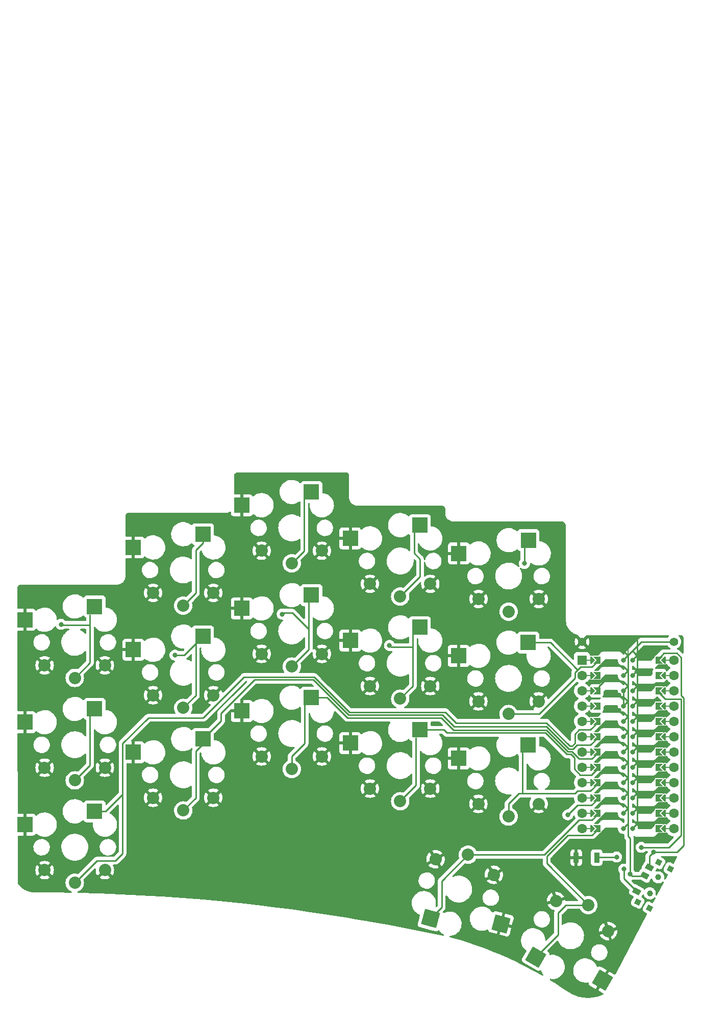
<source format=gbr>
%TF.GenerationSoftware,KiCad,Pcbnew,(6.0.7-1)-1*%
%TF.CreationDate,2022-09-01T14:34:03+02:00*%
%TF.ProjectId,sweep_no_curve,73776565-705f-46e6-9f5f-63757276652e,rev?*%
%TF.SameCoordinates,Original*%
%TF.FileFunction,Copper,L1,Top*%
%TF.FilePolarity,Positive*%
%FSLAX46Y46*%
G04 Gerber Fmt 4.6, Leading zero omitted, Abs format (unit mm)*
G04 Created by KiCad (PCBNEW (6.0.7-1)-1) date 2022-09-01 14:34:03*
%MOMM*%
%LPD*%
G01*
G04 APERTURE LIST*
G04 Aperture macros list*
%AMRotRect*
0 Rectangle, with rotation*
0 The origin of the aperture is its center*
0 $1 length*
0 $2 width*
0 $3 Rotation angle, in degrees counterclockwise*
0 Add horizontal line*
21,1,$1,$2,0,0,$3*%
%AMFreePoly0*
4,1,5,0.125000,-0.500000,-0.125000,-0.500000,-0.125000,0.500000,0.125000,0.500000,0.125000,-0.500000,0.125000,-0.500000,$1*%
%AMFreePoly1*
4,1,6,0.600000,0.200000,0.000000,-0.400000,-0.600000,0.200000,-0.600000,0.400000,0.600000,0.400000,0.600000,0.200000,0.600000,0.200000,$1*%
%AMFreePoly2*
4,1,6,0.600000,-0.250000,-0.600000,-0.250000,-0.600000,1.000000,0.000000,0.400000,0.600000,1.000000,0.600000,-0.250000,0.600000,-0.250000,$1*%
%AMFreePoly3*
4,1,49,0.088388,4.152388,0.850389,3.390388,0.863708,3.372551,0.867189,3.369530,0.867982,3.366827,0.871852,3.361644,0.878333,3.331543,0.887000,3.302000,0.887000,0.762000,0.883805,0.739969,0.884131,0.735371,0.882780,0.732898,0.881852,0.726498,0.865154,0.700638,0.850389,0.673612,0.088388,-0.088388,0.064607,-0.106146,0.062500,-0.108253,0.061385,-0.108552,0.059644,-0.109852,
0.043810,-0.113261,0.000000,-0.125000,-0.004774,-0.123721,-0.009154,-0.124664,-0.028953,-0.117242,-0.062500,-0.108253,-0.068237,-0.102516,-0.075052,-0.099961,-0.087614,-0.083139,-0.108253,-0.062500,-0.111178,-0.051584,-0.117161,-0.043572,-0.118539,-0.024114,-0.125000,0.000000,-0.121239,0.014035,-0.122131,0.026629,-0.113759,0.041953,-0.108253,0.062500,-0.095642,0.075111,-0.088388,0.088388,
0.637000,0.813777,0.637000,3.250223,-0.088388,3.975612,-0.109852,4.004356,-0.124664,4.073154,-0.099961,4.139052,-0.043572,4.181161,0.026629,4.186131,0.088388,4.152388,0.088388,4.152388,$1*%
%AMFreePoly4*
4,1,49,0.088388,4.152388,0.854389,3.386388,0.867708,3.368551,0.871189,3.365530,0.871982,3.362827,0.875852,3.357644,0.882333,3.327543,0.891000,3.298000,0.891000,0.766000,0.887805,0.743969,0.888131,0.739371,0.886780,0.736898,0.885852,0.730498,0.869154,0.704638,0.854389,0.677612,0.088388,-0.088388,0.064607,-0.106146,0.062500,-0.108253,0.061385,-0.108552,0.059644,-0.109852,
0.043810,-0.113261,0.000000,-0.125000,-0.004774,-0.123721,-0.009154,-0.124664,-0.028953,-0.117242,-0.062500,-0.108253,-0.068237,-0.102516,-0.075052,-0.099961,-0.087614,-0.083139,-0.108253,-0.062500,-0.111178,-0.051584,-0.117161,-0.043572,-0.118539,-0.024114,-0.125000,0.000000,-0.121239,0.014035,-0.122131,0.026629,-0.113759,0.041953,-0.108253,0.062500,-0.095642,0.075111,-0.088388,0.088388,
0.641000,0.817777,0.641000,3.246223,-0.088388,3.975612,-0.109852,4.004356,-0.124664,4.073154,-0.099961,4.139052,-0.043572,4.181161,0.026629,4.186131,0.088388,4.152388,0.088388,4.152388,$1*%
G04 Aperture macros list end*
%TA.AperFunction,SMDPad,CuDef*%
%ADD10RotRect,2.600000X2.600000X150.000000*%
%TD*%
%TA.AperFunction,ComponentPad*%
%ADD11C,2.032000*%
%TD*%
%TA.AperFunction,SMDPad,CuDef*%
%ADD12R,2.600000X2.600000*%
%TD*%
%TA.AperFunction,SMDPad,CuDef*%
%ADD13RotRect,2.600000X2.600000X165.000000*%
%TD*%
%TA.AperFunction,SMDPad,CuDef*%
%ADD14RotRect,0.900000X1.250000X242.000000*%
%TD*%
%TA.AperFunction,SMDPad,CuDef*%
%ADD15RotRect,0.900000X0.900000X242.000000*%
%TD*%
%TA.AperFunction,WasherPad*%
%ADD16C,1.000000*%
%TD*%
%TA.AperFunction,ComponentPad*%
%ADD17C,1.397000*%
%TD*%
%TA.AperFunction,SMDPad,CuDef*%
%ADD18FreePoly0,270.000000*%
%TD*%
%TA.AperFunction,ComponentPad*%
%ADD19C,1.600000*%
%TD*%
%TA.AperFunction,SMDPad,CuDef*%
%ADD20FreePoly1,270.000000*%
%TD*%
%TA.AperFunction,SMDPad,CuDef*%
%ADD21FreePoly0,90.000000*%
%TD*%
%TA.AperFunction,SMDPad,CuDef*%
%ADD22FreePoly1,90.000000*%
%TD*%
%TA.AperFunction,ComponentPad*%
%ADD23R,1.600000X1.600000*%
%TD*%
%TA.AperFunction,ComponentPad*%
%ADD24C,0.800000*%
%TD*%
%TA.AperFunction,SMDPad,CuDef*%
%ADD25FreePoly2,90.000000*%
%TD*%
%TA.AperFunction,SMDPad,CuDef*%
%ADD26FreePoly3,90.000000*%
%TD*%
%TA.AperFunction,SMDPad,CuDef*%
%ADD27FreePoly4,270.000000*%
%TD*%
%TA.AperFunction,SMDPad,CuDef*%
%ADD28FreePoly2,270.000000*%
%TD*%
%TA.AperFunction,SMDPad,CuDef*%
%ADD29R,0.900000X1.700000*%
%TD*%
%TA.AperFunction,ViaPad*%
%ADD30C,0.800000*%
%TD*%
%TA.AperFunction,Conductor*%
%ADD31C,0.250000*%
%TD*%
G04 APERTURE END LIST*
D10*
%TO.P,SW17,1*%
%TO.N,Switch17*%
X103544767Y-98295351D03*
D11*
X112306000Y-89670450D03*
D10*
%TO.P,SW17,2*%
%TO.N,gnd*%
X114647360Y-102165095D03*
D11*
X106925873Y-88989103D03*
X115586127Y-93989103D03*
%TD*%
D12*
%TO.P,SW5,1*%
%TO.N,Switch5*%
X102355000Y-29130000D03*
D11*
X99080000Y-40980000D03*
D12*
%TO.P,SW5,2*%
%TO.N,gnd*%
X90805000Y-31330000D03*
D11*
X104080000Y-38880000D03*
X94080000Y-38880000D03*
%TD*%
D12*
%TO.P,SW4,1*%
%TO.N,Switch4*%
X84355000Y-26630000D03*
D11*
X81080000Y-38480000D03*
D12*
%TO.P,SW4,2*%
%TO.N,gnd*%
X72805000Y-28830000D03*
D11*
X86080000Y-36380000D03*
X76080000Y-36380000D03*
%TD*%
D12*
%TO.P,SW9,1*%
%TO.N,Switch9*%
X84355000Y-43580000D03*
D11*
X81080000Y-55430000D03*
D12*
%TO.P,SW9,2*%
%TO.N,gnd*%
X72805000Y-45780000D03*
D11*
X86080000Y-53330000D03*
X76080000Y-53330000D03*
%TD*%
D12*
%TO.P,SW3,1*%
%TO.N,Switch3*%
X66355000Y-21130000D03*
D11*
X63080000Y-32980000D03*
D12*
%TO.P,SW3,2*%
%TO.N,gnd*%
X54805000Y-23330000D03*
D11*
X68080000Y-30880000D03*
X58080000Y-30880000D03*
%TD*%
D12*
%TO.P,SW8,1*%
%TO.N,Switch8*%
X66355000Y-38246000D03*
D11*
X63080000Y-50096000D03*
D12*
%TO.P,SW8,2*%
%TO.N,gnd*%
X54805000Y-40446000D03*
D11*
X68080000Y-47996000D03*
X58080000Y-47996000D03*
%TD*%
D12*
%TO.P,SW2,1*%
%TO.N,Switch2*%
X48355000Y-28130000D03*
D11*
X45080000Y-39980000D03*
D12*
%TO.P,SW2,2*%
%TO.N,gnd*%
X36805000Y-30330000D03*
D11*
X50080000Y-37880000D03*
X40080000Y-37880000D03*
%TD*%
D12*
%TO.P,SW7,1*%
%TO.N,Switch7*%
X48355000Y-45104000D03*
D11*
X45080000Y-56954000D03*
D12*
%TO.P,SW7,2*%
%TO.N,gnd*%
X36805000Y-47304000D03*
D11*
X50080000Y-54854000D03*
X40080000Y-54854000D03*
%TD*%
D12*
%TO.P,SW1,1*%
%TO.N,Switch1*%
X30355000Y-40130000D03*
D11*
X27080000Y-51980000D03*
D12*
%TO.P,SW1,2*%
%TO.N,gnd*%
X18805000Y-42330000D03*
D11*
X32080000Y-49880000D03*
X22080000Y-49880000D03*
%TD*%
D12*
%TO.P,SW6,1*%
%TO.N,Switch6*%
X30355000Y-57130000D03*
D11*
X27080000Y-68980000D03*
D12*
%TO.P,SW6,2*%
%TO.N,gnd*%
X18805000Y-59330000D03*
D11*
X32080000Y-66880000D03*
X22080000Y-66880000D03*
%TD*%
D12*
%TO.P,SW10,1*%
%TO.N,Switch10*%
X102335000Y-46120000D03*
D11*
X99060000Y-57970000D03*
D12*
%TO.P,SW10,2*%
%TO.N,gnd*%
X90785000Y-48320000D03*
D11*
X104060000Y-55870000D03*
X94060000Y-55870000D03*
%TD*%
D12*
%TO.P,SW15,1*%
%TO.N,Switch15*%
X102335000Y-63138000D03*
D11*
X99060000Y-74988000D03*
D12*
%TO.P,SW15,2*%
%TO.N,gnd*%
X90785000Y-65338000D03*
D11*
X104060000Y-72888000D03*
X94060000Y-72888000D03*
%TD*%
D12*
%TO.P,SW14,1*%
%TO.N,Switch14*%
X84355000Y-60598000D03*
D11*
X81080000Y-72448000D03*
D12*
%TO.P,SW14,2*%
%TO.N,gnd*%
X72805000Y-62798000D03*
D11*
X86080000Y-70348000D03*
X76080000Y-70348000D03*
%TD*%
D12*
%TO.P,SW13,1*%
%TO.N,Switch13*%
X66355000Y-55264000D03*
D11*
X63080000Y-67114000D03*
D12*
%TO.P,SW13,2*%
%TO.N,gnd*%
X54805000Y-57464000D03*
D11*
X68080000Y-65014000D03*
X58080000Y-65014000D03*
%TD*%
D12*
%TO.P,SW12,1*%
%TO.N,Switch12*%
X48355000Y-62122000D03*
D11*
X45080000Y-73972000D03*
D12*
%TO.P,SW12,2*%
%TO.N,gnd*%
X36805000Y-64322000D03*
D11*
X50080000Y-71872000D03*
X40080000Y-71872000D03*
%TD*%
D13*
%TO.P,SW16,1*%
%TO.N,Switch16*%
X86092620Y-91929626D03*
D11*
X92323032Y-81331038D03*
D13*
%TO.P,SW16,2*%
%TO.N,gnd*%
X97818465Y-92793949D03*
D11*
X86949883Y-82065387D03*
X96609142Y-84653577D03*
%TD*%
D12*
%TO.P,SW11,1*%
%TO.N,Switch11*%
X30355000Y-74130000D03*
D11*
X27080000Y-85980000D03*
D12*
%TO.P,SW11,2*%
%TO.N,gnd*%
X18805000Y-76330000D03*
D11*
X32080000Y-83880000D03*
X22080000Y-83880000D03*
%TD*%
D14*
%TO.P,POWER SW,3*%
%TO.N,raw*%
X122424050Y-83439214D03*
%TO.P,POWER SW,2*%
%TO.N,BT+_r*%
X121719843Y-84763636D03*
%TO.P,POWER SW,1*%
%TO.N,Net-(SW_POWERR1-Pad1)*%
X120311428Y-87412479D03*
D15*
%TO.P,POWER SW,0*%
%TO.N,N/C*%
X125908142Y-83649513D03*
X120491568Y-89150487D03*
X123965657Y-82616675D03*
X122434053Y-90183325D03*
D16*
%TO.P,POWER SW,*%
%TO.N,*%
X122495648Y-87724421D03*
X123904062Y-85075579D03*
%TD*%
D17*
%TO.P,B+,1*%
%TO.N,BT+_r*%
X126492000Y-45974000D03*
%TD*%
%TO.P,B-,1*%
%TO.N,gnd*%
X111252000Y-45974000D03*
%TD*%
D18*
%TO.P,U1,*%
%TO.N,*%
X125222000Y-69342000D03*
D19*
X111252000Y-74422000D03*
D20*
X124714000Y-69342000D03*
X124714000Y-54102000D03*
D21*
X112522000Y-74422000D03*
D19*
X126492000Y-64262000D03*
X111252000Y-51562000D03*
D22*
X113030000Y-51562000D03*
D21*
X112522000Y-66802000D03*
D18*
X125222000Y-61722000D03*
D22*
X113030000Y-59182000D03*
D19*
X126492000Y-49022000D03*
D22*
X113030000Y-74422000D03*
D21*
X112522000Y-61722000D03*
D19*
X111252000Y-54102000D03*
X126492000Y-51562000D03*
D20*
X124714000Y-64262000D03*
D19*
X126492000Y-69342000D03*
D23*
X111252000Y-49022000D03*
D18*
X125222000Y-56642000D03*
D22*
X113030000Y-56642000D03*
D18*
X125222000Y-71882000D03*
D19*
X111252000Y-59182000D03*
D18*
X125222000Y-66802000D03*
D22*
X113030000Y-49022000D03*
D19*
X126492000Y-66802000D03*
D18*
X125222000Y-59182000D03*
D19*
X126492000Y-56642000D03*
D18*
X125222000Y-76962000D03*
D19*
X126492000Y-74422000D03*
X111252000Y-61722000D03*
D20*
X124714000Y-74422000D03*
D22*
X113030000Y-54102000D03*
D20*
X124714000Y-59182000D03*
X124714000Y-61722000D03*
X124714000Y-71882000D03*
D22*
X113030000Y-76962000D03*
D21*
X112522000Y-59182000D03*
X112522000Y-76962000D03*
X112522000Y-69342000D03*
D22*
X113030000Y-71882000D03*
D19*
X111252000Y-69342000D03*
X126492000Y-76962000D03*
D18*
X125222000Y-74422000D03*
D22*
X113030000Y-69342000D03*
D21*
X112522000Y-54102000D03*
D19*
X111252000Y-66802000D03*
D21*
X112522000Y-56642000D03*
D18*
X125222000Y-54102000D03*
D20*
X124714000Y-51562000D03*
D22*
X113030000Y-64262000D03*
D19*
X111252000Y-56642000D03*
D21*
X112522000Y-64262000D03*
X112522000Y-49022000D03*
D19*
X126492000Y-61722000D03*
X126492000Y-54102000D03*
D18*
X125222000Y-51562000D03*
D20*
X124714000Y-49022000D03*
D19*
X126492000Y-71882000D03*
X126492000Y-59182000D03*
D22*
X113030000Y-61722000D03*
D19*
X111252000Y-64262000D03*
D18*
X125222000Y-49022000D03*
D19*
X111252000Y-76962000D03*
D21*
X112522000Y-51562000D03*
D22*
X113030000Y-66802000D03*
D20*
X124714000Y-76962000D03*
X124714000Y-66802000D03*
D18*
X125222000Y-64262000D03*
D19*
X111252000Y-71882000D03*
D20*
X124714000Y-56642000D03*
D19*
X111252000Y-49022000D03*
D21*
X112522000Y-71882000D03*
D24*
%TO.P,U1,1*%
%TO.N,Switch10*%
X118110000Y-49022000D03*
D25*
X114046000Y-49022000D03*
D26*
X118110000Y-49022000D03*
%TO.P,U1,2*%
%TO.N,Switch18*%
X118110000Y-51562000D03*
D25*
X114046000Y-51562000D03*
D24*
X118110000Y-51562000D03*
%TO.P,U1,3*%
%TO.N,gnd*%
X118110000Y-54102000D03*
D25*
X114046000Y-54102000D03*
D26*
X118110000Y-54102000D03*
%TO.P,U1,4*%
X118110000Y-56642000D03*
D24*
X118110000Y-56642000D03*
D25*
X114046000Y-56642000D03*
D24*
%TO.P,U1,5*%
%TO.N,Switch11*%
X118110000Y-59182000D03*
D26*
X118110000Y-59182000D03*
D25*
X114046000Y-59182000D03*
D26*
%TO.P,U1,6*%
%TO.N,Switch12*%
X118110000Y-61722000D03*
D24*
X118110000Y-61722000D03*
D25*
X114046000Y-61722000D03*
%TO.P,U1,7*%
%TO.N,Switch13*%
X114046000Y-64262000D03*
D26*
X118110000Y-64262000D03*
D24*
X118110000Y-64262000D03*
D26*
%TO.P,U1,8*%
%TO.N,Switch14*%
X118110000Y-66802000D03*
D25*
X114046000Y-66802000D03*
D24*
X118110000Y-66802000D03*
%TO.P,U1,9*%
%TO.N,Switch15*%
X118110000Y-69342000D03*
D26*
X118110000Y-69342000D03*
D25*
X114046000Y-69342000D03*
%TO.P,U1,10*%
%TO.N,Switch1*%
X114046000Y-71882000D03*
D26*
X118110000Y-71882000D03*
D24*
X118110000Y-71882000D03*
D25*
%TO.P,U1,11*%
%TO.N,Switch16*%
X114046000Y-74422000D03*
D24*
X118110000Y-74422000D03*
D26*
X118110000Y-74422000D03*
D25*
%TO.P,U1,12*%
%TO.N,Switch17*%
X114046000Y-76962000D03*
D24*
X118110000Y-76962000D03*
D26*
X118110000Y-76962000D03*
D27*
%TO.P,U1,13*%
%TO.N,Switch9*%
X119634000Y-76962000D03*
D24*
X119634000Y-76962000D03*
D28*
X123698000Y-76962000D03*
%TO.P,U1,14*%
%TO.N,Switch8*%
X123698000Y-74422000D03*
D27*
X119634000Y-74422000D03*
D24*
X119634000Y-74422000D03*
D27*
%TO.P,U1,15*%
%TO.N,Switch7*%
X119634000Y-71882000D03*
D28*
X123698000Y-71882000D03*
D24*
X119634000Y-71882000D03*
D27*
%TO.P,U1,16*%
%TO.N,Switch6*%
X119634000Y-69342000D03*
D24*
X119634000Y-69342000D03*
D28*
X123698000Y-69342000D03*
D24*
%TO.P,U1,17*%
%TO.N,Switch2*%
X119634000Y-66802000D03*
D27*
X119634000Y-66802000D03*
D28*
X123698000Y-66802000D03*
%TO.P,U1,18*%
%TO.N,Switch3*%
X123698000Y-64262000D03*
D27*
X119634000Y-64262000D03*
D24*
X119634000Y-64262000D03*
D28*
%TO.P,U1,19*%
%TO.N,Switch4*%
X123698000Y-61722000D03*
D24*
X119634000Y-61722000D03*
D27*
X119634000Y-61722000D03*
D28*
%TO.P,U1,20*%
%TO.N,Switch5*%
X123698000Y-59182000D03*
D24*
X119634000Y-59182000D03*
D27*
X119634000Y-59182000D03*
%TO.P,U1,21*%
%TO.N,vcc*%
X119634000Y-56642000D03*
D28*
X123698000Y-56642000D03*
D24*
X119634000Y-56642000D03*
D28*
%TO.P,U1,22*%
%TO.N,reset*%
X123698000Y-54102000D03*
D27*
X119634000Y-54102000D03*
D24*
X119634000Y-54102000D03*
%TO.P,U1,23*%
%TO.N,gnd*%
X119634000Y-51562000D03*
D27*
X119634000Y-51562000D03*
D28*
X123698000Y-51562000D03*
D27*
%TO.P,U1,24*%
%TO.N,raw*%
X119634000Y-49022000D03*
D28*
X123698000Y-49022000D03*
D24*
X119634000Y-49022000D03*
%TD*%
D29*
%TO.P,RSW2,1*%
%TO.N,gnd*%
X110300000Y-81800000D03*
%TO.P,RSW2,2*%
%TO.N,reset*%
X113700000Y-81800000D03*
%TD*%
D30*
%TO.N,reset*%
X117000000Y-81700000D03*
X121100000Y-80100000D03*
%TO.N,BT+_r*%
X119200000Y-84500000D03*
%TO.N,Net-(SW_POWERR1-Pad1)*%
X118200000Y-83700000D03*
%TO.N,raw*%
X123100000Y-80900000D03*
%TO.N,Switch5*%
X101700000Y-33000000D03*
%TO.N,Switch9*%
X79300000Y-46600000D03*
%TO.N,Switch8*%
X61500000Y-41400000D03*
%TO.N,Switch7*%
X43700000Y-48200000D03*
%TO.N,Switch1*%
X24800000Y-43100000D03*
%TO.N,gnd*%
X115163600Y-52273200D03*
X108922501Y-45308018D03*
%TO.N,Switch1*%
X108900000Y-74700000D03*
%TD*%
D31*
%TO.N,reset*%
X117000000Y-81700000D02*
X113800000Y-81700000D01*
X113800000Y-81700000D02*
X113700000Y-81800000D01*
%TO.N,Net-(SW_POWERR1-Pad1)*%
X118200000Y-83700000D02*
X118200000Y-85301051D01*
X118200000Y-85301051D02*
X120311428Y-87412479D01*
%TO.N,raw*%
X124100000Y-80900000D02*
X123100000Y-80900000D01*
X123100000Y-80900000D02*
X122424050Y-81575950D01*
X122424050Y-81575950D02*
X122424050Y-83439214D01*
%TO.N,BT+_r*%
X121636231Y-84843337D02*
X119543337Y-84843337D01*
X119543337Y-84843337D02*
X119200000Y-84500000D01*
%TO.N,raw*%
X123698000Y-49022000D02*
X124823000Y-47897000D01*
X126997000Y-47897000D02*
X127700000Y-48600000D01*
X127700000Y-54863604D02*
X128150000Y-55313604D01*
X127700000Y-48600000D02*
X127700000Y-54863604D01*
X124823000Y-47897000D02*
X126997000Y-47897000D01*
X128150000Y-55313604D02*
X128150000Y-79750000D01*
X128150000Y-79750000D02*
X127000000Y-80900000D01*
X127000000Y-80900000D02*
X124100000Y-80900000D01*
%TO.N,reset*%
X123698000Y-54102000D02*
X125096000Y-55500000D01*
X125096000Y-55500000D02*
X127700000Y-55500000D01*
X127700000Y-55500000D02*
X127698958Y-55501042D01*
X127698958Y-78101042D02*
X125700000Y-80100000D01*
X127698958Y-55501042D02*
X127698958Y-78101042D01*
X125700000Y-80100000D02*
X121100000Y-80100000D01*
%TO.N,BT+_r*%
X119200000Y-84500000D02*
X119200000Y-78600000D01*
X119200000Y-78600000D02*
X118900000Y-78300000D01*
X118900000Y-78300000D02*
X118900000Y-48200000D01*
X118900000Y-48200000D02*
X121126000Y-45974000D01*
X121126000Y-45974000D02*
X126492000Y-45974000D01*
%TO.N,Switch5*%
X101700000Y-33000000D02*
X101700000Y-29785000D01*
X101700000Y-29785000D02*
X102355000Y-29130000D01*
%TO.N,Switch4*%
X84355000Y-26630000D02*
X83400000Y-27585000D01*
X83400000Y-27585000D02*
X83400000Y-31300000D01*
X84355000Y-32255000D02*
X84355000Y-35205000D01*
X84355000Y-35205000D02*
X81080000Y-38480000D01*
X83400000Y-31300000D02*
X84355000Y-32255000D01*
%TO.N,Switch9*%
X83169501Y-46869501D02*
X83169501Y-53340499D01*
X83169501Y-44765499D02*
X83169501Y-46869501D01*
X79569501Y-46869501D02*
X79300000Y-46600000D01*
X83169501Y-46869501D02*
X79569501Y-46869501D01*
X84355000Y-43580000D02*
X83169501Y-44765499D01*
X83169501Y-53340499D02*
X81080000Y-55430000D01*
%TO.N,Switch3*%
X63080000Y-32980000D02*
X65169501Y-30890499D01*
X65169501Y-30890499D02*
X65169501Y-22315499D01*
X65169501Y-22315499D02*
X66355000Y-21130000D01*
%TO.N,Switch8*%
X65900000Y-43900000D02*
X63169501Y-41169501D01*
X63169501Y-41169501D02*
X61730499Y-41169501D01*
X61730499Y-41169501D02*
X61500000Y-41400000D01*
X66355000Y-38246000D02*
X65900000Y-38701000D01*
X65900000Y-38701000D02*
X65900000Y-47276000D01*
X65900000Y-47276000D02*
X63080000Y-50096000D01*
%TO.N,Switch2*%
X47169501Y-37890499D02*
X47169501Y-30769501D01*
X48355000Y-29584002D02*
X47169501Y-30769501D01*
X48355000Y-28130000D02*
X48355000Y-29584002D01*
X45080000Y-39980000D02*
X47169501Y-37890499D01*
%TO.N,Switch7*%
X43700000Y-48200000D02*
X45259000Y-48200000D01*
X45259000Y-48200000D02*
X48355000Y-45104000D01*
X45080000Y-56954000D02*
X47169501Y-54864499D01*
X47169501Y-54864499D02*
X47169501Y-46289499D01*
X47169501Y-46289499D02*
X48355000Y-45104000D01*
%TO.N,Switch1*%
X29600000Y-43200000D02*
X29600000Y-41500000D01*
X29600000Y-49460000D02*
X29600000Y-43200000D01*
X29600000Y-43200000D02*
X24900000Y-43200000D01*
X24900000Y-43200000D02*
X24800000Y-43100000D01*
X27080000Y-51980000D02*
X29600000Y-49460000D01*
%TO.N,Switch6*%
X27080000Y-68980000D02*
X29600000Y-66460000D01*
X29600000Y-66460000D02*
X29600000Y-58400000D01*
%TO.N,Switch10*%
X110127489Y-51060911D02*
X110544200Y-50644200D01*
X106020000Y-46120000D02*
X110544200Y-50644200D01*
X110544200Y-50644200D02*
X111041889Y-50146511D01*
X102335000Y-46120000D02*
X106020000Y-46120000D01*
%TO.N,Switch1*%
X108900000Y-74700000D02*
X110498800Y-73101200D01*
X110498800Y-73101200D02*
X112826800Y-73101200D01*
X112826800Y-73101200D02*
X114046000Y-71882000D01*
%TO.N,Switch13*%
X66355000Y-55264000D02*
X68968604Y-55264000D01*
X68968604Y-55264000D02*
X72304604Y-58600000D01*
X87900000Y-58600000D02*
X89950000Y-60650000D01*
X72304604Y-58600000D02*
X87900000Y-58600000D01*
X105329318Y-60650000D02*
X108882839Y-64203520D01*
X112877600Y-65430400D02*
X114046000Y-64262000D01*
X89950000Y-60650000D02*
X105329318Y-60650000D01*
X109567920Y-64203520D02*
X110794800Y-65430400D01*
X108882839Y-64203520D02*
X109567920Y-64203520D01*
X110794800Y-65430400D02*
X112877600Y-65430400D01*
%TO.N,Switch11*%
X90374000Y-59426000D02*
X105376754Y-59426000D01*
X55164302Y-51835698D02*
X48411500Y-58588500D01*
X90374000Y-59426000D02*
X88609302Y-57661302D01*
X88609302Y-57661302D02*
X72638698Y-57661302D01*
X72638698Y-57661302D02*
X66813094Y-51835698D01*
X66813094Y-51835698D02*
X55164302Y-51835698D01*
X48411500Y-58588500D02*
X39288500Y-58588500D01*
X39288500Y-58588500D02*
X35000000Y-62877000D01*
X35000000Y-62877000D02*
X35000000Y-71300000D01*
%TO.N,Switch12*%
X72491000Y-58150000D02*
X88086396Y-58150000D01*
X89999946Y-60063550D02*
X88086396Y-58150000D01*
%TO.N,Switch11*%
X110083600Y-62813482D02*
X109592602Y-63304480D01*
X109255234Y-63304480D02*
X105376754Y-59426000D01*
X112630511Y-60597489D02*
X110786211Y-60597489D01*
X110083600Y-61300100D02*
X110083600Y-62813482D01*
X114046000Y-59182000D02*
X112630511Y-60597489D01*
X110786211Y-60597489D02*
X110083600Y-61300100D01*
X109592602Y-63304480D02*
X109255234Y-63304480D01*
%TO.N,Switch12*%
X114046000Y-61722000D02*
X112630511Y-63137489D01*
X105378586Y-60063550D02*
X89999946Y-60063550D01*
X109778800Y-63754000D02*
X109069036Y-63754000D01*
X110395311Y-63137489D02*
X109778800Y-63754000D01*
X72491000Y-58150000D02*
X66633805Y-52292805D01*
X109069036Y-63754000D02*
X105378586Y-60063550D01*
X112630511Y-63137489D02*
X110395311Y-63137489D01*
X56907195Y-52292805D02*
X51338500Y-57861500D01*
X66633805Y-52292805D02*
X56907195Y-52292805D01*
X51338500Y-57861500D02*
X51338500Y-59138500D01*
X51338500Y-59138500D02*
X48355000Y-62122000D01*
%TO.N,Switch14*%
X109982000Y-65253318D02*
X109381722Y-64653040D01*
X84355000Y-60598000D02*
X88298000Y-60598000D01*
X114046000Y-66802000D02*
X112776000Y-68072000D01*
X112776000Y-68072000D02*
X110931700Y-68072000D01*
X110931700Y-68072000D02*
X109982000Y-67122300D01*
X108696642Y-64653040D02*
X105143600Y-61100000D01*
X88800000Y-61100000D02*
X88298000Y-60598000D01*
X109982000Y-67122300D02*
X109982000Y-65253318D01*
X109381722Y-64653040D02*
X108696642Y-64653040D01*
X105143600Y-61100000D02*
X88800000Y-61100000D01*
%TO.N,Switch15*%
X101329200Y-71170800D02*
X110126650Y-71170800D01*
X100744192Y-71170800D02*
X101329200Y-71170800D01*
X102335000Y-63138000D02*
X101400000Y-64073000D01*
X101400000Y-64073000D02*
X101400000Y-71100000D01*
X101400000Y-71100000D02*
X101329200Y-71170800D01*
%TO.N,Switch14*%
X81080000Y-72448000D02*
X83700000Y-69828000D01*
X83700000Y-69828000D02*
X83700000Y-61900000D01*
%TO.N,Switch13*%
X63080000Y-64980992D02*
X65230496Y-62830496D01*
X65230496Y-56388504D02*
X65230496Y-62830496D01*
X66355000Y-55264000D02*
X65230496Y-56388504D01*
%TO.N,Switch12*%
X48355000Y-62122000D02*
X48355000Y-62947800D01*
X48355000Y-62947800D02*
X47169021Y-64133779D01*
%TO.N,Switch11*%
X30355000Y-74130000D02*
X32170000Y-74130000D01*
X32170000Y-74130000D02*
X35000000Y-71300000D01*
X35000000Y-81127371D02*
X35000000Y-71300000D01*
%TO.N,Switch17*%
X112306000Y-89670450D02*
X108555550Y-89670450D01*
X107266499Y-94573619D02*
X103544767Y-98295351D01*
X108555550Y-89670450D02*
X107266499Y-90959501D01*
X107266499Y-90959501D02*
X107266499Y-94573619D01*
%TO.N,Switch16*%
X92323032Y-81331038D02*
X87978000Y-85676070D01*
X87978000Y-85676070D02*
X87978000Y-90044246D01*
X87978000Y-90044246D02*
X86092620Y-91929626D01*
%TO.N,gnd*%
X114046000Y-53390800D02*
X115163600Y-52273200D01*
X118110000Y-56642000D02*
X118110000Y-54102000D01*
X114046000Y-54102000D02*
X114046000Y-53390800D01*
%TO.N,Switch10*%
X112921489Y-50146511D02*
X114046000Y-49022000D01*
X104132800Y-57970000D02*
X110127489Y-51975311D01*
X111041889Y-50146511D02*
X112921489Y-50146511D01*
X110127489Y-51975311D02*
X110127489Y-51060911D01*
X99060000Y-57970000D02*
X104132800Y-57970000D01*
%TO.N,Switch11*%
X30738530Y-82321470D02*
X33805901Y-82321470D01*
X30738530Y-82321470D02*
X27080000Y-85980000D01*
X33805901Y-82321470D02*
X35000000Y-81127371D01*
%TO.N,Switch12*%
X47142400Y-71909600D02*
X47142400Y-70161021D01*
X47169021Y-70161021D02*
X47169021Y-64133779D01*
X47142400Y-70161021D02*
X47169021Y-70161021D01*
X45080000Y-73972000D02*
X47142400Y-71909600D01*
%TO.N,Switch13*%
X63080000Y-67114000D02*
X63080000Y-64980992D01*
%TO.N,Switch15*%
X110126650Y-71170800D02*
X110539961Y-70757489D01*
X99060000Y-74988000D02*
X99060000Y-72854992D01*
X112630511Y-70757489D02*
X114046000Y-69342000D01*
X99060000Y-72854992D02*
X100744192Y-71170800D01*
X110539961Y-70757489D02*
X112630511Y-70757489D01*
%TO.N,Switch16*%
X110786211Y-75546511D02*
X112921489Y-75546511D01*
X112921489Y-75546511D02*
X114046000Y-74422000D01*
X105001684Y-81331038D02*
X110786211Y-75546511D01*
X92323032Y-81331038D02*
X105001684Y-81331038D01*
%TO.N,Switch17*%
X108881929Y-78086511D02*
X112921489Y-78086511D01*
X105410000Y-82774450D02*
X105410000Y-81558440D01*
X105410000Y-81558440D02*
X108881929Y-78086511D01*
X112921489Y-78086511D02*
X114046000Y-76962000D01*
X112306000Y-89670450D02*
X105410000Y-82774450D01*
%TD*%
%TA.AperFunction,Conductor*%
%TO.N,gnd*%
G36*
X117099361Y-76858731D02*
G01*
X117120335Y-76875634D01*
X117163746Y-76919045D01*
X117197772Y-76981357D01*
X117199961Y-76994969D01*
X117209873Y-77089271D01*
X117216458Y-77151928D01*
X117275473Y-77333556D01*
X117370960Y-77498944D01*
X117375378Y-77503851D01*
X117375379Y-77503852D01*
X117463043Y-77601213D01*
X117498747Y-77640866D01*
X117653248Y-77753118D01*
X117659276Y-77755802D01*
X117659278Y-77755803D01*
X117762565Y-77801789D01*
X117827712Y-77830794D01*
X117921112Y-77850647D01*
X118008056Y-77869128D01*
X118008061Y-77869128D01*
X118014513Y-77870500D01*
X118140500Y-77870500D01*
X118208621Y-77890502D01*
X118255114Y-77944158D01*
X118266500Y-77996500D01*
X118266500Y-78221233D01*
X118265973Y-78232416D01*
X118264298Y-78239909D01*
X118264547Y-78247835D01*
X118264547Y-78247836D01*
X118266438Y-78307986D01*
X118266500Y-78311945D01*
X118266500Y-78339856D01*
X118266997Y-78343790D01*
X118266997Y-78343791D01*
X118267005Y-78343856D01*
X118267938Y-78355693D01*
X118269327Y-78399889D01*
X118274354Y-78417191D01*
X118274978Y-78419339D01*
X118278987Y-78438700D01*
X118281526Y-78458797D01*
X118284445Y-78466168D01*
X118284445Y-78466170D01*
X118297804Y-78499912D01*
X118301649Y-78511142D01*
X118313982Y-78553593D01*
X118318015Y-78560412D01*
X118318017Y-78560417D01*
X118324293Y-78571028D01*
X118332988Y-78588776D01*
X118340448Y-78607617D01*
X118345110Y-78614033D01*
X118345110Y-78614034D01*
X118366436Y-78643387D01*
X118372952Y-78653307D01*
X118395458Y-78691362D01*
X118401064Y-78696969D01*
X118409780Y-78705685D01*
X118422620Y-78720718D01*
X118434528Y-78737107D01*
X118448780Y-78748897D01*
X118468598Y-78765292D01*
X118477378Y-78773282D01*
X118529595Y-78825499D01*
X118563621Y-78887811D01*
X118566500Y-78914594D01*
X118566500Y-82693508D01*
X118546498Y-82761629D01*
X118492842Y-82808122D01*
X118422568Y-82818226D01*
X118414303Y-82816755D01*
X118301944Y-82792872D01*
X118301939Y-82792872D01*
X118295487Y-82791500D01*
X118104513Y-82791500D01*
X118098061Y-82792872D01*
X118098056Y-82792872D01*
X118026313Y-82808122D01*
X117917712Y-82831206D01*
X117911682Y-82833891D01*
X117911681Y-82833891D01*
X117749278Y-82906197D01*
X117749276Y-82906198D01*
X117743248Y-82908882D01*
X117737907Y-82912762D01*
X117737906Y-82912763D01*
X117691482Y-82946492D01*
X117588747Y-83021134D01*
X117584326Y-83026044D01*
X117584325Y-83026045D01*
X117473105Y-83149568D01*
X117460960Y-83163056D01*
X117365473Y-83328444D01*
X117306458Y-83510072D01*
X117305768Y-83516633D01*
X117305768Y-83516635D01*
X117292085Y-83646824D01*
X117286496Y-83700000D01*
X117287186Y-83706565D01*
X117305534Y-83881132D01*
X117306458Y-83889928D01*
X117365473Y-84071556D01*
X117460960Y-84236944D01*
X117534137Y-84318215D01*
X117564853Y-84382221D01*
X117566500Y-84402524D01*
X117566500Y-85222284D01*
X117565973Y-85233467D01*
X117564298Y-85240960D01*
X117564547Y-85248886D01*
X117564547Y-85248887D01*
X117566438Y-85309037D01*
X117566500Y-85312996D01*
X117566500Y-85340907D01*
X117566997Y-85344841D01*
X117566997Y-85344842D01*
X117567005Y-85344907D01*
X117567938Y-85356744D01*
X117569327Y-85400940D01*
X117574978Y-85420390D01*
X117578987Y-85439751D01*
X117579592Y-85444536D01*
X117581526Y-85459848D01*
X117584445Y-85467219D01*
X117584445Y-85467221D01*
X117597804Y-85500963D01*
X117601649Y-85512193D01*
X117611771Y-85547034D01*
X117613982Y-85554644D01*
X117618015Y-85561463D01*
X117618017Y-85561468D01*
X117624293Y-85572079D01*
X117632988Y-85589827D01*
X117640448Y-85608668D01*
X117645110Y-85615084D01*
X117645110Y-85615085D01*
X117666436Y-85644438D01*
X117672952Y-85654358D01*
X117685780Y-85676048D01*
X117695458Y-85692413D01*
X117709779Y-85706734D01*
X117722619Y-85721767D01*
X117734528Y-85738158D01*
X117768605Y-85766349D01*
X117777384Y-85774339D01*
X119096374Y-87093329D01*
X119130400Y-87155641D01*
X119125335Y-87226456D01*
X119118533Y-87241571D01*
X119076747Y-87320159D01*
X119067795Y-87342540D01*
X119058721Y-87365229D01*
X119053519Y-87378234D01*
X119052494Y-87386071D01*
X119052494Y-87386072D01*
X119036392Y-87509214D01*
X119034633Y-87522662D01*
X119036014Y-87531531D01*
X119036014Y-87531535D01*
X119055661Y-87657719D01*
X119055662Y-87657723D01*
X119057042Y-87666585D01*
X119118945Y-87798434D01*
X119215365Y-87907610D01*
X119267097Y-87942767D01*
X119604565Y-88122202D01*
X119764756Y-88207377D01*
X119815513Y-88257018D01*
X119831374Y-88326220D01*
X119816854Y-88377781D01*
X119418113Y-89127706D01*
X119411403Y-89140325D01*
X119410134Y-89143499D01*
X119410133Y-89143500D01*
X119395191Y-89180859D01*
X119388175Y-89198399D01*
X119387150Y-89206236D01*
X119387150Y-89206237D01*
X119374865Y-89300188D01*
X119369289Y-89342828D01*
X119370670Y-89351697D01*
X119370670Y-89351701D01*
X119390317Y-89477885D01*
X119390318Y-89477889D01*
X119391698Y-89486751D01*
X119453601Y-89618600D01*
X119550021Y-89727776D01*
X119601753Y-89762933D01*
X119604767Y-89764535D01*
X119604766Y-89764535D01*
X120478385Y-90229046D01*
X120478389Y-90229048D01*
X120481406Y-90230652D01*
X120484580Y-90231921D01*
X120484581Y-90231922D01*
X120532141Y-90250945D01*
X120532144Y-90250946D01*
X120539480Y-90253880D01*
X120547317Y-90254905D01*
X120547318Y-90254905D01*
X120675004Y-90271602D01*
X120675007Y-90271602D01*
X120683909Y-90272766D01*
X120692778Y-90271385D01*
X120692782Y-90271385D01*
X120818966Y-90251738D01*
X120818970Y-90251737D01*
X120827832Y-90250357D01*
X120959681Y-90188454D01*
X121068857Y-90092034D01*
X121104014Y-90040302D01*
X121176095Y-89904738D01*
X121570127Y-89163670D01*
X121570129Y-89163666D01*
X121571733Y-89160649D01*
X121579375Y-89141543D01*
X121592026Y-89109914D01*
X121592027Y-89109911D01*
X121594961Y-89102575D01*
X121595986Y-89094737D01*
X121612683Y-88967051D01*
X121612683Y-88967048D01*
X121613847Y-88958146D01*
X121612466Y-88949277D01*
X121612466Y-88949273D01*
X121592819Y-88823089D01*
X121592818Y-88823085D01*
X121591438Y-88814223D01*
X121529535Y-88682374D01*
X121433115Y-88573198D01*
X121381383Y-88538041D01*
X121192755Y-88437746D01*
X121141998Y-88388105D01*
X121126137Y-88318903D01*
X121140657Y-88267342D01*
X121141089Y-88266530D01*
X121294051Y-87978850D01*
X121343691Y-87928094D01*
X121412893Y-87912233D01*
X121479685Y-87936303D01*
X121522860Y-87992663D01*
X121526420Y-88003273D01*
X121553431Y-88097471D01*
X121556250Y-88102956D01*
X121635428Y-88257018D01*
X121643835Y-88273377D01*
X121766683Y-88428374D01*
X121771376Y-88432368D01*
X121771377Y-88432369D01*
X121904210Y-88545418D01*
X121917298Y-88556557D01*
X122089942Y-88653045D01*
X122278040Y-88714161D01*
X122474425Y-88737579D01*
X122480560Y-88737107D01*
X122480562Y-88737107D01*
X122665478Y-88722878D01*
X122665482Y-88722877D01*
X122671620Y-88722405D01*
X122862111Y-88669219D01*
X122867615Y-88666439D01*
X122867617Y-88666438D01*
X123033143Y-88582825D01*
X123033145Y-88582824D01*
X123038644Y-88580046D01*
X123194495Y-88458282D01*
X123235339Y-88410964D01*
X123294989Y-88372467D01*
X123365986Y-88372331D01*
X123425785Y-88410600D01*
X123455402Y-88475125D01*
X123445433Y-88545418D01*
X123442169Y-88552073D01*
X123199701Y-89011818D01*
X123072503Y-89253000D01*
X123055598Y-89285053D01*
X123006128Y-89335977D01*
X122936979Y-89352071D01*
X122884995Y-89337526D01*
X122447236Y-89104766D01*
X122447232Y-89104764D01*
X122444215Y-89103160D01*
X122441040Y-89101890D01*
X122393480Y-89082867D01*
X122393477Y-89082866D01*
X122386141Y-89079932D01*
X122378304Y-89078907D01*
X122378303Y-89078907D01*
X122250617Y-89062210D01*
X122250614Y-89062210D01*
X122241712Y-89061046D01*
X122232843Y-89062427D01*
X122232839Y-89062427D01*
X122106655Y-89082074D01*
X122106651Y-89082075D01*
X122097789Y-89083455D01*
X121965940Y-89145358D01*
X121856764Y-89241778D01*
X121821607Y-89293510D01*
X121820005Y-89296523D01*
X121356322Y-90168586D01*
X121353888Y-90173163D01*
X121352619Y-90176337D01*
X121352618Y-90176338D01*
X121334096Y-90222647D01*
X121330660Y-90231237D01*
X121329635Y-90239074D01*
X121329635Y-90239075D01*
X121313068Y-90365772D01*
X121311774Y-90375666D01*
X121313155Y-90384535D01*
X121313155Y-90384539D01*
X121332802Y-90510723D01*
X121332803Y-90510727D01*
X121334183Y-90519589D01*
X121396086Y-90651438D01*
X121492506Y-90760614D01*
X121544238Y-90795771D01*
X121547252Y-90797373D01*
X121547251Y-90797373D01*
X121991466Y-91033566D01*
X122042223Y-91083207D01*
X122058084Y-91152409D01*
X122043764Y-91203592D01*
X116907118Y-100943198D01*
X116790758Y-101163829D01*
X116741288Y-101214753D01*
X116672139Y-101230847D01*
X116616308Y-101214170D01*
X115787019Y-100735380D01*
X115771584Y-100731635D01*
X115769844Y-100732238D01*
X115764557Y-100738053D01*
X114994330Y-102072125D01*
X114749028Y-102497000D01*
X114749027Y-102497002D01*
X114740330Y-102512065D01*
X113972389Y-103842179D01*
X113968644Y-103857614D01*
X113969247Y-103859354D01*
X113975063Y-103864641D01*
X114746925Y-104310276D01*
X114795918Y-104361658D01*
X114809354Y-104431372D01*
X114782968Y-104497283D01*
X114733992Y-104535020D01*
X114406724Y-104676727D01*
X114397619Y-104680257D01*
X113969248Y-104827515D01*
X113959898Y-104830329D01*
X113521414Y-104943969D01*
X113511873Y-104946051D01*
X113065903Y-105025393D01*
X113056230Y-105026730D01*
X112773023Y-105054731D01*
X112605438Y-105071300D01*
X112595697Y-105071883D01*
X112426067Y-105075451D01*
X112142827Y-105081408D01*
X112133063Y-105081235D01*
X111956485Y-105071250D01*
X111680798Y-105055659D01*
X111671093Y-105054732D01*
X111222180Y-104994210D01*
X111212564Y-104992533D01*
X111204895Y-104990886D01*
X110986413Y-104943969D01*
X110769673Y-104897426D01*
X110760212Y-104895007D01*
X110542715Y-104830329D01*
X110326023Y-104765890D01*
X110316797Y-104762752D01*
X109893907Y-104600397D01*
X109884945Y-104596553D01*
X109475884Y-104401929D01*
X109467241Y-104397398D01*
X109372673Y-104343050D01*
X109121698Y-104198816D01*
X109104907Y-104187128D01*
X109102457Y-104184744D01*
X109092220Y-104177478D01*
X109087866Y-104175306D01*
X109083688Y-104172801D01*
X109083707Y-104172769D01*
X109083381Y-104172583D01*
X109078340Y-104168208D01*
X109073207Y-104165852D01*
X109072494Y-104165027D01*
X109072237Y-104165407D01*
X107894835Y-103370554D01*
X107894274Y-103370175D01*
X106679098Y-102589072D01*
X106591450Y-102535483D01*
X105952546Y-102144849D01*
X105904861Y-102092250D01*
X105893184Y-102022220D01*
X105921221Y-101956994D01*
X105980071Y-101917280D01*
X106035807Y-101912576D01*
X106240552Y-101941351D01*
X106451146Y-101941351D01*
X106453332Y-101941198D01*
X106453336Y-101941198D01*
X106656827Y-101926969D01*
X106656832Y-101926968D01*
X106661212Y-101926662D01*
X106935970Y-101868260D01*
X106940099Y-101866757D01*
X106940103Y-101866756D01*
X107195781Y-101773697D01*
X107195785Y-101773695D01*
X107199926Y-101772188D01*
X107447942Y-101640315D01*
X107451503Y-101637728D01*
X107671629Y-101477798D01*
X107671632Y-101477795D01*
X107675192Y-101475209D01*
X107877252Y-101280082D01*
X108050188Y-101058733D01*
X108052384Y-101054929D01*
X108052389Y-101054922D01*
X108188435Y-100819282D01*
X108190636Y-100815470D01*
X108295862Y-100555027D01*
X108296928Y-100550752D01*
X108320221Y-100457328D01*
X109798949Y-100457328D01*
X109799102Y-100461716D01*
X109799102Y-100461722D01*
X109808549Y-100732238D01*
X109808752Y-100738053D01*
X109809514Y-100742376D01*
X109809515Y-100742383D01*
X109823075Y-100819282D01*
X109857529Y-101014682D01*
X109944330Y-101281830D01*
X109946258Y-101285783D01*
X109946260Y-101285788D01*
X109992783Y-101381173D01*
X110067467Y-101534297D01*
X110069922Y-101537936D01*
X110069925Y-101537942D01*
X110137232Y-101637728D01*
X110224542Y-101767171D01*
X110412498Y-101975917D01*
X110627677Y-102156474D01*
X110865891Y-102305326D01*
X111122502Y-102419577D01*
X111392517Y-102497002D01*
X111396867Y-102497613D01*
X111396870Y-102497614D01*
X111499696Y-102512065D01*
X111670679Y-102536095D01*
X111881273Y-102536095D01*
X111883459Y-102535942D01*
X111883463Y-102535942D01*
X112086954Y-102521713D01*
X112086959Y-102521712D01*
X112091339Y-102521406D01*
X112207693Y-102496674D01*
X112278483Y-102502076D01*
X112335115Y-102544893D01*
X112359609Y-102611530D01*
X112359857Y-102622782D01*
X112359507Y-102638198D01*
X112374721Y-102764851D01*
X112379320Y-102782013D01*
X112429468Y-102899299D01*
X112438706Y-102914492D01*
X112520435Y-103013816D01*
X112531839Y-103024590D01*
X112573120Y-103054803D01*
X112578844Y-103058534D01*
X113507701Y-103594810D01*
X113523136Y-103598555D01*
X113524876Y-103597952D01*
X113530163Y-103592136D01*
X114408997Y-102069953D01*
X115322331Y-100488011D01*
X115326076Y-100472576D01*
X115325473Y-100470836D01*
X115319657Y-100465549D01*
X114386838Y-99926985D01*
X114380755Y-99923899D01*
X114333943Y-99903252D01*
X114318915Y-99898764D01*
X114192029Y-99877645D01*
X114174257Y-99877242D01*
X114047604Y-99892456D01*
X114030442Y-99897055D01*
X113913152Y-99947205D01*
X113899974Y-99955217D01*
X113831376Y-99973516D01*
X113763775Y-99951823D01*
X113718633Y-99897026D01*
X113714682Y-99886491D01*
X113679285Y-99777549D01*
X113677924Y-99773360D01*
X113663779Y-99744357D01*
X113613447Y-99641164D01*
X113554787Y-99520893D01*
X113552332Y-99517254D01*
X113552329Y-99517248D01*
X113472062Y-99398248D01*
X113397712Y-99288019D01*
X113209756Y-99079273D01*
X112994577Y-98898716D01*
X112756363Y-98749864D01*
X112499752Y-98635613D01*
X112229737Y-98558188D01*
X112225387Y-98557577D01*
X112225384Y-98557576D01*
X112122437Y-98543108D01*
X111951575Y-98519095D01*
X111740981Y-98519095D01*
X111738795Y-98519248D01*
X111738791Y-98519248D01*
X111535300Y-98533477D01*
X111535295Y-98533478D01*
X111530915Y-98533784D01*
X111256157Y-98592186D01*
X111252028Y-98593689D01*
X111252024Y-98593690D01*
X110996346Y-98686749D01*
X110996342Y-98686751D01*
X110992201Y-98688258D01*
X110744185Y-98820131D01*
X110740626Y-98822717D01*
X110740624Y-98822718D01*
X110592824Y-98930101D01*
X110516935Y-98985237D01*
X110513771Y-98988293D01*
X110513768Y-98988295D01*
X110455040Y-99045008D01*
X110314875Y-99180364D01*
X110141939Y-99401713D01*
X110139743Y-99405517D01*
X110139738Y-99405524D01*
X110025921Y-99602662D01*
X110001491Y-99644976D01*
X109896265Y-99905419D01*
X109895200Y-99909692D01*
X109895199Y-99909694D01*
X109870817Y-100007487D01*
X109828310Y-100177971D01*
X109827851Y-100182339D01*
X109827850Y-100182344D01*
X109813683Y-100317137D01*
X109798949Y-100457328D01*
X108320221Y-100457328D01*
X108362753Y-100286744D01*
X108362754Y-100286739D01*
X108363817Y-100282475D01*
X108375250Y-100173702D01*
X108392719Y-100007487D01*
X108392719Y-100007484D01*
X108393178Y-100003118D01*
X108393025Y-99998724D01*
X108383529Y-99726790D01*
X108383528Y-99726784D01*
X108383375Y-99722393D01*
X108369725Y-99644976D01*
X108347845Y-99520893D01*
X108334598Y-99445764D01*
X108247797Y-99178616D01*
X108236386Y-99155219D01*
X108175224Y-99029821D01*
X108124660Y-98926149D01*
X108122205Y-98922510D01*
X108122202Y-98922504D01*
X108019550Y-98770317D01*
X107967585Y-98693275D01*
X107779629Y-98484529D01*
X107564450Y-98303972D01*
X107326236Y-98155120D01*
X107069625Y-98040869D01*
X106799610Y-97963444D01*
X106795260Y-97962833D01*
X106795257Y-97962832D01*
X106648436Y-97942198D01*
X106521448Y-97924351D01*
X106310854Y-97924351D01*
X106308668Y-97924504D01*
X106308664Y-97924504D01*
X106105173Y-97938733D01*
X106105168Y-97938734D01*
X106100788Y-97939040D01*
X106096492Y-97939953D01*
X106096479Y-97939955D01*
X105984944Y-97963663D01*
X105914154Y-97958262D01*
X105857521Y-97915446D01*
X105833027Y-97848808D01*
X105832821Y-97839443D01*
X105834197Y-97831173D01*
X105816824Y-97686555D01*
X105777365Y-97594268D01*
X105763090Y-97560881D01*
X105763089Y-97560879D01*
X105759560Y-97552626D01*
X105688058Y-97465732D01*
X112756340Y-97465732D01*
X112764994Y-97696268D01*
X112812368Y-97922050D01*
X112897107Y-98136622D01*
X113016787Y-98333849D01*
X113020284Y-98337879D01*
X113156166Y-98494469D01*
X113167987Y-98508092D01*
X113198946Y-98533477D01*
X113342255Y-98650984D01*
X113342261Y-98650988D01*
X113346383Y-98654368D01*
X113546875Y-98768494D01*
X113551891Y-98770315D01*
X113551896Y-98770317D01*
X113758715Y-98845389D01*
X113758719Y-98845390D01*
X113763730Y-98847209D01*
X113768979Y-98848158D01*
X113768982Y-98848159D01*
X113986663Y-98887522D01*
X113986670Y-98887523D01*
X113990747Y-98888260D01*
X114008484Y-98889096D01*
X114013432Y-98889330D01*
X114013439Y-98889330D01*
X114014920Y-98889400D01*
X114177065Y-98889400D01*
X114244021Y-98883719D01*
X114343702Y-98875261D01*
X114343706Y-98875260D01*
X114349013Y-98874810D01*
X114354168Y-98873472D01*
X114354174Y-98873471D01*
X114567143Y-98818195D01*
X114567147Y-98818194D01*
X114572312Y-98816853D01*
X114577178Y-98814661D01*
X114577181Y-98814660D01*
X114777789Y-98724293D01*
X114782655Y-98722101D01*
X114787075Y-98719125D01*
X114787079Y-98719123D01*
X114911119Y-98635613D01*
X114974025Y-98593262D01*
X115140952Y-98434022D01*
X115278661Y-98248934D01*
X115333445Y-98141183D01*
X115380798Y-98048046D01*
X115380798Y-98048045D01*
X115383217Y-98043288D01*
X115423599Y-97913238D01*
X115450045Y-97828070D01*
X115450046Y-97828064D01*
X115451629Y-97822967D01*
X115469709Y-97686555D01*
X115481240Y-97599553D01*
X115481240Y-97599548D01*
X115481940Y-97594268D01*
X115473286Y-97363732D01*
X115425912Y-97137950D01*
X115341173Y-96923378D01*
X115248370Y-96770443D01*
X115224262Y-96730714D01*
X115224261Y-96730713D01*
X115221493Y-96726151D01*
X115134568Y-96625978D01*
X115073793Y-96555941D01*
X115073791Y-96555939D01*
X115070293Y-96551908D01*
X114973219Y-96472312D01*
X114896025Y-96409016D01*
X114896019Y-96409012D01*
X114891897Y-96405632D01*
X114691405Y-96291506D01*
X114686389Y-96289685D01*
X114686384Y-96289683D01*
X114479565Y-96214611D01*
X114479561Y-96214610D01*
X114474550Y-96212791D01*
X114469301Y-96211842D01*
X114469298Y-96211841D01*
X114251617Y-96172478D01*
X114251610Y-96172477D01*
X114247533Y-96171740D01*
X114229796Y-96170904D01*
X114224848Y-96170670D01*
X114224841Y-96170670D01*
X114223360Y-96170600D01*
X114061215Y-96170600D01*
X113994259Y-96176281D01*
X113894578Y-96184739D01*
X113894574Y-96184740D01*
X113889267Y-96185190D01*
X113884112Y-96186528D01*
X113884106Y-96186529D01*
X113671137Y-96241805D01*
X113671133Y-96241806D01*
X113665968Y-96243147D01*
X113661102Y-96245339D01*
X113661099Y-96245340D01*
X113562661Y-96289683D01*
X113455625Y-96337899D01*
X113451205Y-96340875D01*
X113451201Y-96340877D01*
X113433839Y-96352566D01*
X113264255Y-96466738D01*
X113097328Y-96625978D01*
X113094140Y-96630263D01*
X112992278Y-96767171D01*
X112959619Y-96811066D01*
X112957204Y-96815816D01*
X112862035Y-97003000D01*
X112855063Y-97016712D01*
X112820857Y-97126873D01*
X112788235Y-97231930D01*
X112788234Y-97231936D01*
X112786651Y-97237033D01*
X112772738Y-97342008D01*
X112758922Y-97446254D01*
X112756340Y-97465732D01*
X105688058Y-97465732D01*
X105667009Y-97440152D01*
X105616535Y-97403211D01*
X105578866Y-97381463D01*
X105529874Y-97330083D01*
X105516437Y-97260370D01*
X105542823Y-97194458D01*
X105552772Y-97183250D01*
X107108488Y-95627535D01*
X107170800Y-95593509D01*
X107241616Y-95598574D01*
X107298451Y-95641121D01*
X107315834Y-95673126D01*
X107320644Y-95686199D01*
X107322591Y-95689892D01*
X107322592Y-95689894D01*
X107350266Y-95742383D01*
X107458374Y-95947427D01*
X107460794Y-95950832D01*
X107627019Y-96184735D01*
X107627022Y-96184739D01*
X107629443Y-96188145D01*
X107632287Y-96191195D01*
X107632292Y-96191201D01*
X107821378Y-96393971D01*
X107830846Y-96404124D01*
X108059045Y-96591568D01*
X108310029Y-96747185D01*
X108579390Y-96868241D01*
X108862395Y-96952608D01*
X108866515Y-96953261D01*
X108866517Y-96953261D01*
X109150592Y-96998255D01*
X109150598Y-96998256D01*
X109154073Y-96998806D01*
X109178632Y-96999921D01*
X109245017Y-97002936D01*
X109245038Y-97002936D01*
X109246437Y-97003000D01*
X109430901Y-97003000D01*
X109650664Y-96988403D01*
X109654763Y-96987577D01*
X109654767Y-96987576D01*
X109828190Y-96952608D01*
X109940151Y-96930033D01*
X110219375Y-96833888D01*
X110389089Y-96748902D01*
X110479695Y-96703530D01*
X110479697Y-96703529D01*
X110483431Y-96701659D01*
X110727678Y-96535668D01*
X110733632Y-96530345D01*
X110932466Y-96352566D01*
X110947827Y-96338832D01*
X110986125Y-96294149D01*
X111137289Y-96117784D01*
X111137292Y-96117780D01*
X111140009Y-96114610D01*
X111142283Y-96111108D01*
X111142287Y-96111103D01*
X111298570Y-95870449D01*
X111298573Y-95870444D01*
X111300849Y-95866939D01*
X111427519Y-95600172D01*
X111458646Y-95503225D01*
X111516515Y-95322983D01*
X111516515Y-95322982D01*
X111517795Y-95318996D01*
X111562853Y-95068571D01*
X111569351Y-95032459D01*
X111569352Y-95032454D01*
X111570090Y-95028350D01*
X111571547Y-94996280D01*
X111583297Y-94737511D01*
X111583297Y-94737506D01*
X111583486Y-94733341D01*
X111581678Y-94712668D01*
X111574132Y-94626419D01*
X114204636Y-94626419D01*
X114206181Y-94640022D01*
X114222139Y-94678550D01*
X114226620Y-94687344D01*
X114346790Y-94883444D01*
X114352583Y-94891417D01*
X114501956Y-95066310D01*
X114508920Y-95073274D01*
X114683813Y-95222647D01*
X114691786Y-95228440D01*
X114887886Y-95348610D01*
X114896680Y-95353091D01*
X115109156Y-95441101D01*
X115118541Y-95444150D01*
X115342171Y-95497840D01*
X115351918Y-95499383D01*
X115581197Y-95517428D01*
X115591057Y-95517428D01*
X115711695Y-95507933D01*
X115724048Y-95503225D01*
X115724730Y-95487755D01*
X115411211Y-94317686D01*
X115402944Y-94304125D01*
X115401287Y-94303320D01*
X115393440Y-94303693D01*
X114216892Y-94618948D01*
X114204636Y-94626419D01*
X111574132Y-94626419D01*
X111558112Y-94443312D01*
X111557748Y-94439151D01*
X111549380Y-94401713D01*
X111498468Y-94173943D01*
X115900344Y-94173943D01*
X115900717Y-94181790D01*
X116215972Y-95358338D01*
X116223443Y-95370594D01*
X116237046Y-95369049D01*
X116275574Y-95353091D01*
X116284368Y-95348610D01*
X116480468Y-95228440D01*
X116488441Y-95222647D01*
X116663334Y-95073274D01*
X116670298Y-95066310D01*
X116819671Y-94891417D01*
X116825464Y-94883444D01*
X116945634Y-94687344D01*
X116950115Y-94678550D01*
X117038125Y-94466074D01*
X117041174Y-94456689D01*
X117094864Y-94233059D01*
X117096407Y-94223312D01*
X117114452Y-93994033D01*
X117114452Y-93984173D01*
X117104957Y-93863535D01*
X117100249Y-93851182D01*
X117084779Y-93850500D01*
X115914710Y-94164019D01*
X115901149Y-94172286D01*
X115900344Y-94173943D01*
X111498468Y-94173943D01*
X111494240Y-94155028D01*
X111494238Y-94155021D01*
X111493328Y-94150950D01*
X111435593Y-93994033D01*
X114057802Y-93994033D01*
X114067297Y-94114671D01*
X114072005Y-94127024D01*
X114087475Y-94127706D01*
X115257544Y-93814187D01*
X115271105Y-93805920D01*
X115271910Y-93804263D01*
X115271537Y-93796416D01*
X114956282Y-92619868D01*
X114948811Y-92607612D01*
X114935208Y-92609157D01*
X114896680Y-92625115D01*
X114887886Y-92629596D01*
X114691786Y-92749766D01*
X114683813Y-92755559D01*
X114508920Y-92904932D01*
X114501956Y-92911896D01*
X114352583Y-93086789D01*
X114346790Y-93094762D01*
X114226620Y-93290862D01*
X114222139Y-93299656D01*
X114134129Y-93512132D01*
X114131080Y-93521517D01*
X114077390Y-93745147D01*
X114075847Y-93754894D01*
X114057802Y-93984173D01*
X114057802Y-93994033D01*
X111435593Y-93994033D01*
X111391356Y-93873801D01*
X111375155Y-93843072D01*
X111286283Y-93674513D01*
X111253626Y-93612573D01*
X111187195Y-93519095D01*
X111084981Y-93375265D01*
X111084976Y-93375259D01*
X111082557Y-93371855D01*
X111079713Y-93368805D01*
X111079708Y-93368799D01*
X110884000Y-93158928D01*
X110881154Y-93155876D01*
X110652955Y-92968432D01*
X110401971Y-92812815D01*
X110132610Y-92691759D01*
X109884686Y-92617850D01*
X109853604Y-92608584D01*
X109853602Y-92608584D01*
X109849605Y-92607392D01*
X109845485Y-92606739D01*
X109845483Y-92606739D01*
X109561408Y-92561745D01*
X109561402Y-92561744D01*
X109557927Y-92561194D01*
X109533368Y-92560079D01*
X109466983Y-92557064D01*
X109466962Y-92557064D01*
X109465563Y-92557000D01*
X109281099Y-92557000D01*
X109061336Y-92571597D01*
X109057237Y-92572423D01*
X109057233Y-92572424D01*
X108936108Y-92596847D01*
X108771849Y-92629967D01*
X108492625Y-92726112D01*
X108410756Y-92767109D01*
X108277479Y-92833849D01*
X108228569Y-92858341D01*
X108096821Y-92947877D01*
X108029238Y-92969623D01*
X107960625Y-92951379D01*
X107912769Y-92898936D01*
X107899999Y-92843665D01*
X107899999Y-92490451D01*
X115447524Y-92490451D01*
X115761043Y-93660520D01*
X115769310Y-93674081D01*
X115770967Y-93674886D01*
X115778814Y-93674513D01*
X116955362Y-93359258D01*
X116967618Y-93351787D01*
X116966073Y-93338184D01*
X116950115Y-93299656D01*
X116945634Y-93290862D01*
X116825464Y-93094762D01*
X116819671Y-93086789D01*
X116670298Y-92911896D01*
X116663334Y-92904932D01*
X116488441Y-92755559D01*
X116480468Y-92749766D01*
X116284368Y-92629596D01*
X116275574Y-92625115D01*
X116063098Y-92537105D01*
X116053713Y-92534056D01*
X115830083Y-92480366D01*
X115820336Y-92478823D01*
X115591057Y-92460778D01*
X115581197Y-92460778D01*
X115460559Y-92470273D01*
X115448206Y-92474981D01*
X115447524Y-92490451D01*
X107899999Y-92490451D01*
X107899999Y-91274095D01*
X107920001Y-91205974D01*
X107936904Y-91185000D01*
X108781049Y-90340855D01*
X108843361Y-90306829D01*
X108870144Y-90303950D01*
X110835730Y-90303950D01*
X110903851Y-90323952D01*
X110941709Y-90365772D01*
X110943460Y-90364699D01*
X111068840Y-90569299D01*
X111072057Y-90573066D01*
X111072058Y-90573067D01*
X111155418Y-90670670D01*
X111224682Y-90751768D01*
X111228444Y-90754981D01*
X111383095Y-90887064D01*
X111407151Y-90907610D01*
X111611751Y-91032990D01*
X111616321Y-91034883D01*
X111616323Y-91034884D01*
X111828874Y-91122925D01*
X111833447Y-91124819D01*
X111879428Y-91135858D01*
X112061965Y-91179682D01*
X112061971Y-91179683D01*
X112066778Y-91180837D01*
X112306000Y-91199664D01*
X112545222Y-91180837D01*
X112550029Y-91179683D01*
X112550035Y-91179682D01*
X112732572Y-91135858D01*
X112778553Y-91124819D01*
X112783126Y-91122925D01*
X112995677Y-91034884D01*
X112995679Y-91034883D01*
X113000249Y-91032990D01*
X113204849Y-90907610D01*
X113228906Y-90887064D01*
X113383556Y-90754981D01*
X113387318Y-90751768D01*
X113456582Y-90670670D01*
X113539942Y-90573067D01*
X113539943Y-90573066D01*
X113543160Y-90569299D01*
X113668540Y-90364699D01*
X113678417Y-90340855D01*
X113758475Y-90147576D01*
X113758476Y-90147574D01*
X113760369Y-90143003D01*
X113792082Y-90010908D01*
X113815232Y-89914485D01*
X113815233Y-89914479D01*
X113816387Y-89909672D01*
X113835214Y-89670450D01*
X113816387Y-89431228D01*
X113815233Y-89426421D01*
X113815232Y-89426415D01*
X113769895Y-89237576D01*
X113760369Y-89197897D01*
X113746192Y-89163670D01*
X113670434Y-88980773D01*
X113670433Y-88980771D01*
X113668540Y-88976201D01*
X113543160Y-88771601D01*
X113516364Y-88740226D01*
X113390531Y-88592894D01*
X113387318Y-88589132D01*
X113297162Y-88512132D01*
X113208617Y-88436508D01*
X113208616Y-88436507D01*
X113204849Y-88433290D01*
X113000249Y-88307910D01*
X112995679Y-88306017D01*
X112995677Y-88306016D01*
X112783126Y-88217975D01*
X112783124Y-88217974D01*
X112778553Y-88216081D01*
X112696963Y-88196493D01*
X112550035Y-88161218D01*
X112550029Y-88161217D01*
X112545222Y-88160063D01*
X112306000Y-88141236D01*
X112066778Y-88160063D01*
X112061971Y-88161217D01*
X112061965Y-88161218D01*
X111833447Y-88216081D01*
X111832913Y-88213858D01*
X111771422Y-88215637D01*
X111714314Y-88182860D01*
X106226124Y-82694669D01*
X109342001Y-82694669D01*
X109342371Y-82701490D01*
X109347895Y-82752352D01*
X109351521Y-82767604D01*
X109396676Y-82888054D01*
X109405214Y-82903649D01*
X109481715Y-83005724D01*
X109494276Y-83018285D01*
X109596351Y-83094786D01*
X109611946Y-83103324D01*
X109732394Y-83148478D01*
X109747649Y-83152105D01*
X109798514Y-83157631D01*
X109805328Y-83158000D01*
X110027885Y-83158000D01*
X110043124Y-83153525D01*
X110044329Y-83152135D01*
X110046000Y-83144452D01*
X110046000Y-83139884D01*
X110554000Y-83139884D01*
X110558475Y-83155123D01*
X110559865Y-83156328D01*
X110567548Y-83157999D01*
X110794669Y-83157999D01*
X110801490Y-83157629D01*
X110852352Y-83152105D01*
X110867604Y-83148479D01*
X110988054Y-83103324D01*
X111003649Y-83094786D01*
X111105724Y-83018285D01*
X111118285Y-83005724D01*
X111194786Y-82903649D01*
X111203324Y-82888054D01*
X111248478Y-82767606D01*
X111252105Y-82752351D01*
X111257631Y-82701486D01*
X111257813Y-82698134D01*
X112741500Y-82698134D01*
X112748255Y-82760316D01*
X112799385Y-82896705D01*
X112886739Y-83013261D01*
X113003295Y-83100615D01*
X113139684Y-83151745D01*
X113201866Y-83158500D01*
X114198134Y-83158500D01*
X114260316Y-83151745D01*
X114396705Y-83100615D01*
X114513261Y-83013261D01*
X114600615Y-82896705D01*
X114651745Y-82760316D01*
X114658500Y-82698134D01*
X114658500Y-82459500D01*
X114678502Y-82391379D01*
X114732158Y-82344886D01*
X114784500Y-82333500D01*
X116291800Y-82333500D01*
X116359921Y-82353502D01*
X116379147Y-82369843D01*
X116379420Y-82369540D01*
X116384332Y-82373963D01*
X116388747Y-82378866D01*
X116405970Y-82391379D01*
X116510386Y-82467242D01*
X116543248Y-82491118D01*
X116549276Y-82493802D01*
X116549278Y-82493803D01*
X116711681Y-82566109D01*
X116717712Y-82568794D01*
X116809974Y-82588405D01*
X116898056Y-82607128D01*
X116898061Y-82607128D01*
X116904513Y-82608500D01*
X117095487Y-82608500D01*
X117101939Y-82607128D01*
X117101944Y-82607128D01*
X117190026Y-82588405D01*
X117282288Y-82568794D01*
X117288319Y-82566109D01*
X117450722Y-82493803D01*
X117450724Y-82493802D01*
X117456752Y-82491118D01*
X117493499Y-82464420D01*
X117551817Y-82422049D01*
X117611253Y-82378866D01*
X117683339Y-82298806D01*
X117734621Y-82241852D01*
X117734622Y-82241851D01*
X117739040Y-82236944D01*
X117834527Y-82071556D01*
X117893542Y-81889928D01*
X117896104Y-81865558D01*
X117912814Y-81706565D01*
X117913504Y-81700000D01*
X117904498Y-81614312D01*
X117894232Y-81516635D01*
X117894232Y-81516633D01*
X117893542Y-81510072D01*
X117834527Y-81328444D01*
X117828783Y-81318494D01*
X117786148Y-81244649D01*
X117739040Y-81163056D01*
X117721218Y-81143262D01*
X117615675Y-81026045D01*
X117615674Y-81026044D01*
X117611253Y-81021134D01*
X117456752Y-80908882D01*
X117450724Y-80906198D01*
X117450722Y-80906197D01*
X117288319Y-80833891D01*
X117288318Y-80833891D01*
X117282288Y-80831206D01*
X117169152Y-80807158D01*
X117101944Y-80792872D01*
X117101939Y-80792872D01*
X117095487Y-80791500D01*
X116904513Y-80791500D01*
X116898061Y-80792872D01*
X116898056Y-80792872D01*
X116830848Y-80807158D01*
X116717712Y-80831206D01*
X116711682Y-80833891D01*
X116711681Y-80833891D01*
X116549278Y-80906197D01*
X116549276Y-80906198D01*
X116543248Y-80908882D01*
X116537907Y-80912762D01*
X116537906Y-80912763D01*
X116458898Y-80970166D01*
X116388747Y-81021134D01*
X116384332Y-81026037D01*
X116379420Y-81030460D01*
X116378295Y-81029211D01*
X116324986Y-81062051D01*
X116291800Y-81066500D01*
X114784500Y-81066500D01*
X114716379Y-81046498D01*
X114669886Y-80992842D01*
X114658500Y-80940500D01*
X114658500Y-80901866D01*
X114651745Y-80839684D01*
X114600615Y-80703295D01*
X114513261Y-80586739D01*
X114396705Y-80499385D01*
X114260316Y-80448255D01*
X114198134Y-80441500D01*
X113201866Y-80441500D01*
X113139684Y-80448255D01*
X113003295Y-80499385D01*
X112886739Y-80586739D01*
X112799385Y-80703295D01*
X112748255Y-80839684D01*
X112741500Y-80901866D01*
X112741500Y-82698134D01*
X111257813Y-82698134D01*
X111258000Y-82694672D01*
X111258000Y-82072115D01*
X111253525Y-82056876D01*
X111252135Y-82055671D01*
X111244452Y-82054000D01*
X110572115Y-82054000D01*
X110556876Y-82058475D01*
X110555671Y-82059865D01*
X110554000Y-82067548D01*
X110554000Y-83139884D01*
X110046000Y-83139884D01*
X110046000Y-82072115D01*
X110041525Y-82056876D01*
X110040135Y-82055671D01*
X110032452Y-82054000D01*
X109360116Y-82054000D01*
X109344877Y-82058475D01*
X109343672Y-82059865D01*
X109342001Y-82067548D01*
X109342001Y-82694669D01*
X106226124Y-82694669D01*
X106080405Y-82548950D01*
X106046379Y-82486638D01*
X106043500Y-82459855D01*
X106043500Y-81873034D01*
X106063502Y-81804913D01*
X106080405Y-81783939D01*
X106336459Y-81527885D01*
X109342000Y-81527885D01*
X109346475Y-81543124D01*
X109347865Y-81544329D01*
X109355548Y-81546000D01*
X110027885Y-81546000D01*
X110043124Y-81541525D01*
X110044329Y-81540135D01*
X110046000Y-81532452D01*
X110046000Y-81527885D01*
X110554000Y-81527885D01*
X110558475Y-81543124D01*
X110559865Y-81544329D01*
X110567548Y-81546000D01*
X111239884Y-81546000D01*
X111255123Y-81541525D01*
X111256328Y-81540135D01*
X111257999Y-81532452D01*
X111257999Y-80905331D01*
X111257629Y-80898510D01*
X111252105Y-80847648D01*
X111248479Y-80832396D01*
X111203324Y-80711946D01*
X111194786Y-80696351D01*
X111118285Y-80594276D01*
X111105724Y-80581715D01*
X111003649Y-80505214D01*
X110988054Y-80496676D01*
X110867606Y-80451522D01*
X110852351Y-80447895D01*
X110801486Y-80442369D01*
X110794672Y-80442000D01*
X110572115Y-80442000D01*
X110556876Y-80446475D01*
X110555671Y-80447865D01*
X110554000Y-80455548D01*
X110554000Y-81527885D01*
X110046000Y-81527885D01*
X110046000Y-80460116D01*
X110041525Y-80444877D01*
X110040135Y-80443672D01*
X110032452Y-80442001D01*
X109805331Y-80442001D01*
X109798510Y-80442371D01*
X109747648Y-80447895D01*
X109732396Y-80451521D01*
X109611946Y-80496676D01*
X109596351Y-80505214D01*
X109494276Y-80581715D01*
X109481715Y-80594276D01*
X109405214Y-80696351D01*
X109396676Y-80711946D01*
X109351522Y-80832394D01*
X109347895Y-80847649D01*
X109342369Y-80898514D01*
X109342000Y-80905328D01*
X109342000Y-81527885D01*
X106336459Y-81527885D01*
X109107429Y-78756916D01*
X109169741Y-78722890D01*
X109196524Y-78720011D01*
X112842722Y-78720011D01*
X112853905Y-78720538D01*
X112861398Y-78722213D01*
X112869324Y-78721964D01*
X112869325Y-78721964D01*
X112929475Y-78720073D01*
X112933434Y-78720011D01*
X112961345Y-78720011D01*
X112965280Y-78719514D01*
X112965345Y-78719506D01*
X112977182Y-78718573D01*
X113009440Y-78717559D01*
X113013459Y-78717433D01*
X113021378Y-78717184D01*
X113040832Y-78711532D01*
X113060189Y-78707524D01*
X113072419Y-78705979D01*
X113072420Y-78705979D01*
X113080286Y-78704985D01*
X113087657Y-78702066D01*
X113087659Y-78702066D01*
X113121401Y-78688707D01*
X113132631Y-78684862D01*
X113167472Y-78674740D01*
X113167473Y-78674740D01*
X113175082Y-78672529D01*
X113181901Y-78668496D01*
X113181906Y-78668494D01*
X113192517Y-78662218D01*
X113210265Y-78653523D01*
X113229106Y-78646063D01*
X113264876Y-78620075D01*
X113274796Y-78613559D01*
X113306024Y-78595091D01*
X113306027Y-78595089D01*
X113312851Y-78591053D01*
X113327172Y-78576732D01*
X113342206Y-78563891D01*
X113358596Y-78551983D01*
X113386787Y-78517906D01*
X113394777Y-78509127D01*
X114202530Y-77701374D01*
X114264842Y-77667348D01*
X114283674Y-77665324D01*
X114283650Y-77665076D01*
X114289813Y-77664469D01*
X114296000Y-77664469D01*
X114335213Y-77656669D01*
X114368457Y-77634457D01*
X114390669Y-77601213D01*
X114398469Y-77562000D01*
X114398469Y-77555813D01*
X114399076Y-77549650D01*
X114401589Y-77549897D01*
X114418471Y-77492402D01*
X114442038Y-77465228D01*
X114448837Y-77459347D01*
X114471915Y-77439384D01*
X115035665Y-76875634D01*
X115097977Y-76841608D01*
X115124760Y-76838729D01*
X117031240Y-76838729D01*
X117099361Y-76858731D01*
G37*
%TD.AperFunction*%
%TA.AperFunction,Conductor*%
G36*
X104718621Y-81984540D02*
G01*
X104765114Y-82038196D01*
X104776500Y-82090538D01*
X104776500Y-82695683D01*
X104775973Y-82706866D01*
X104774298Y-82714359D01*
X104774547Y-82722285D01*
X104774547Y-82722286D01*
X104776438Y-82782436D01*
X104776500Y-82786395D01*
X104776500Y-82814306D01*
X104776997Y-82818240D01*
X104776997Y-82818241D01*
X104777005Y-82818306D01*
X104777938Y-82830143D01*
X104779327Y-82874339D01*
X104784978Y-82893789D01*
X104788987Y-82913150D01*
X104790316Y-82923666D01*
X104791526Y-82933247D01*
X104794445Y-82940618D01*
X104794445Y-82940620D01*
X104807804Y-82974362D01*
X104811649Y-82985592D01*
X104820847Y-83017251D01*
X104823982Y-83028043D01*
X104828015Y-83034862D01*
X104828017Y-83034867D01*
X104834293Y-83045478D01*
X104842988Y-83063226D01*
X104850448Y-83082067D01*
X104855110Y-83088483D01*
X104855110Y-83088484D01*
X104876436Y-83117837D01*
X104882952Y-83127757D01*
X104901134Y-83158500D01*
X104905458Y-83165812D01*
X104919779Y-83180133D01*
X104932619Y-83195166D01*
X104944528Y-83211557D01*
X104959847Y-83224230D01*
X104978605Y-83239748D01*
X104987384Y-83247738D01*
X110561500Y-88821855D01*
X110595526Y-88884167D01*
X110590461Y-88954982D01*
X110547914Y-89011818D01*
X110481394Y-89036629D01*
X110472405Y-89036950D01*
X108634313Y-89036950D01*
X108623129Y-89036423D01*
X108615641Y-89034749D01*
X108578706Y-89035910D01*
X108509991Y-89018058D01*
X108461835Y-88965889D01*
X108449136Y-88919858D01*
X108444703Y-88863535D01*
X108439995Y-88851182D01*
X108424525Y-88850500D01*
X106746268Y-89300188D01*
X105556638Y-89618948D01*
X105544382Y-89626419D01*
X105545927Y-89640022D01*
X105561885Y-89678550D01*
X105566366Y-89687344D01*
X105686536Y-89883444D01*
X105692329Y-89891417D01*
X105841702Y-90066310D01*
X105848666Y-90073274D01*
X106023559Y-90222647D01*
X106031532Y-90228440D01*
X106227632Y-90348610D01*
X106236426Y-90353091D01*
X106448902Y-90441101D01*
X106458287Y-90444150D01*
X106621397Y-90483310D01*
X106682967Y-90518663D01*
X106715649Y-90581689D01*
X106707620Y-90655869D01*
X106699325Y-90675038D01*
X106694108Y-90685688D01*
X106672804Y-90724441D01*
X106670833Y-90732116D01*
X106670833Y-90732117D01*
X106667766Y-90744063D01*
X106661362Y-90762767D01*
X106653318Y-90781356D01*
X106652079Y-90789179D01*
X106652076Y-90789189D01*
X106646400Y-90825025D01*
X106643994Y-90836645D01*
X106642892Y-90840937D01*
X106632999Y-90879471D01*
X106632999Y-90899725D01*
X106631448Y-90919435D01*
X106628279Y-90939444D01*
X106629025Y-90947336D01*
X106632440Y-90983462D01*
X106632999Y-90995320D01*
X106632999Y-94259025D01*
X106612997Y-94327146D01*
X106596094Y-94348120D01*
X105374141Y-95570072D01*
X105311829Y-95604098D01*
X105241013Y-95599033D01*
X105184178Y-95556486D01*
X105159123Y-95485374D01*
X105153402Y-95321534D01*
X105153401Y-95321528D01*
X105153248Y-95317137D01*
X105137609Y-95228440D01*
X105110570Y-95075098D01*
X105104471Y-95040508D01*
X105017670Y-94773360D01*
X105004651Y-94746666D01*
X104941211Y-94616596D01*
X104894533Y-94520893D01*
X104892078Y-94517254D01*
X104892075Y-94517248D01*
X104816716Y-94405524D01*
X104737458Y-94288019D01*
X104681239Y-94225581D01*
X104587094Y-94121023D01*
X104549502Y-94079273D01*
X104334323Y-93898716D01*
X104096109Y-93749864D01*
X103839498Y-93635613D01*
X103569483Y-93558188D01*
X103565133Y-93557577D01*
X103565130Y-93557576D01*
X103462183Y-93543108D01*
X103291321Y-93519095D01*
X103080727Y-93519095D01*
X103078541Y-93519248D01*
X103078537Y-93519248D01*
X102875046Y-93533477D01*
X102875041Y-93533478D01*
X102870661Y-93533784D01*
X102595903Y-93592186D01*
X102591774Y-93593689D01*
X102591770Y-93593690D01*
X102336092Y-93686749D01*
X102336088Y-93686751D01*
X102331947Y-93688258D01*
X102083931Y-93820131D01*
X102080372Y-93822717D01*
X102080370Y-93822718D01*
X101868214Y-93976858D01*
X101856681Y-93985237D01*
X101853517Y-93988293D01*
X101853514Y-93988295D01*
X101806406Y-94033787D01*
X101654621Y-94180364D01*
X101481685Y-94401713D01*
X101479489Y-94405517D01*
X101479484Y-94405524D01*
X101386129Y-94567221D01*
X101341237Y-94644976D01*
X101236011Y-94905419D01*
X101234946Y-94909692D01*
X101234945Y-94909694D01*
X101195333Y-95068571D01*
X101168056Y-95177971D01*
X101167597Y-95182339D01*
X101167596Y-95182344D01*
X101149099Y-95358338D01*
X101138695Y-95457328D01*
X101138848Y-95461716D01*
X101138848Y-95461722D01*
X101146231Y-95673126D01*
X101148498Y-95738053D01*
X101197275Y-96014682D01*
X101284076Y-96281830D01*
X101286004Y-96285783D01*
X101286006Y-96285788D01*
X101318460Y-96352328D01*
X101407213Y-96534297D01*
X101409668Y-96537936D01*
X101409671Y-96537942D01*
X101447327Y-96593769D01*
X101564288Y-96767171D01*
X101567233Y-96770442D01*
X101567234Y-96770443D01*
X101603811Y-96811066D01*
X101752244Y-96975917D01*
X101755606Y-96978738D01*
X101755607Y-96978739D01*
X101784444Y-97002936D01*
X101967423Y-97156474D01*
X101971159Y-97158808D01*
X101971161Y-97158810D01*
X101971967Y-97159314D01*
X101972173Y-97159545D01*
X101974713Y-97161391D01*
X101974308Y-97161948D01*
X102019138Y-97212375D01*
X102030133Y-97282515D01*
X102014317Y-97329168D01*
X101675030Y-97916831D01*
X101304493Y-98558619D01*
X101279252Y-98615848D01*
X101277956Y-98623637D01*
X101277955Y-98623639D01*
X101256946Y-98749864D01*
X101255337Y-98759529D01*
X101272710Y-98904147D01*
X101283807Y-98930101D01*
X101307382Y-98985237D01*
X101329974Y-99038076D01*
X101422525Y-99150550D01*
X101472999Y-99187491D01*
X103808035Y-100535625D01*
X103865264Y-100560866D01*
X103873053Y-100562162D01*
X103873055Y-100562163D01*
X104000087Y-100583307D01*
X104000090Y-100583307D01*
X104008945Y-100584781D01*
X104153563Y-100567408D01*
X104287492Y-100510144D01*
X104293128Y-100505506D01*
X104360913Y-100487425D01*
X104428514Y-100509119D01*
X104473655Y-100563917D01*
X104477605Y-100574450D01*
X104498924Y-100640062D01*
X104514203Y-100687086D01*
X104516131Y-100691039D01*
X104516133Y-100691044D01*
X104539061Y-100738053D01*
X104637340Y-100939553D01*
X104639795Y-100943192D01*
X104639798Y-100943198D01*
X104685099Y-101010359D01*
X104794415Y-101172427D01*
X104797355Y-101175692D01*
X104799808Y-101178832D01*
X104825985Y-101244826D01*
X104812327Y-101314497D01*
X104763170Y-101365723D01*
X104694122Y-101382242D01*
X104637229Y-101365356D01*
X104500253Y-101285788D01*
X104197526Y-101109938D01*
X104104621Y-101058733D01*
X102933007Y-100412999D01*
X102932996Y-100412993D01*
X102932388Y-100412658D01*
X102931768Y-100412334D01*
X102931747Y-100412323D01*
X102148043Y-100003118D01*
X101651868Y-99744044D01*
X101616928Y-99726790D01*
X101123982Y-99483369D01*
X100356617Y-99104437D01*
X100356012Y-99104155D01*
X100355987Y-99104143D01*
X99047951Y-98494469D01*
X99047944Y-98494466D01*
X99047290Y-98494161D01*
X97724552Y-97913525D01*
X96389073Y-97362824D01*
X96388405Y-97362566D01*
X96388380Y-97362556D01*
X95042219Y-96842602D01*
X95042191Y-96842592D01*
X95041532Y-96842337D01*
X95040876Y-96842100D01*
X95040848Y-96842090D01*
X93683273Y-96352566D01*
X93683246Y-96352557D01*
X93682612Y-96352328D01*
X92963264Y-96111103D01*
X92313690Y-95893276D01*
X92313686Y-95893275D01*
X92313001Y-95893045D01*
X92312340Y-95892840D01*
X92312319Y-95892833D01*
X90934052Y-95464926D01*
X90934030Y-95464919D01*
X90933394Y-95464722D01*
X89570799Y-95075098D01*
X89561449Y-95072025D01*
X89561289Y-95071965D01*
X89556866Y-95069916D01*
X89544800Y-95066454D01*
X89541650Y-95066058D01*
X89534083Y-95064098D01*
X89531131Y-95062912D01*
X89526386Y-95061814D01*
X89526384Y-95061813D01*
X89525269Y-95061555D01*
X89518901Y-95060081D01*
X89515400Y-95059825D01*
X89511454Y-95059106D01*
X89375085Y-95030042D01*
X89312630Y-94996280D01*
X89278342Y-94934112D01*
X89283109Y-94863275D01*
X89325416Y-94806261D01*
X89392560Y-94781117D01*
X89531854Y-94771377D01*
X89531859Y-94771376D01*
X89536239Y-94771070D01*
X89810997Y-94712668D01*
X89815126Y-94711165D01*
X89815130Y-94711164D01*
X90070808Y-94618105D01*
X90070812Y-94618103D01*
X90074953Y-94616596D01*
X90127632Y-94588586D01*
X97600554Y-94588586D01*
X97600932Y-94604462D01*
X97601965Y-94605988D01*
X97608950Y-94609589D01*
X98649380Y-94888371D01*
X98656040Y-94889774D01*
X98706620Y-94897605D01*
X98722283Y-94898049D01*
X98850318Y-94885607D01*
X98867590Y-94881397D01*
X98985984Y-94833923D01*
X99001374Y-94825038D01*
X99101688Y-94746240D01*
X99113969Y-94733388D01*
X99188757Y-94628733D01*
X99196209Y-94614937D01*
X99214717Y-94567221D01*
X99216829Y-94560761D01*
X99494431Y-93524736D01*
X99494053Y-93508860D01*
X99493020Y-93507334D01*
X99486035Y-93503733D01*
X98015567Y-93109722D01*
X97999691Y-93110100D01*
X97998165Y-93111133D01*
X97994564Y-93118118D01*
X97600554Y-94588586D01*
X90127632Y-94588586D01*
X90322969Y-94484723D01*
X90345293Y-94468504D01*
X90546656Y-94322206D01*
X90546659Y-94322203D01*
X90550219Y-94319617D01*
X90566262Y-94304125D01*
X90684233Y-94190201D01*
X90752279Y-94124490D01*
X90925215Y-93903141D01*
X90927411Y-93899337D01*
X90927416Y-93899330D01*
X91063462Y-93663690D01*
X91065663Y-93659878D01*
X91170889Y-93399435D01*
X91173391Y-93389400D01*
X91237780Y-93131152D01*
X91237781Y-93131147D01*
X91238844Y-93126883D01*
X91239766Y-93118118D01*
X91267746Y-92851895D01*
X91267746Y-92851892D01*
X91268205Y-92847526D01*
X91268052Y-92843132D01*
X91258556Y-92571198D01*
X91258555Y-92571192D01*
X91258402Y-92566801D01*
X91257511Y-92561745D01*
X91216307Y-92328070D01*
X91209625Y-92290172D01*
X91122824Y-92023024D01*
X91090317Y-91956374D01*
X91051140Y-91876050D01*
X92642880Y-91876050D01*
X92643033Y-91880438D01*
X92643033Y-91880444D01*
X92650685Y-92099553D01*
X92652683Y-92156775D01*
X92653445Y-92161098D01*
X92653446Y-92161105D01*
X92674847Y-92282476D01*
X92701460Y-92433404D01*
X92788261Y-92700552D01*
X92790189Y-92704505D01*
X92790191Y-92704510D01*
X92819084Y-92763749D01*
X92911398Y-92953019D01*
X92913853Y-92956658D01*
X92913856Y-92956664D01*
X92959499Y-93024332D01*
X93068473Y-93185893D01*
X93071418Y-93189164D01*
X93071419Y-93189165D01*
X93104129Y-93225493D01*
X93256429Y-93394639D01*
X93259791Y-93397460D01*
X93259792Y-93397461D01*
X93324163Y-93451474D01*
X93471608Y-93575196D01*
X93709822Y-93724048D01*
X93848191Y-93785654D01*
X93960661Y-93835729D01*
X93966433Y-93838299D01*
X93970661Y-93839511D01*
X93970660Y-93839511D01*
X94204650Y-93906606D01*
X94236448Y-93915724D01*
X94240798Y-93916335D01*
X94240801Y-93916336D01*
X94343748Y-93930804D01*
X94514610Y-93954817D01*
X94725204Y-93954817D01*
X94727390Y-93954664D01*
X94727394Y-93954664D01*
X94930885Y-93940435D01*
X94930890Y-93940434D01*
X94935270Y-93940128D01*
X95210028Y-93881726D01*
X95214157Y-93880223D01*
X95214161Y-93880222D01*
X95469839Y-93787163D01*
X95469843Y-93787161D01*
X95473984Y-93785654D01*
X95531835Y-93754894D01*
X95545967Y-93747380D01*
X95615505Y-93733061D01*
X95681745Y-93758609D01*
X95723658Y-93815914D01*
X95727535Y-93828791D01*
X95731016Y-93843072D01*
X95778491Y-93961468D01*
X95787376Y-93976858D01*
X95866174Y-94077172D01*
X95879026Y-94089453D01*
X95983681Y-94164241D01*
X95997477Y-94171693D01*
X96045193Y-94190201D01*
X96051653Y-94192313D01*
X97087678Y-94469915D01*
X97103554Y-94469537D01*
X97105080Y-94468504D01*
X97108681Y-94461519D01*
X97608318Y-92596847D01*
X98134238Y-92596847D01*
X98134616Y-92612723D01*
X98135649Y-92614249D01*
X98142634Y-92617850D01*
X99613102Y-93011860D01*
X99628978Y-93011482D01*
X99630504Y-93010449D01*
X99634105Y-93003464D01*
X99912164Y-91965732D01*
X103230060Y-91965732D01*
X103238714Y-92196268D01*
X103286088Y-92422050D01*
X103288046Y-92427009D01*
X103288047Y-92427011D01*
X103308509Y-92478823D01*
X103370827Y-92636622D01*
X103439484Y-92749766D01*
X103482770Y-92821098D01*
X103490507Y-92833849D01*
X103494004Y-92837879D01*
X103616348Y-92978868D01*
X103641707Y-93008092D01*
X103661513Y-93024332D01*
X103815975Y-93150984D01*
X103815981Y-93150988D01*
X103820103Y-93154368D01*
X104020595Y-93268494D01*
X104025611Y-93270315D01*
X104025616Y-93270317D01*
X104232435Y-93345389D01*
X104232439Y-93345390D01*
X104237450Y-93347209D01*
X104242699Y-93348158D01*
X104242702Y-93348159D01*
X104460383Y-93387522D01*
X104460390Y-93387523D01*
X104464467Y-93388260D01*
X104482204Y-93389096D01*
X104487152Y-93389330D01*
X104487159Y-93389330D01*
X104488640Y-93389400D01*
X104650785Y-93389400D01*
X104717741Y-93383719D01*
X104817422Y-93375261D01*
X104817426Y-93375260D01*
X104822733Y-93374810D01*
X104827888Y-93373472D01*
X104827894Y-93373471D01*
X105040863Y-93318195D01*
X105040867Y-93318194D01*
X105046032Y-93316853D01*
X105050898Y-93314661D01*
X105050901Y-93314660D01*
X105251509Y-93224293D01*
X105256375Y-93222101D01*
X105260795Y-93219125D01*
X105260799Y-93219123D01*
X105397806Y-93126883D01*
X105447745Y-93093262D01*
X105614672Y-92934022D01*
X105703210Y-92815022D01*
X105749197Y-92753214D01*
X105749199Y-92753211D01*
X105752381Y-92748934D01*
X105807165Y-92641183D01*
X105854518Y-92548046D01*
X105854518Y-92548045D01*
X105856937Y-92543288D01*
X105891143Y-92433127D01*
X105923765Y-92328070D01*
X105923766Y-92328064D01*
X105925349Y-92322967D01*
X105947376Y-92156775D01*
X105954960Y-92099553D01*
X105954960Y-92099548D01*
X105955660Y-92094268D01*
X105947006Y-91863732D01*
X105899632Y-91637950D01*
X105814893Y-91423378D01*
X105695213Y-91226151D01*
X105627727Y-91148380D01*
X105547513Y-91055941D01*
X105547511Y-91055939D01*
X105544013Y-91051908D01*
X105474999Y-90995320D01*
X105369745Y-90909016D01*
X105369739Y-90909012D01*
X105365617Y-90905632D01*
X105165125Y-90791506D01*
X105160109Y-90789685D01*
X105160104Y-90789683D01*
X104953285Y-90714611D01*
X104953281Y-90714610D01*
X104948270Y-90712791D01*
X104943021Y-90711842D01*
X104943018Y-90711841D01*
X104725337Y-90672478D01*
X104725330Y-90672477D01*
X104721253Y-90671740D01*
X104703516Y-90670904D01*
X104698568Y-90670670D01*
X104698561Y-90670670D01*
X104697080Y-90670600D01*
X104534935Y-90670600D01*
X104482632Y-90675038D01*
X104368298Y-90684739D01*
X104368294Y-90684740D01*
X104362987Y-90685190D01*
X104357832Y-90686528D01*
X104357826Y-90686529D01*
X104144857Y-90741805D01*
X104144853Y-90741806D01*
X104139688Y-90743147D01*
X104134822Y-90745339D01*
X104134819Y-90745340D01*
X103934211Y-90835707D01*
X103929345Y-90837899D01*
X103924925Y-90840875D01*
X103924921Y-90840877D01*
X103859653Y-90884819D01*
X103737975Y-90966738D01*
X103571048Y-91125978D01*
X103552276Y-91151208D01*
X103527135Y-91185000D01*
X103433339Y-91311066D01*
X103430924Y-91315816D01*
X103376237Y-91423378D01*
X103328783Y-91516712D01*
X103321138Y-91541334D01*
X103261955Y-91731930D01*
X103261954Y-91731936D01*
X103260371Y-91737033D01*
X103230060Y-91965732D01*
X99912164Y-91965732D01*
X99912887Y-91963034D01*
X99914290Y-91956374D01*
X99922121Y-91905794D01*
X99922565Y-91890131D01*
X99910123Y-91762096D01*
X99905913Y-91744824D01*
X99858439Y-91626430D01*
X99849554Y-91611040D01*
X99770756Y-91510726D01*
X99757904Y-91498445D01*
X99653249Y-91423657D01*
X99639453Y-91416205D01*
X99591737Y-91397697D01*
X99585277Y-91395585D01*
X98549252Y-91117983D01*
X98533376Y-91118361D01*
X98531850Y-91119394D01*
X98528249Y-91126379D01*
X98134238Y-92596847D01*
X97608318Y-92596847D01*
X97616369Y-92566801D01*
X98036376Y-90999312D01*
X98035998Y-90983436D01*
X98034965Y-90981910D01*
X98027980Y-90978309D01*
X96987550Y-90699527D01*
X96980890Y-90698124D01*
X96930310Y-90690293D01*
X96914647Y-90689849D01*
X96786612Y-90702291D01*
X96769340Y-90706501D01*
X96650946Y-90753975D01*
X96635556Y-90762860D01*
X96535242Y-90841658D01*
X96524553Y-90852844D01*
X96463030Y-90888275D01*
X96392117Y-90884819D01*
X96334330Y-90843574D01*
X96328999Y-90836252D01*
X96310800Y-90809271D01*
X96241643Y-90706741D01*
X96235148Y-90699527D01*
X96131288Y-90584180D01*
X96053687Y-90497995D01*
X96013193Y-90464016D01*
X95890276Y-90360877D01*
X95838508Y-90317438D01*
X95600294Y-90168586D01*
X95370579Y-90066310D01*
X95347697Y-90056122D01*
X95347695Y-90056121D01*
X95343683Y-90054335D01*
X95177276Y-90006619D01*
X95077895Y-89978122D01*
X95077894Y-89978122D01*
X95073668Y-89976910D01*
X95069318Y-89976299D01*
X95069315Y-89976298D01*
X94946281Y-89959007D01*
X94795506Y-89937817D01*
X94584912Y-89937817D01*
X94582726Y-89937970D01*
X94582722Y-89937970D01*
X94379231Y-89952199D01*
X94379226Y-89952200D01*
X94374846Y-89952506D01*
X94100088Y-90010908D01*
X94095959Y-90012411D01*
X94095955Y-90012412D01*
X93840277Y-90105471D01*
X93840273Y-90105473D01*
X93836132Y-90106980D01*
X93588116Y-90238853D01*
X93584557Y-90241439D01*
X93584555Y-90241440D01*
X93386558Y-90385293D01*
X93360866Y-90403959D01*
X93357702Y-90407015D01*
X93357699Y-90407017D01*
X93295066Y-90467501D01*
X93158806Y-90599086D01*
X93039518Y-90751768D01*
X92999346Y-90803187D01*
X92985870Y-90820435D01*
X92983674Y-90824239D01*
X92983669Y-90824246D01*
X92881127Y-91001855D01*
X92845422Y-91063698D01*
X92740196Y-91324141D01*
X92739131Y-91328414D01*
X92739130Y-91328416D01*
X92686044Y-91541334D01*
X92672241Y-91596693D01*
X92671782Y-91601061D01*
X92671781Y-91601066D01*
X92643614Y-91869063D01*
X92642880Y-91876050D01*
X91051140Y-91876050D01*
X91042587Y-91858514D01*
X90999687Y-91770557D01*
X90997232Y-91766918D01*
X90997229Y-91766912D01*
X90910243Y-91637950D01*
X90842612Y-91537683D01*
X90819446Y-91511954D01*
X90657593Y-91332199D01*
X90654656Y-91328937D01*
X90644075Y-91320058D01*
X90508115Y-91205974D01*
X90439477Y-91148380D01*
X90201263Y-90999528D01*
X89999379Y-90909643D01*
X89948666Y-90887064D01*
X89948664Y-90887063D01*
X89944652Y-90885277D01*
X89731810Y-90824246D01*
X89678864Y-90809064D01*
X89678863Y-90809064D01*
X89674637Y-90807852D01*
X89670287Y-90807241D01*
X89670284Y-90807240D01*
X89541842Y-90789189D01*
X89396475Y-90768759D01*
X89185881Y-90768759D01*
X89183695Y-90768912D01*
X89183691Y-90768912D01*
X88980200Y-90783141D01*
X88980195Y-90783142D01*
X88975815Y-90783448D01*
X88701057Y-90841850D01*
X88696928Y-90843353D01*
X88696924Y-90843354D01*
X88441246Y-90936413D01*
X88441242Y-90936415D01*
X88437101Y-90937922D01*
X88365578Y-90975951D01*
X88296042Y-90990271D01*
X88229801Y-90964723D01*
X88187889Y-90907419D01*
X88184685Y-90896780D01*
X88183901Y-90888716D01*
X88170640Y-90855645D01*
X88163853Y-90784975D01*
X88198494Y-90719657D01*
X88370253Y-90547898D01*
X88378539Y-90540358D01*
X88385018Y-90536246D01*
X88431644Y-90486594D01*
X88434398Y-90483753D01*
X88454135Y-90464016D01*
X88456615Y-90460819D01*
X88464320Y-90451797D01*
X88489159Y-90425346D01*
X88494586Y-90419567D01*
X88498405Y-90412621D01*
X88498407Y-90412618D01*
X88504348Y-90401812D01*
X88515199Y-90385293D01*
X88522758Y-90375547D01*
X88527614Y-90369287D01*
X88530759Y-90362018D01*
X88530762Y-90362014D01*
X88545174Y-90328709D01*
X88550391Y-90318059D01*
X88571695Y-90279306D01*
X88576733Y-90259683D01*
X88583137Y-90240980D01*
X88588033Y-90229666D01*
X88588033Y-90229665D01*
X88591181Y-90222391D01*
X88592420Y-90214568D01*
X88592423Y-90214558D01*
X88598099Y-90178722D01*
X88600505Y-90167102D01*
X88609528Y-90131957D01*
X88609528Y-90131956D01*
X88611500Y-90124276D01*
X88611500Y-90104022D01*
X88613051Y-90084311D01*
X88614980Y-90072132D01*
X88616220Y-90064303D01*
X88612059Y-90020284D01*
X88611500Y-90008427D01*
X88611500Y-88162464D01*
X88631502Y-88094343D01*
X88685158Y-88047850D01*
X88755432Y-88037746D01*
X88820012Y-88067240D01*
X88848956Y-88103698D01*
X88898374Y-88197427D01*
X88900794Y-88200832D01*
X89067019Y-88434735D01*
X89067024Y-88434741D01*
X89069443Y-88438145D01*
X89072287Y-88441195D01*
X89072292Y-88441201D01*
X89200309Y-88578482D01*
X89270846Y-88654124D01*
X89499045Y-88841568D01*
X89750029Y-88997185D01*
X89753846Y-88998901D01*
X89753849Y-88998902D01*
X89782589Y-89011818D01*
X90019390Y-89118241D01*
X90150995Y-89157474D01*
X90263658Y-89191060D01*
X90302395Y-89202608D01*
X90306515Y-89203261D01*
X90306517Y-89203261D01*
X90590592Y-89248255D01*
X90590598Y-89248256D01*
X90594073Y-89248806D01*
X90618632Y-89249921D01*
X90685017Y-89252936D01*
X90685038Y-89252936D01*
X90686437Y-89253000D01*
X90870901Y-89253000D01*
X91090664Y-89238403D01*
X91094763Y-89237577D01*
X91094767Y-89237576D01*
X91268190Y-89202608D01*
X91380151Y-89180033D01*
X91659375Y-89083888D01*
X91829089Y-88998902D01*
X91919695Y-88953530D01*
X91919697Y-88953529D01*
X91923431Y-88951659D01*
X92167678Y-88785668D01*
X92387827Y-88588832D01*
X92401227Y-88573198D01*
X92558901Y-88389237D01*
X94745792Y-88389237D01*
X94745992Y-88394567D01*
X94745992Y-88394568D01*
X94747411Y-88432369D01*
X94754446Y-88619773D01*
X94801820Y-88845555D01*
X94803778Y-88850514D01*
X94803779Y-88850516D01*
X94813592Y-88875363D01*
X94886559Y-89060127D01*
X95006239Y-89257354D01*
X95009736Y-89261384D01*
X95150847Y-89424000D01*
X95157439Y-89431597D01*
X95199574Y-89466145D01*
X95331707Y-89574489D01*
X95331713Y-89574493D01*
X95335835Y-89577873D01*
X95536327Y-89691999D01*
X95541343Y-89693820D01*
X95541348Y-89693822D01*
X95748167Y-89768894D01*
X95748171Y-89768895D01*
X95753182Y-89770714D01*
X95758431Y-89771663D01*
X95758434Y-89771664D01*
X95976115Y-89811027D01*
X95976122Y-89811028D01*
X95980199Y-89811765D01*
X95997936Y-89812601D01*
X96002884Y-89812835D01*
X96002891Y-89812835D01*
X96004372Y-89812905D01*
X96166517Y-89812905D01*
X96233473Y-89807224D01*
X96333154Y-89798766D01*
X96333158Y-89798765D01*
X96338465Y-89798315D01*
X96343620Y-89796977D01*
X96343626Y-89796976D01*
X96556595Y-89741700D01*
X96556599Y-89741699D01*
X96561764Y-89740358D01*
X96566630Y-89738166D01*
X96566633Y-89738165D01*
X96767241Y-89647798D01*
X96772107Y-89645606D01*
X96776527Y-89642630D01*
X96776531Y-89642628D01*
X96880078Y-89572915D01*
X96963477Y-89516767D01*
X97130404Y-89357527D01*
X97178968Y-89292254D01*
X97264929Y-89176719D01*
X97264931Y-89176716D01*
X97268113Y-89172439D01*
X97324748Y-89061046D01*
X97358819Y-88994033D01*
X105397548Y-88994033D01*
X105407043Y-89114671D01*
X105411751Y-89127024D01*
X105427221Y-89127706D01*
X106597290Y-88814187D01*
X106610851Y-88805920D01*
X106611656Y-88804263D01*
X106611283Y-88796416D01*
X106296028Y-87619868D01*
X106288557Y-87607612D01*
X106274954Y-87609157D01*
X106236426Y-87625115D01*
X106227632Y-87629596D01*
X106031532Y-87749766D01*
X106023559Y-87755559D01*
X105848666Y-87904932D01*
X105841702Y-87911896D01*
X105692329Y-88086789D01*
X105686536Y-88094762D01*
X105566366Y-88290862D01*
X105561885Y-88299656D01*
X105473875Y-88512132D01*
X105470826Y-88521517D01*
X105417136Y-88745147D01*
X105415593Y-88754894D01*
X105397548Y-88984173D01*
X105397548Y-88994033D01*
X97358819Y-88994033D01*
X97370250Y-88971551D01*
X97370250Y-88971550D01*
X97372669Y-88966793D01*
X97422622Y-88805920D01*
X97439497Y-88751575D01*
X97439498Y-88751569D01*
X97441081Y-88746472D01*
X97459978Y-88603892D01*
X97470692Y-88523058D01*
X97470692Y-88523053D01*
X97471392Y-88517773D01*
X97469806Y-88475508D01*
X97465161Y-88351787D01*
X97462738Y-88287237D01*
X97415364Y-88061455D01*
X97330625Y-87846883D01*
X97221218Y-87666585D01*
X97213714Y-87654219D01*
X97213713Y-87654218D01*
X97210945Y-87649656D01*
X97193538Y-87629596D01*
X97072795Y-87490451D01*
X106787270Y-87490451D01*
X107100789Y-88660520D01*
X107109056Y-88674081D01*
X107110713Y-88674886D01*
X107118560Y-88674513D01*
X108295108Y-88359258D01*
X108307364Y-88351787D01*
X108305819Y-88338184D01*
X108289861Y-88299656D01*
X108285380Y-88290862D01*
X108165210Y-88094762D01*
X108159417Y-88086789D01*
X108010044Y-87911896D01*
X108003080Y-87904932D01*
X107828187Y-87755559D01*
X107820214Y-87749766D01*
X107624114Y-87629596D01*
X107615320Y-87625115D01*
X107402844Y-87537105D01*
X107393459Y-87534056D01*
X107169829Y-87480366D01*
X107160082Y-87478823D01*
X106930803Y-87460778D01*
X106920943Y-87460778D01*
X106800305Y-87470273D01*
X106787952Y-87474981D01*
X106787270Y-87490451D01*
X97072795Y-87490451D01*
X97063245Y-87479446D01*
X97063243Y-87479444D01*
X97059745Y-87475413D01*
X96995479Y-87422718D01*
X96885477Y-87332521D01*
X96885471Y-87332517D01*
X96881349Y-87329137D01*
X96680857Y-87215011D01*
X96675841Y-87213190D01*
X96675836Y-87213188D01*
X96469017Y-87138116D01*
X96469013Y-87138115D01*
X96464002Y-87136296D01*
X96458753Y-87135347D01*
X96458750Y-87135346D01*
X96241069Y-87095983D01*
X96241062Y-87095982D01*
X96236985Y-87095245D01*
X96219248Y-87094409D01*
X96214300Y-87094175D01*
X96214293Y-87094175D01*
X96212812Y-87094105D01*
X96050667Y-87094105D01*
X95983711Y-87099786D01*
X95884030Y-87108244D01*
X95884026Y-87108245D01*
X95878719Y-87108695D01*
X95873564Y-87110033D01*
X95873558Y-87110034D01*
X95660589Y-87165310D01*
X95660585Y-87165311D01*
X95655420Y-87166652D01*
X95650554Y-87168844D01*
X95650551Y-87168845D01*
X95542199Y-87217654D01*
X95445077Y-87261404D01*
X95440657Y-87264380D01*
X95440653Y-87264382D01*
X95362275Y-87317150D01*
X95253707Y-87390243D01*
X95086780Y-87549483D01*
X95067997Y-87574728D01*
X94954002Y-87727944D01*
X94949071Y-87734571D01*
X94946656Y-87739321D01*
X94891969Y-87846883D01*
X94844515Y-87940217D01*
X94821492Y-88014363D01*
X94777687Y-88155435D01*
X94777686Y-88155441D01*
X94776103Y-88160538D01*
X94763316Y-88257018D01*
X94747203Y-88378593D01*
X94745792Y-88389237D01*
X92558901Y-88389237D01*
X92577289Y-88367784D01*
X92577292Y-88367780D01*
X92580009Y-88364610D01*
X92582283Y-88361108D01*
X92582287Y-88361103D01*
X92738570Y-88120449D01*
X92738573Y-88120444D01*
X92740849Y-88116939D01*
X92752907Y-88091546D01*
X92820623Y-87948934D01*
X92867519Y-87850172D01*
X92870040Y-87842322D01*
X92956515Y-87572983D01*
X92956515Y-87572982D01*
X92957795Y-87568996D01*
X92989296Y-87393919D01*
X93009351Y-87282459D01*
X93009352Y-87282454D01*
X93010090Y-87278350D01*
X93010725Y-87264382D01*
X93023297Y-86987511D01*
X93023297Y-86987506D01*
X93023486Y-86983341D01*
X93021796Y-86964017D01*
X92998112Y-86693312D01*
X92997748Y-86689151D01*
X92993395Y-86669677D01*
X92934240Y-86405028D01*
X92934238Y-86405021D01*
X92933328Y-86400950D01*
X92831356Y-86123801D01*
X92812485Y-86088008D01*
X92695573Y-85866266D01*
X92693626Y-85862573D01*
X92633510Y-85777981D01*
X92525144Y-85625495D01*
X95441178Y-85625495D01*
X95447223Y-85639753D01*
X95524961Y-85730772D01*
X95531943Y-85737755D01*
X95706828Y-85887121D01*
X95714801Y-85892914D01*
X95910901Y-86013084D01*
X95919695Y-86017565D01*
X96132171Y-86105575D01*
X96141556Y-86108624D01*
X96365186Y-86162314D01*
X96374933Y-86163857D01*
X96604212Y-86181902D01*
X96614072Y-86181902D01*
X96843351Y-86163857D01*
X96853098Y-86162314D01*
X97076728Y-86108624D01*
X97086114Y-86105575D01*
X97124290Y-86089761D01*
X97135467Y-86080755D01*
X97132160Y-86067472D01*
X96525229Y-85016235D01*
X96513734Y-85005275D01*
X96511927Y-85004927D01*
X96504439Y-85007320D01*
X95450299Y-85615928D01*
X95441178Y-85625495D01*
X92525144Y-85625495D01*
X92524981Y-85625265D01*
X92524976Y-85625259D01*
X92522557Y-85621855D01*
X92519713Y-85618805D01*
X92519708Y-85618799D01*
X92324000Y-85408928D01*
X92321154Y-85405876D01*
X92092955Y-85218432D01*
X91841971Y-85062815D01*
X91572610Y-84941759D01*
X91381812Y-84884880D01*
X91293604Y-84858584D01*
X91293602Y-84858584D01*
X91289605Y-84857392D01*
X91285485Y-84856739D01*
X91285483Y-84856739D01*
X91001408Y-84811745D01*
X91001402Y-84811744D01*
X90997927Y-84811194D01*
X90973368Y-84810079D01*
X90906983Y-84807064D01*
X90906962Y-84807064D01*
X90905563Y-84807000D01*
X90721099Y-84807000D01*
X90501336Y-84821597D01*
X90497237Y-84822423D01*
X90497233Y-84822424D01*
X90391056Y-84843833D01*
X90211849Y-84879967D01*
X89932625Y-84976112D01*
X89928891Y-84977982D01*
X89909607Y-84987638D01*
X89839741Y-85000254D01*
X89774144Y-84973095D01*
X89733644Y-84914783D01*
X89731099Y-84843833D01*
X89764095Y-84785879D01*
X89891467Y-84658507D01*
X95080817Y-84658507D01*
X95098862Y-84887786D01*
X95100405Y-84897533D01*
X95154095Y-85121163D01*
X95157144Y-85130549D01*
X95172958Y-85168725D01*
X95181964Y-85179902D01*
X95195247Y-85176595D01*
X95932761Y-84750792D01*
X96960492Y-84750792D01*
X96962885Y-84758280D01*
X97571493Y-85812420D01*
X97581060Y-85821541D01*
X97595318Y-85815496D01*
X97686337Y-85737758D01*
X97693320Y-85730776D01*
X97842686Y-85555891D01*
X97848479Y-85547918D01*
X97968649Y-85351818D01*
X97973130Y-85343024D01*
X98061140Y-85130548D01*
X98064189Y-85121163D01*
X98117879Y-84897533D01*
X98119422Y-84887786D01*
X98137467Y-84658507D01*
X98137467Y-84648647D01*
X98119422Y-84419368D01*
X98117879Y-84409621D01*
X98064189Y-84185991D01*
X98061140Y-84176605D01*
X98045326Y-84138429D01*
X98036320Y-84127252D01*
X98023037Y-84130559D01*
X96971800Y-84737490D01*
X96960840Y-84748985D01*
X96960492Y-84750792D01*
X95932761Y-84750792D01*
X96246484Y-84569664D01*
X96257444Y-84558169D01*
X96257792Y-84556362D01*
X96255399Y-84548874D01*
X95646791Y-83494734D01*
X95637224Y-83485613D01*
X95622966Y-83491658D01*
X95531947Y-83569396D01*
X95524964Y-83576378D01*
X95375598Y-83751263D01*
X95369805Y-83759236D01*
X95249635Y-83955336D01*
X95245154Y-83964130D01*
X95157144Y-84176606D01*
X95154095Y-84185991D01*
X95100405Y-84409621D01*
X95098862Y-84419368D01*
X95080817Y-84648647D01*
X95080817Y-84658507D01*
X89891467Y-84658507D01*
X91323575Y-83226399D01*
X96082817Y-83226399D01*
X96086124Y-83239682D01*
X96693055Y-84290919D01*
X96704550Y-84301879D01*
X96706357Y-84302227D01*
X96713845Y-84299834D01*
X97767985Y-83691226D01*
X97777106Y-83681659D01*
X97771061Y-83667401D01*
X97693323Y-83576382D01*
X97686341Y-83569399D01*
X97511456Y-83420033D01*
X97503483Y-83414240D01*
X97307383Y-83294070D01*
X97298589Y-83289589D01*
X97086113Y-83201579D01*
X97076728Y-83198530D01*
X96853098Y-83144840D01*
X96843351Y-83143297D01*
X96614072Y-83125252D01*
X96604212Y-83125252D01*
X96374933Y-83143297D01*
X96365186Y-83144840D01*
X96141556Y-83198530D01*
X96132170Y-83201579D01*
X96093994Y-83217393D01*
X96082817Y-83226399D01*
X91323575Y-83226399D01*
X91731346Y-82818628D01*
X91793658Y-82784602D01*
X91849993Y-82787431D01*
X91850479Y-82785407D01*
X92078997Y-82840270D01*
X92079003Y-82840271D01*
X92083810Y-82841425D01*
X92323032Y-82860252D01*
X92562254Y-82841425D01*
X92567061Y-82840271D01*
X92567067Y-82840270D01*
X92739591Y-82798850D01*
X92795585Y-82785407D01*
X92802758Y-82782436D01*
X93012709Y-82695472D01*
X93012711Y-82695471D01*
X93017281Y-82693578D01*
X93221881Y-82568198D01*
X93248932Y-82545095D01*
X93400588Y-82415569D01*
X93404350Y-82412356D01*
X93461974Y-82344886D01*
X93556974Y-82233655D01*
X93556975Y-82233654D01*
X93560192Y-82229887D01*
X93685572Y-82025287D01*
X93687500Y-82026468D01*
X93729848Y-81981682D01*
X93793302Y-81964538D01*
X104650500Y-81964538D01*
X104718621Y-81984540D01*
G37*
%TD.AperFunction*%
%TA.AperFunction,Conductor*%
G36*
X55598829Y-52489200D02*
G01*
X55645322Y-52542856D01*
X55655426Y-52613130D01*
X55625932Y-52677710D01*
X55619804Y-52684292D01*
X53274093Y-55030002D01*
X50946247Y-57357848D01*
X50937961Y-57365388D01*
X50931482Y-57369500D01*
X50926057Y-57375277D01*
X50884857Y-57419151D01*
X50882102Y-57421993D01*
X50862365Y-57441730D01*
X50859885Y-57444927D01*
X50852182Y-57453947D01*
X50821914Y-57486179D01*
X50818095Y-57493125D01*
X50818093Y-57493128D01*
X50812152Y-57503934D01*
X50801301Y-57520453D01*
X50788886Y-57536459D01*
X50785741Y-57543728D01*
X50785738Y-57543732D01*
X50771326Y-57577037D01*
X50766109Y-57587687D01*
X50744805Y-57626440D01*
X50742834Y-57634115D01*
X50742834Y-57634116D01*
X50739767Y-57646062D01*
X50733363Y-57664766D01*
X50725319Y-57683355D01*
X50724080Y-57691178D01*
X50724077Y-57691188D01*
X50718401Y-57727024D01*
X50715995Y-57738644D01*
X50711609Y-57755729D01*
X50705000Y-57781470D01*
X50705000Y-57801724D01*
X50703449Y-57821434D01*
X50700280Y-57841443D01*
X50702753Y-57867599D01*
X50704441Y-57885461D01*
X50705000Y-57897319D01*
X50705000Y-58823905D01*
X50684998Y-58892026D01*
X50668095Y-58913000D01*
X49304500Y-60276595D01*
X49242188Y-60310621D01*
X49215405Y-60313500D01*
X47006866Y-60313500D01*
X46944684Y-60320255D01*
X46808295Y-60371385D01*
X46691739Y-60458739D01*
X46604385Y-60575295D01*
X46601951Y-60581787D01*
X46552421Y-60631205D01*
X46483030Y-60646219D01*
X46411169Y-60617072D01*
X46315400Y-60536712D01*
X46263450Y-60493121D01*
X46025236Y-60344269D01*
X45845376Y-60264190D01*
X45772639Y-60231805D01*
X45772637Y-60231804D01*
X45768625Y-60230018D01*
X45587836Y-60178178D01*
X45502837Y-60153805D01*
X45502836Y-60153805D01*
X45498610Y-60152593D01*
X45494260Y-60151982D01*
X45494257Y-60151981D01*
X45391310Y-60137513D01*
X45220448Y-60113500D01*
X45009854Y-60113500D01*
X45007668Y-60113653D01*
X45007664Y-60113653D01*
X44804173Y-60127882D01*
X44804168Y-60127883D01*
X44799788Y-60128189D01*
X44525030Y-60186591D01*
X44520901Y-60188094D01*
X44520897Y-60188095D01*
X44265219Y-60281154D01*
X44265215Y-60281156D01*
X44261074Y-60282663D01*
X44013058Y-60414536D01*
X44009499Y-60417122D01*
X44009497Y-60417123D01*
X43795392Y-60572679D01*
X43785808Y-60579642D01*
X43782644Y-60582698D01*
X43782641Y-60582700D01*
X43751949Y-60612339D01*
X43583748Y-60774769D01*
X43463140Y-60929141D01*
X43414218Y-60991759D01*
X43410812Y-60996118D01*
X43408616Y-60999922D01*
X43408611Y-60999929D01*
X43325174Y-61144447D01*
X43270364Y-61239381D01*
X43165138Y-61499824D01*
X43164073Y-61504097D01*
X43164072Y-61504099D01*
X43099573Y-61762791D01*
X43097183Y-61772376D01*
X43096724Y-61776744D01*
X43096723Y-61776749D01*
X43068659Y-62043765D01*
X43067822Y-62051733D01*
X43067975Y-62056121D01*
X43067975Y-62056127D01*
X43077260Y-62322000D01*
X43077625Y-62332458D01*
X43078387Y-62336781D01*
X43078388Y-62336788D01*
X43105401Y-62489982D01*
X43126402Y-62609087D01*
X43213203Y-62876235D01*
X43215131Y-62880188D01*
X43215133Y-62880193D01*
X43264225Y-62980846D01*
X43336340Y-63128702D01*
X43338795Y-63132341D01*
X43338798Y-63132347D01*
X43392502Y-63211966D01*
X43493415Y-63361576D01*
X43496360Y-63364847D01*
X43496361Y-63364848D01*
X43543038Y-63416688D01*
X43681371Y-63570322D01*
X43684733Y-63573143D01*
X43684734Y-63573144D01*
X43718272Y-63601286D01*
X43896550Y-63750879D01*
X44134764Y-63899731D01*
X44243984Y-63948359D01*
X44371579Y-64005168D01*
X44391375Y-64013982D01*
X44395603Y-64015194D01*
X44395602Y-64015194D01*
X44600695Y-64074003D01*
X44661390Y-64091407D01*
X44665740Y-64092018D01*
X44665743Y-64092019D01*
X44768690Y-64106487D01*
X44939552Y-64130500D01*
X45150146Y-64130500D01*
X45152332Y-64130347D01*
X45152336Y-64130347D01*
X45355827Y-64116118D01*
X45355832Y-64116117D01*
X45360212Y-64115811D01*
X45634970Y-64057409D01*
X45639099Y-64055906D01*
X45639103Y-64055905D01*
X45894781Y-63962846D01*
X45894785Y-63962844D01*
X45898926Y-63961337D01*
X46146942Y-63829464D01*
X46150503Y-63826877D01*
X46370629Y-63666947D01*
X46370632Y-63666944D01*
X46374192Y-63664358D01*
X46405403Y-63634218D01*
X46468297Y-63601286D01*
X46539013Y-63607585D01*
X46595099Y-63651116D01*
X46601729Y-63661621D01*
X46604385Y-63668705D01*
X46609769Y-63675889D01*
X46614078Y-63683759D01*
X46612736Y-63684494D01*
X46634120Y-63741735D01*
X46618452Y-63808324D01*
X46619407Y-63808737D01*
X46617839Y-63812361D01*
X46616259Y-63816013D01*
X46616257Y-63816016D01*
X46601847Y-63849316D01*
X46596630Y-63859966D01*
X46575326Y-63898719D01*
X46573355Y-63906394D01*
X46573355Y-63906395D01*
X46570288Y-63918341D01*
X46563884Y-63937045D01*
X46555840Y-63955634D01*
X46554601Y-63963457D01*
X46554598Y-63963467D01*
X46548922Y-63999303D01*
X46546516Y-64010923D01*
X46539673Y-64037576D01*
X46535521Y-64053749D01*
X46535521Y-64074003D01*
X46533970Y-64093713D01*
X46530801Y-64113722D01*
X46533730Y-64144702D01*
X46534962Y-64157740D01*
X46535521Y-64169598D01*
X46535521Y-66132370D01*
X46515519Y-66200491D01*
X46461863Y-66246984D01*
X46391589Y-66257088D01*
X46343124Y-66239456D01*
X46312743Y-66220619D01*
X46125971Y-66104815D01*
X46118631Y-66101516D01*
X46032148Y-66062649D01*
X45856610Y-65983759D01*
X45621289Y-65913607D01*
X45577604Y-65900584D01*
X45577602Y-65900584D01*
X45573605Y-65899392D01*
X45569485Y-65898739D01*
X45569483Y-65898739D01*
X45285408Y-65853745D01*
X45285402Y-65853744D01*
X45281927Y-65853194D01*
X45257368Y-65852079D01*
X45190983Y-65849064D01*
X45190962Y-65849064D01*
X45189563Y-65849000D01*
X45005099Y-65849000D01*
X44785336Y-65863597D01*
X44781237Y-65864423D01*
X44781233Y-65864424D01*
X44655585Y-65889759D01*
X44495849Y-65921967D01*
X44216625Y-66018112D01*
X44125188Y-66063900D01*
X43962734Y-66145251D01*
X43952569Y-66150341D01*
X43708322Y-66316332D01*
X43705208Y-66319116D01*
X43705207Y-66319117D01*
X43635176Y-66381732D01*
X43488173Y-66513168D01*
X43485456Y-66516338D01*
X43485455Y-66516339D01*
X43299057Y-66733813D01*
X43295991Y-66737390D01*
X43293717Y-66740892D01*
X43293713Y-66740897D01*
X43145444Y-66969211D01*
X43135151Y-66985061D01*
X43133357Y-66988839D01*
X43133356Y-66988841D01*
X43088748Y-67082786D01*
X43008481Y-67251828D01*
X43007202Y-67255811D01*
X43007201Y-67255814D01*
X42921719Y-67522059D01*
X42918205Y-67533004D01*
X42913454Y-67559407D01*
X42867689Y-67813765D01*
X42865910Y-67823650D01*
X42865721Y-67827817D01*
X42865720Y-67827824D01*
X42852774Y-68112931D01*
X42852514Y-68118659D01*
X42852877Y-68122807D01*
X42852877Y-68122811D01*
X42871235Y-68332643D01*
X42878252Y-68412849D01*
X42879162Y-68416921D01*
X42879163Y-68416926D01*
X42939141Y-68685251D01*
X42942672Y-68701050D01*
X42944115Y-68704973D01*
X42944116Y-68704975D01*
X42955518Y-68735965D01*
X43044644Y-68978199D01*
X43046591Y-68981892D01*
X43046592Y-68981894D01*
X43082549Y-69050092D01*
X43182374Y-69239427D01*
X43192921Y-69254268D01*
X43351019Y-69476735D01*
X43351024Y-69476741D01*
X43353443Y-69480145D01*
X43356287Y-69483195D01*
X43356292Y-69483201D01*
X43530184Y-69669677D01*
X43554846Y-69696124D01*
X43783045Y-69883568D01*
X44034029Y-70039185D01*
X44037846Y-70040901D01*
X44037849Y-70040902D01*
X44101436Y-70069479D01*
X44303390Y-70160241D01*
X44440500Y-70201115D01*
X44570552Y-70239885D01*
X44586395Y-70244608D01*
X44590515Y-70245261D01*
X44590517Y-70245261D01*
X44874592Y-70290255D01*
X44874598Y-70290256D01*
X44878073Y-70290806D01*
X44902632Y-70291921D01*
X44969017Y-70294936D01*
X44969038Y-70294936D01*
X44970437Y-70295000D01*
X45154901Y-70295000D01*
X45374664Y-70280403D01*
X45378763Y-70279577D01*
X45378767Y-70279576D01*
X45552190Y-70244608D01*
X45664151Y-70222033D01*
X45943375Y-70125888D01*
X46104753Y-70045076D01*
X46203695Y-69995530D01*
X46203697Y-69995529D01*
X46207431Y-69993659D01*
X46323996Y-69914441D01*
X46391580Y-69892695D01*
X46460193Y-69910939D01*
X46508049Y-69963382D01*
X46519956Y-70033373D01*
X46516860Y-70049988D01*
X46514917Y-70057556D01*
X46508900Y-70080991D01*
X46508900Y-70089228D01*
X46506668Y-70112837D01*
X46505125Y-70120927D01*
X46507539Y-70159302D01*
X46508651Y-70176972D01*
X46508900Y-70184883D01*
X46508900Y-71595006D01*
X46488898Y-71663127D01*
X46471995Y-71684101D01*
X45671686Y-72484410D01*
X45609374Y-72518436D01*
X45553039Y-72515607D01*
X45552553Y-72517631D01*
X45324035Y-72462768D01*
X45324029Y-72462767D01*
X45319222Y-72461613D01*
X45080000Y-72442786D01*
X44840778Y-72461613D01*
X44835971Y-72462767D01*
X44835965Y-72462768D01*
X44722513Y-72490006D01*
X44607447Y-72517631D01*
X44602876Y-72519524D01*
X44602874Y-72519525D01*
X44390323Y-72607566D01*
X44390321Y-72607567D01*
X44385751Y-72609460D01*
X44181151Y-72734840D01*
X44177384Y-72738057D01*
X44177383Y-72738058D01*
X44070430Y-72829404D01*
X43998682Y-72890682D01*
X43995469Y-72894444D01*
X43858926Y-73054317D01*
X43842840Y-73073151D01*
X43717460Y-73277751D01*
X43715567Y-73282321D01*
X43715566Y-73282323D01*
X43651322Y-73437422D01*
X43625631Y-73499447D01*
X43623620Y-73507824D01*
X43570768Y-73727965D01*
X43570767Y-73727971D01*
X43569613Y-73732778D01*
X43550786Y-73972000D01*
X43569613Y-74211222D01*
X43570767Y-74216029D01*
X43570768Y-74216035D01*
X43599482Y-74335634D01*
X43625631Y-74444553D01*
X43627524Y-74449124D01*
X43627525Y-74449126D01*
X43710766Y-74650087D01*
X43717460Y-74666249D01*
X43842840Y-74870849D01*
X43846057Y-74874616D01*
X43846058Y-74874617D01*
X43912492Y-74952402D01*
X43998682Y-75053318D01*
X44002444Y-75056531D01*
X44175248Y-75204118D01*
X44181151Y-75209160D01*
X44385751Y-75334540D01*
X44390321Y-75336433D01*
X44390323Y-75336434D01*
X44602454Y-75424301D01*
X44607447Y-75426369D01*
X44689037Y-75445957D01*
X44835965Y-75481232D01*
X44835971Y-75481233D01*
X44840778Y-75482387D01*
X45080000Y-75501214D01*
X45319222Y-75482387D01*
X45324029Y-75481233D01*
X45324035Y-75481232D01*
X45470963Y-75445957D01*
X45552553Y-75426369D01*
X45557546Y-75424301D01*
X45769677Y-75336434D01*
X45769679Y-75336433D01*
X45774249Y-75334540D01*
X45978849Y-75209160D01*
X45984753Y-75204118D01*
X46157556Y-75056531D01*
X46161318Y-75053318D01*
X46247508Y-74952402D01*
X46313942Y-74874617D01*
X46313943Y-74874616D01*
X46317160Y-74870849D01*
X46442540Y-74666249D01*
X46449235Y-74650087D01*
X46532475Y-74449126D01*
X46532476Y-74449124D01*
X46534369Y-74444553D01*
X46560518Y-74335634D01*
X46589232Y-74216035D01*
X46589233Y-74216029D01*
X46590387Y-74211222D01*
X46596598Y-74132306D01*
X93180524Y-74132306D01*
X93186251Y-74139956D01*
X93361759Y-74247507D01*
X93370553Y-74251988D01*
X93583029Y-74339998D01*
X93592414Y-74343047D01*
X93816044Y-74396737D01*
X93825791Y-74398280D01*
X94055070Y-74416325D01*
X94064930Y-74416325D01*
X94294209Y-74398280D01*
X94303956Y-74396737D01*
X94527586Y-74343047D01*
X94536971Y-74339998D01*
X94749447Y-74251988D01*
X94758241Y-74247507D01*
X94930083Y-74142203D01*
X94939543Y-74131747D01*
X94935759Y-74122969D01*
X94072812Y-73260022D01*
X94058868Y-73252408D01*
X94057035Y-73252539D01*
X94050420Y-73256790D01*
X93187284Y-74119926D01*
X93180524Y-74132306D01*
X46596598Y-74132306D01*
X46609214Y-73972000D01*
X46590387Y-73732778D01*
X46589233Y-73727971D01*
X46589232Y-73727965D01*
X46534369Y-73499447D01*
X46536592Y-73498913D01*
X46534813Y-73437422D01*
X46567589Y-73380315D01*
X46831598Y-73116306D01*
X49200524Y-73116306D01*
X49206251Y-73123956D01*
X49381759Y-73231507D01*
X49390553Y-73235988D01*
X49603029Y-73323998D01*
X49612414Y-73327047D01*
X49836044Y-73380737D01*
X49845791Y-73382280D01*
X50075070Y-73400325D01*
X50084930Y-73400325D01*
X50314209Y-73382280D01*
X50323956Y-73380737D01*
X50547586Y-73327047D01*
X50556971Y-73323998D01*
X50769447Y-73235988D01*
X50778241Y-73231507D01*
X50950083Y-73126203D01*
X50959543Y-73115747D01*
X50955759Y-73106969D01*
X50092812Y-72244022D01*
X50078868Y-72236408D01*
X50077035Y-72236539D01*
X50070420Y-72240790D01*
X49207284Y-73103926D01*
X49200524Y-73116306D01*
X46831598Y-73116306D01*
X47534664Y-72413241D01*
X47542938Y-72405712D01*
X47549418Y-72401600D01*
X47596044Y-72351948D01*
X47598798Y-72349107D01*
X47618535Y-72329370D01*
X47621015Y-72326173D01*
X47628720Y-72317151D01*
X47653559Y-72290700D01*
X47658986Y-72284921D01*
X47662805Y-72277975D01*
X47662807Y-72277972D01*
X47668748Y-72267166D01*
X47679599Y-72250647D01*
X47679959Y-72250183D01*
X47692014Y-72234641D01*
X47695159Y-72227372D01*
X47695162Y-72227368D01*
X47709574Y-72194063D01*
X47714791Y-72183413D01*
X47736095Y-72144660D01*
X47741133Y-72125037D01*
X47747537Y-72106334D01*
X47752433Y-72095020D01*
X47752433Y-72095019D01*
X47755581Y-72087745D01*
X47756820Y-72079922D01*
X47756823Y-72079912D01*
X47762499Y-72044076D01*
X47764905Y-72032456D01*
X47773928Y-71997311D01*
X47773928Y-71997310D01*
X47775900Y-71989630D01*
X47775900Y-71969376D01*
X47777451Y-71949665D01*
X47779380Y-71937486D01*
X47780620Y-71929657D01*
X47776459Y-71885638D01*
X47776048Y-71876930D01*
X48551675Y-71876930D01*
X48569720Y-72106209D01*
X48571263Y-72115956D01*
X48624953Y-72339586D01*
X48628002Y-72348971D01*
X48716012Y-72561447D01*
X48720493Y-72570241D01*
X48825797Y-72742083D01*
X48836253Y-72751543D01*
X48845031Y-72747759D01*
X49707978Y-71884812D01*
X49714356Y-71873132D01*
X50444408Y-71873132D01*
X50444539Y-71874965D01*
X50448790Y-71881580D01*
X51311926Y-72744716D01*
X51324306Y-72751476D01*
X51331956Y-72745749D01*
X51439507Y-72570241D01*
X51443988Y-72561447D01*
X51531998Y-72348971D01*
X51535047Y-72339586D01*
X51588737Y-72115956D01*
X51590280Y-72106209D01*
X51608325Y-71876930D01*
X51608325Y-71867070D01*
X51590280Y-71637791D01*
X51588737Y-71628044D01*
X51580157Y-71592306D01*
X75200524Y-71592306D01*
X75206251Y-71599956D01*
X75381759Y-71707507D01*
X75390553Y-71711988D01*
X75603029Y-71799998D01*
X75612414Y-71803047D01*
X75836044Y-71856737D01*
X75845791Y-71858280D01*
X76075070Y-71876325D01*
X76084930Y-71876325D01*
X76314209Y-71858280D01*
X76323956Y-71856737D01*
X76547586Y-71803047D01*
X76556971Y-71799998D01*
X76769447Y-71711988D01*
X76778241Y-71707507D01*
X76950083Y-71602203D01*
X76959543Y-71591747D01*
X76955759Y-71582969D01*
X76092812Y-70720022D01*
X76078868Y-70712408D01*
X76077035Y-70712539D01*
X76070420Y-70716790D01*
X75207284Y-71579926D01*
X75200524Y-71592306D01*
X51580157Y-71592306D01*
X51535047Y-71404414D01*
X51531998Y-71395029D01*
X51443988Y-71182553D01*
X51439507Y-71173759D01*
X51334203Y-71001917D01*
X51323747Y-70992457D01*
X51314969Y-70996241D01*
X50452022Y-71859188D01*
X50444408Y-71873132D01*
X49714356Y-71873132D01*
X49715592Y-71870868D01*
X49715461Y-71869035D01*
X49711210Y-71862420D01*
X48848074Y-70999284D01*
X48835694Y-70992524D01*
X48828044Y-70998251D01*
X48720493Y-71173759D01*
X48716012Y-71182553D01*
X48628002Y-71395029D01*
X48624953Y-71404414D01*
X48571263Y-71628044D01*
X48569720Y-71637791D01*
X48551675Y-71867070D01*
X48551675Y-71876930D01*
X47776048Y-71876930D01*
X47775900Y-71873781D01*
X47775900Y-70628253D01*
X49200457Y-70628253D01*
X49204241Y-70637031D01*
X50067188Y-71499978D01*
X50081132Y-71507592D01*
X50082965Y-71507461D01*
X50089580Y-71503210D01*
X50952716Y-70640074D01*
X50959476Y-70627694D01*
X50953749Y-70620044D01*
X50778241Y-70512493D01*
X50769447Y-70508012D01*
X50556971Y-70420002D01*
X50547586Y-70416953D01*
X50323956Y-70363263D01*
X50314209Y-70361720D01*
X50202524Y-70352930D01*
X74551675Y-70352930D01*
X74569720Y-70582209D01*
X74571263Y-70591956D01*
X74624953Y-70815586D01*
X74628002Y-70824971D01*
X74716012Y-71037447D01*
X74720493Y-71046241D01*
X74825797Y-71218083D01*
X74836253Y-71227543D01*
X74845031Y-71223759D01*
X75707978Y-70360812D01*
X75714356Y-70349132D01*
X76444408Y-70349132D01*
X76444539Y-70350965D01*
X76448790Y-70357580D01*
X77311926Y-71220716D01*
X77324306Y-71227476D01*
X77331956Y-71221749D01*
X77439507Y-71046241D01*
X77443988Y-71037447D01*
X77531998Y-70824971D01*
X77535047Y-70815586D01*
X77588737Y-70591956D01*
X77590280Y-70582209D01*
X77608325Y-70352930D01*
X77608325Y-70343070D01*
X77590280Y-70113791D01*
X77588737Y-70104044D01*
X77535047Y-69880414D01*
X77531998Y-69871029D01*
X77443988Y-69658553D01*
X77439507Y-69649759D01*
X77334203Y-69477917D01*
X77323747Y-69468457D01*
X77314969Y-69472241D01*
X76452022Y-70335188D01*
X76444408Y-70349132D01*
X75714356Y-70349132D01*
X75715592Y-70346868D01*
X75715461Y-70345035D01*
X75711210Y-70338420D01*
X74848074Y-69475284D01*
X74835694Y-69468524D01*
X74828044Y-69474251D01*
X74720493Y-69649759D01*
X74716012Y-69658553D01*
X74628002Y-69871029D01*
X74624953Y-69880414D01*
X74571263Y-70104044D01*
X74569720Y-70113791D01*
X74551675Y-70343070D01*
X74551675Y-70352930D01*
X50202524Y-70352930D01*
X50084930Y-70343675D01*
X50075070Y-70343675D01*
X49845791Y-70361720D01*
X49836044Y-70363263D01*
X49612414Y-70416953D01*
X49603029Y-70420002D01*
X49390553Y-70508012D01*
X49381759Y-70512493D01*
X49209917Y-70617797D01*
X49200457Y-70628253D01*
X47775900Y-70628253D01*
X47775900Y-70372365D01*
X47778130Y-70348765D01*
X47786833Y-70303141D01*
X47788553Y-70295450D01*
X47788705Y-70294861D01*
X47799778Y-70251734D01*
X47800550Y-70248728D01*
X47800550Y-70248727D01*
X47802521Y-70241051D01*
X47802521Y-70232814D01*
X47804753Y-70209205D01*
X47804811Y-70208902D01*
X47804811Y-70208898D01*
X47806296Y-70201115D01*
X47802770Y-70145070D01*
X47802521Y-70137159D01*
X47802521Y-68007732D01*
X49217200Y-68007732D01*
X49217400Y-68013062D01*
X49217400Y-68013063D01*
X49221226Y-68114969D01*
X49225854Y-68238268D01*
X49273228Y-68464050D01*
X49275186Y-68469009D01*
X49275187Y-68469011D01*
X49290366Y-68507447D01*
X49357967Y-68678622D01*
X49428607Y-68795033D01*
X49469927Y-68863126D01*
X49477647Y-68875849D01*
X49481144Y-68879879D01*
X49567768Y-68979704D01*
X49628847Y-69050092D01*
X49632978Y-69053479D01*
X49803115Y-69192984D01*
X49803121Y-69192988D01*
X49807243Y-69196368D01*
X50007735Y-69310494D01*
X50012751Y-69312315D01*
X50012756Y-69312317D01*
X50219575Y-69387389D01*
X50219579Y-69387390D01*
X50224590Y-69389209D01*
X50229839Y-69390158D01*
X50229842Y-69390159D01*
X50447523Y-69429522D01*
X50447530Y-69429523D01*
X50451607Y-69430260D01*
X50469344Y-69431096D01*
X50474292Y-69431330D01*
X50474299Y-69431330D01*
X50475780Y-69431400D01*
X50637925Y-69431400D01*
X50704881Y-69425719D01*
X50804562Y-69417261D01*
X50804566Y-69417260D01*
X50809873Y-69416810D01*
X50815028Y-69415472D01*
X50815034Y-69415471D01*
X51028003Y-69360195D01*
X51028007Y-69360194D01*
X51033172Y-69358853D01*
X51038038Y-69356661D01*
X51038041Y-69356660D01*
X51238649Y-69266293D01*
X51243515Y-69264101D01*
X51247935Y-69261125D01*
X51247939Y-69261123D01*
X51349148Y-69192984D01*
X51434885Y-69135262D01*
X51467391Y-69104253D01*
X75200457Y-69104253D01*
X75204241Y-69113031D01*
X76067188Y-69975978D01*
X76081132Y-69983592D01*
X76082965Y-69983461D01*
X76089580Y-69979210D01*
X76952716Y-69116074D01*
X76959476Y-69103694D01*
X76953749Y-69096044D01*
X76778241Y-68988493D01*
X76769447Y-68984012D01*
X76556971Y-68896002D01*
X76547586Y-68892953D01*
X76323956Y-68839263D01*
X76314209Y-68837720D01*
X76084930Y-68819675D01*
X76075070Y-68819675D01*
X75845791Y-68837720D01*
X75836044Y-68839263D01*
X75612414Y-68892953D01*
X75603029Y-68896002D01*
X75390553Y-68984012D01*
X75381759Y-68988493D01*
X75209917Y-69093797D01*
X75200457Y-69104253D01*
X51467391Y-69104253D01*
X51601812Y-68976022D01*
X51659812Y-68898067D01*
X51736337Y-68795214D01*
X51736339Y-68795211D01*
X51739521Y-68790934D01*
X51795995Y-68679858D01*
X51841658Y-68590046D01*
X51841658Y-68590045D01*
X51844077Y-68585288D01*
X51891979Y-68431019D01*
X51910905Y-68370070D01*
X51910906Y-68370064D01*
X51912489Y-68364967D01*
X51933336Y-68207678D01*
X51942100Y-68141553D01*
X51942100Y-68141548D01*
X51942800Y-68136268D01*
X51942001Y-68114969D01*
X51937777Y-68002447D01*
X51934146Y-67905732D01*
X51886772Y-67679950D01*
X51871702Y-67641789D01*
X51838893Y-67558712D01*
X51802033Y-67465378D01*
X51690209Y-67281097D01*
X51685122Y-67272714D01*
X51685121Y-67272713D01*
X51682353Y-67268151D01*
X51659347Y-67241639D01*
X51534653Y-67097941D01*
X51534651Y-67097939D01*
X51531153Y-67093908D01*
X51474591Y-67047530D01*
X51356885Y-66951016D01*
X51356879Y-66951012D01*
X51352757Y-66947632D01*
X51152265Y-66833506D01*
X51147249Y-66831685D01*
X51147244Y-66831683D01*
X50940425Y-66756611D01*
X50940421Y-66756610D01*
X50935410Y-66754791D01*
X50930161Y-66753842D01*
X50930158Y-66753841D01*
X50712477Y-66714478D01*
X50712470Y-66714477D01*
X50708393Y-66713740D01*
X50690656Y-66712904D01*
X50685708Y-66712670D01*
X50685701Y-66712670D01*
X50684220Y-66712600D01*
X50522075Y-66712600D01*
X50455119Y-66718281D01*
X50355438Y-66726739D01*
X50355434Y-66726740D01*
X50350127Y-66727190D01*
X50344972Y-66728528D01*
X50344966Y-66728529D01*
X50131997Y-66783805D01*
X50131993Y-66783806D01*
X50126828Y-66785147D01*
X50121962Y-66787339D01*
X50121959Y-66787340D01*
X49940249Y-66869194D01*
X49916485Y-66879899D01*
X49912065Y-66882875D01*
X49912061Y-66882877D01*
X49861995Y-66916584D01*
X49725115Y-67008738D01*
X49558188Y-67167978D01*
X49555000Y-67172263D01*
X49425820Y-67345888D01*
X49420479Y-67353066D01*
X49418064Y-67357816D01*
X49333330Y-67524476D01*
X49315923Y-67558712D01*
X49297681Y-67617460D01*
X49249095Y-67773930D01*
X49249094Y-67773936D01*
X49247511Y-67779033D01*
X49235964Y-67866159D01*
X49219811Y-67988034D01*
X49217200Y-68007732D01*
X47802521Y-68007732D01*
X47802521Y-64448373D01*
X47822523Y-64380252D01*
X47839426Y-64359278D01*
X47858839Y-64339865D01*
X47921151Y-64305839D01*
X47991966Y-64310904D01*
X48048802Y-64353451D01*
X48073857Y-64424562D01*
X48077014Y-64514951D01*
X48077625Y-64532458D01*
X48078387Y-64536781D01*
X48078388Y-64536788D01*
X48105401Y-64689982D01*
X48126402Y-64809087D01*
X48213203Y-65076235D01*
X48215131Y-65080188D01*
X48215133Y-65080193D01*
X48258510Y-65169128D01*
X48336340Y-65328702D01*
X48338795Y-65332341D01*
X48338798Y-65332347D01*
X48396963Y-65418580D01*
X48493415Y-65561576D01*
X48496360Y-65564847D01*
X48496361Y-65564848D01*
X48560151Y-65635694D01*
X48681371Y-65770322D01*
X48684733Y-65773143D01*
X48684734Y-65773144D01*
X48746279Y-65824786D01*
X48896550Y-65950879D01*
X49134764Y-66099731D01*
X49273133Y-66161337D01*
X49385538Y-66211383D01*
X49391375Y-66213982D01*
X49661390Y-66291407D01*
X49665740Y-66292018D01*
X49665743Y-66292019D01*
X49749742Y-66303824D01*
X49939552Y-66330500D01*
X50150146Y-66330500D01*
X50152332Y-66330347D01*
X50152336Y-66330347D01*
X50355827Y-66316118D01*
X50355832Y-66316117D01*
X50360212Y-66315811D01*
X50630750Y-66258306D01*
X57200524Y-66258306D01*
X57206251Y-66265956D01*
X57381759Y-66373507D01*
X57390553Y-66377988D01*
X57603029Y-66465998D01*
X57612414Y-66469047D01*
X57836044Y-66522737D01*
X57845791Y-66524280D01*
X58075070Y-66542325D01*
X58084930Y-66542325D01*
X58314209Y-66524280D01*
X58323956Y-66522737D01*
X58547586Y-66469047D01*
X58556971Y-66465998D01*
X58769447Y-66377988D01*
X58778241Y-66373507D01*
X58950083Y-66268203D01*
X58959543Y-66257747D01*
X58955759Y-66248969D01*
X58092812Y-65386022D01*
X58078868Y-65378408D01*
X58077035Y-65378539D01*
X58070420Y-65382790D01*
X57207284Y-66245926D01*
X57200524Y-66258306D01*
X50630750Y-66258306D01*
X50634970Y-66257409D01*
X50639099Y-66255906D01*
X50639103Y-66255905D01*
X50894781Y-66162846D01*
X50894785Y-66162844D01*
X50898926Y-66161337D01*
X51146942Y-66029464D01*
X51162567Y-66018112D01*
X51370629Y-65866947D01*
X51370632Y-65866944D01*
X51374192Y-65864358D01*
X51381577Y-65857227D01*
X51491566Y-65751011D01*
X51576252Y-65669231D01*
X51736916Y-65463590D01*
X51746481Y-65451347D01*
X51746482Y-65451346D01*
X51749188Y-65447882D01*
X51751384Y-65444078D01*
X51751389Y-65444071D01*
X51884572Y-65213390D01*
X51889636Y-65204619D01*
X51964659Y-65018930D01*
X56551675Y-65018930D01*
X56569720Y-65248209D01*
X56571263Y-65257956D01*
X56624953Y-65481586D01*
X56628002Y-65490971D01*
X56716012Y-65703447D01*
X56720493Y-65712241D01*
X56825797Y-65884083D01*
X56836253Y-65893543D01*
X56845031Y-65889759D01*
X57707978Y-65026812D01*
X57714356Y-65015132D01*
X58444408Y-65015132D01*
X58444539Y-65016965D01*
X58448790Y-65023580D01*
X59311926Y-65886716D01*
X59324306Y-65893476D01*
X59331956Y-65887749D01*
X59439507Y-65712241D01*
X59443988Y-65703447D01*
X59531998Y-65490971D01*
X59535047Y-65481586D01*
X59588737Y-65257956D01*
X59590280Y-65248209D01*
X59608325Y-65018930D01*
X59608325Y-65009070D01*
X59590280Y-64779791D01*
X59588737Y-64770044D01*
X59535047Y-64546414D01*
X59531998Y-64537029D01*
X59443988Y-64324553D01*
X59439507Y-64315759D01*
X59334203Y-64143917D01*
X59323747Y-64134457D01*
X59314969Y-64138241D01*
X58452022Y-65001188D01*
X58444408Y-65015132D01*
X57714356Y-65015132D01*
X57715592Y-65012868D01*
X57715461Y-65011035D01*
X57711210Y-65004420D01*
X56848074Y-64141284D01*
X56835694Y-64134524D01*
X56828044Y-64140251D01*
X56720493Y-64315759D01*
X56716012Y-64324553D01*
X56628002Y-64537029D01*
X56624953Y-64546414D01*
X56571263Y-64770044D01*
X56569720Y-64779791D01*
X56551675Y-65009070D01*
X56551675Y-65018930D01*
X51964659Y-65018930D01*
X51994862Y-64944176D01*
X51998114Y-64931134D01*
X52061753Y-64675893D01*
X52061754Y-64675888D01*
X52062817Y-64671624D01*
X52064465Y-64655951D01*
X52091719Y-64396636D01*
X52091719Y-64396633D01*
X52092178Y-64392267D01*
X52091973Y-64386392D01*
X52082529Y-64115939D01*
X52082528Y-64115933D01*
X52082375Y-64111542D01*
X52081029Y-64103903D01*
X52043625Y-63891778D01*
X52033598Y-63834913D01*
X52012589Y-63770253D01*
X57200457Y-63770253D01*
X57204241Y-63779031D01*
X58067188Y-64641978D01*
X58081132Y-64649592D01*
X58082965Y-64649461D01*
X58089580Y-64645210D01*
X58952716Y-63782074D01*
X58959476Y-63769694D01*
X58953749Y-63762044D01*
X58778241Y-63654493D01*
X58769447Y-63650012D01*
X58556971Y-63562002D01*
X58547586Y-63558953D01*
X58323956Y-63505263D01*
X58314209Y-63503720D01*
X58084930Y-63485675D01*
X58075070Y-63485675D01*
X57845791Y-63503720D01*
X57836044Y-63505263D01*
X57612414Y-63558953D01*
X57603029Y-63562002D01*
X57390553Y-63650012D01*
X57381759Y-63654493D01*
X57209917Y-63759797D01*
X57200457Y-63770253D01*
X52012589Y-63770253D01*
X51946797Y-63567765D01*
X51943987Y-63562002D01*
X51882987Y-63436936D01*
X51823660Y-63315298D01*
X51821205Y-63311659D01*
X51821202Y-63311653D01*
X51720123Y-63161798D01*
X51666585Y-63082424D01*
X51638040Y-63050721D01*
X51558756Y-62962668D01*
X51478629Y-62873678D01*
X51473766Y-62869597D01*
X51363476Y-62777053D01*
X51263450Y-62693121D01*
X51025236Y-62544269D01*
X50819107Y-62452494D01*
X50772639Y-62431805D01*
X50772637Y-62431804D01*
X50768625Y-62430018D01*
X50592771Y-62379593D01*
X50502837Y-62353805D01*
X50502836Y-62353805D01*
X50498610Y-62352593D01*
X50494260Y-62351982D01*
X50494257Y-62351981D01*
X50271964Y-62320740D01*
X50207290Y-62291452D01*
X50168717Y-62231848D01*
X50163500Y-62195966D01*
X50163500Y-61261594D01*
X50183502Y-61193473D01*
X50200405Y-61172499D01*
X50223172Y-61149732D01*
X56217200Y-61149732D01*
X56217400Y-61155062D01*
X56217400Y-61155063D01*
X56221291Y-61258700D01*
X56225854Y-61380268D01*
X56273228Y-61606050D01*
X56275186Y-61611009D01*
X56275187Y-61611011D01*
X56289882Y-61648220D01*
X56357967Y-61820622D01*
X56477647Y-62017849D01*
X56481144Y-62021879D01*
X56593961Y-62151889D01*
X56628847Y-62192092D01*
X56637740Y-62199384D01*
X56803115Y-62334984D01*
X56803121Y-62334988D01*
X56807243Y-62338368D01*
X57007735Y-62452494D01*
X57012751Y-62454315D01*
X57012756Y-62454317D01*
X57219575Y-62529389D01*
X57219579Y-62529390D01*
X57224590Y-62531209D01*
X57229839Y-62532158D01*
X57229842Y-62532159D01*
X57447523Y-62571522D01*
X57447530Y-62571523D01*
X57451607Y-62572260D01*
X57469344Y-62573096D01*
X57474292Y-62573330D01*
X57474299Y-62573330D01*
X57475780Y-62573400D01*
X57637925Y-62573400D01*
X57704881Y-62567719D01*
X57804562Y-62559261D01*
X57804566Y-62559260D01*
X57809873Y-62558810D01*
X57815028Y-62557472D01*
X57815034Y-62557471D01*
X58028003Y-62502195D01*
X58028007Y-62502194D01*
X58033172Y-62500853D01*
X58038038Y-62498661D01*
X58038041Y-62498660D01*
X58238649Y-62408293D01*
X58243515Y-62406101D01*
X58247935Y-62403125D01*
X58247939Y-62403123D01*
X58370305Y-62320740D01*
X58434885Y-62277262D01*
X58601812Y-62118022D01*
X58657585Y-62043060D01*
X58736337Y-61937214D01*
X58736339Y-61937211D01*
X58739521Y-61932934D01*
X58794305Y-61825183D01*
X58841658Y-61732046D01*
X58841658Y-61732045D01*
X58844077Y-61727288D01*
X58883996Y-61598729D01*
X58910905Y-61512070D01*
X58910906Y-61512064D01*
X58912489Y-61506967D01*
X58934817Y-61338500D01*
X58942100Y-61283553D01*
X58942100Y-61283548D01*
X58942800Y-61278268D01*
X58942066Y-61258700D01*
X58937427Y-61135123D01*
X58934146Y-61047732D01*
X58886772Y-60821950D01*
X58883586Y-60813881D01*
X58838893Y-60700712D01*
X58802033Y-60607378D01*
X58690436Y-60423472D01*
X58685122Y-60414714D01*
X58685121Y-60414713D01*
X58682353Y-60410151D01*
X58648714Y-60371385D01*
X58534653Y-60239941D01*
X58534651Y-60239939D01*
X58531153Y-60235908D01*
X58468214Y-60184301D01*
X58356885Y-60093016D01*
X58356879Y-60093012D01*
X58352757Y-60089632D01*
X58152265Y-59975506D01*
X58147249Y-59973685D01*
X58147244Y-59973683D01*
X57940425Y-59898611D01*
X57940421Y-59898610D01*
X57935410Y-59896791D01*
X57930161Y-59895842D01*
X57930158Y-59895841D01*
X57712477Y-59856478D01*
X57712470Y-59856477D01*
X57708393Y-59855740D01*
X57690656Y-59854904D01*
X57685708Y-59854670D01*
X57685701Y-59854670D01*
X57684220Y-59854600D01*
X57522075Y-59854600D01*
X57455119Y-59860281D01*
X57355438Y-59868739D01*
X57355434Y-59868740D01*
X57350127Y-59869190D01*
X57344972Y-59870528D01*
X57344966Y-59870529D01*
X57131997Y-59925805D01*
X57131993Y-59925806D01*
X57126828Y-59927147D01*
X57121962Y-59929339D01*
X57121959Y-59929340D01*
X57023521Y-59973683D01*
X56916485Y-60021899D01*
X56912065Y-60024875D01*
X56912061Y-60024877D01*
X56882096Y-60045051D01*
X56725115Y-60150738D01*
X56558188Y-60309978D01*
X56543591Y-60329597D01*
X56425948Y-60487716D01*
X56420479Y-60495066D01*
X56418064Y-60499816D01*
X56363377Y-60607378D01*
X56315923Y-60700712D01*
X56292928Y-60774769D01*
X56249095Y-60915930D01*
X56249094Y-60915936D01*
X56247511Y-60921033D01*
X56237054Y-60999929D01*
X56218755Y-61138000D01*
X56217200Y-61149732D01*
X50223172Y-61149732D01*
X51730747Y-59642157D01*
X51739037Y-59634613D01*
X51745518Y-59630500D01*
X51792159Y-59580832D01*
X51794913Y-59577991D01*
X51814634Y-59558270D01*
X51817112Y-59555075D01*
X51824818Y-59546053D01*
X51849658Y-59519601D01*
X51855086Y-59513821D01*
X51864846Y-59496068D01*
X51875699Y-59479545D01*
X51878504Y-59475929D01*
X51888113Y-59463541D01*
X51905676Y-59422957D01*
X51910883Y-59412327D01*
X51932195Y-59373560D01*
X51934166Y-59365883D01*
X51934168Y-59365878D01*
X51937232Y-59353942D01*
X51943638Y-59335230D01*
X51948533Y-59323919D01*
X51951681Y-59316645D01*
X51952921Y-59308817D01*
X51952923Y-59308810D01*
X51958599Y-59272976D01*
X51961005Y-59261356D01*
X51970028Y-59226211D01*
X51970028Y-59226210D01*
X51972000Y-59218530D01*
X51972000Y-59198276D01*
X51973551Y-59178565D01*
X51974349Y-59173530D01*
X51976720Y-59158557D01*
X51972559Y-59114538D01*
X51972000Y-59102681D01*
X51972000Y-58808669D01*
X52997001Y-58808669D01*
X52997371Y-58815490D01*
X53002895Y-58866352D01*
X53006521Y-58881604D01*
X53051676Y-59002054D01*
X53060214Y-59017649D01*
X53136715Y-59119724D01*
X53149276Y-59132285D01*
X53251351Y-59208786D01*
X53266946Y-59217324D01*
X53387394Y-59262478D01*
X53402649Y-59266105D01*
X53453514Y-59271631D01*
X53460328Y-59272000D01*
X54532885Y-59272000D01*
X54548124Y-59267525D01*
X54549329Y-59266135D01*
X54551000Y-59258452D01*
X54551000Y-59253884D01*
X55059000Y-59253884D01*
X55063475Y-59269123D01*
X55064865Y-59270328D01*
X55072548Y-59271999D01*
X56149669Y-59271999D01*
X56156490Y-59271629D01*
X56207352Y-59266105D01*
X56222604Y-59262479D01*
X56343054Y-59217324D01*
X56358649Y-59208786D01*
X56460724Y-59132285D01*
X56473285Y-59119724D01*
X56549788Y-59017646D01*
X56556925Y-59004610D01*
X56607183Y-58954464D01*
X56676574Y-58939450D01*
X56748436Y-58968597D01*
X56893179Y-59090051D01*
X56893184Y-59090055D01*
X56896550Y-59092879D01*
X56900282Y-59095211D01*
X57098664Y-59219173D01*
X57134764Y-59241731D01*
X57391375Y-59355982D01*
X57491670Y-59384741D01*
X57605975Y-59417517D01*
X57661390Y-59433407D01*
X57665740Y-59434018D01*
X57665743Y-59434019D01*
X57768690Y-59448487D01*
X57939552Y-59472500D01*
X58150146Y-59472500D01*
X58152332Y-59472347D01*
X58152336Y-59472347D01*
X58355827Y-59458118D01*
X58355832Y-59458117D01*
X58360212Y-59457811D01*
X58634970Y-59399409D01*
X58639099Y-59397906D01*
X58639103Y-59397905D01*
X58894781Y-59304846D01*
X58894785Y-59304844D01*
X58898926Y-59303337D01*
X59146942Y-59171464D01*
X59152855Y-59167168D01*
X59370629Y-59008947D01*
X59370632Y-59008944D01*
X59374192Y-59006358D01*
X59379714Y-59001026D01*
X59501138Y-58883768D01*
X59576252Y-58811231D01*
X59749188Y-58589882D01*
X59751384Y-58586078D01*
X59751389Y-58586071D01*
X59887435Y-58350431D01*
X59889636Y-58346619D01*
X59994862Y-58086176D01*
X59996422Y-58079920D01*
X60061753Y-57817893D01*
X60061754Y-57817888D01*
X60062817Y-57813624D01*
X60063360Y-57808463D01*
X60091719Y-57538636D01*
X60091719Y-57538633D01*
X60092178Y-57534267D01*
X60092025Y-57529873D01*
X60082529Y-57257939D01*
X60082528Y-57257933D01*
X60082375Y-57253542D01*
X60081550Y-57248859D01*
X60042571Y-57027802D01*
X60033598Y-56976913D01*
X59946797Y-56709765D01*
X59934697Y-56684955D01*
X59852111Y-56515631D01*
X59823660Y-56457298D01*
X59821205Y-56453659D01*
X59821202Y-56453653D01*
X59737020Y-56328849D01*
X59666585Y-56224424D01*
X59589464Y-56138772D01*
X59481566Y-56018940D01*
X59478629Y-56015678D01*
X59435941Y-55979858D01*
X59354054Y-55911147D01*
X59263450Y-55835121D01*
X59025236Y-55686269D01*
X58797902Y-55585053D01*
X58772639Y-55573805D01*
X58772637Y-55573804D01*
X58768625Y-55572018D01*
X58617176Y-55528591D01*
X58502837Y-55495805D01*
X58502836Y-55495805D01*
X58498610Y-55494593D01*
X58494260Y-55493982D01*
X58494257Y-55493981D01*
X58371451Y-55476722D01*
X58220448Y-55455500D01*
X58009854Y-55455500D01*
X58007668Y-55455653D01*
X58007664Y-55455653D01*
X57804173Y-55469882D01*
X57804168Y-55469883D01*
X57799788Y-55470189D01*
X57525030Y-55528591D01*
X57520901Y-55530094D01*
X57520897Y-55530095D01*
X57265219Y-55623154D01*
X57265215Y-55623156D01*
X57261074Y-55624663D01*
X57013058Y-55756536D01*
X57009499Y-55759122D01*
X57009497Y-55759123D01*
X56801341Y-55910357D01*
X56785808Y-55921642D01*
X56782644Y-55924698D01*
X56782641Y-55924700D01*
X56754221Y-55952145D01*
X56691324Y-55985077D01*
X56620607Y-55978777D01*
X56564523Y-55935245D01*
X56556176Y-55922020D01*
X56549790Y-55910357D01*
X56473285Y-55808276D01*
X56460724Y-55795715D01*
X56358649Y-55719214D01*
X56343054Y-55710676D01*
X56222606Y-55665522D01*
X56207351Y-55661895D01*
X56156486Y-55656369D01*
X56149672Y-55656000D01*
X55077115Y-55656000D01*
X55061876Y-55660475D01*
X55060671Y-55661865D01*
X55059000Y-55669548D01*
X55059000Y-59253884D01*
X54551000Y-59253884D01*
X54551000Y-57736115D01*
X54546525Y-57720876D01*
X54545135Y-57719671D01*
X54537452Y-57718000D01*
X53015116Y-57718000D01*
X52999877Y-57722475D01*
X52998672Y-57723865D01*
X52997001Y-57731548D01*
X52997001Y-58808669D01*
X51972000Y-58808669D01*
X51972000Y-58176094D01*
X51992002Y-58107973D01*
X52008905Y-58086999D01*
X52859523Y-57236381D01*
X52921835Y-57202355D01*
X52975399Y-57202355D01*
X53010545Y-57210000D01*
X54532885Y-57210000D01*
X54548124Y-57205525D01*
X54549329Y-57204135D01*
X54551000Y-57196452D01*
X54551000Y-55674118D01*
X54542733Y-55645962D01*
X54542734Y-55574965D01*
X54574535Y-55521370D01*
X57132695Y-52963210D01*
X57195007Y-52929184D01*
X57221790Y-52926305D01*
X66319211Y-52926305D01*
X66387332Y-52946307D01*
X66408306Y-52963210D01*
X66685501Y-53240405D01*
X66719527Y-53302717D01*
X66714462Y-53373532D01*
X66671915Y-53430368D01*
X66605395Y-53455179D01*
X66596406Y-53455500D01*
X65006866Y-53455500D01*
X64944684Y-53462255D01*
X64808295Y-53513385D01*
X64691739Y-53600739D01*
X64604385Y-53717295D01*
X64601951Y-53723787D01*
X64552421Y-53773205D01*
X64483030Y-53788219D01*
X64411169Y-53759072D01*
X64299701Y-53665539D01*
X64263450Y-53635121D01*
X64025236Y-53486269D01*
X63804878Y-53388159D01*
X63772639Y-53373805D01*
X63772637Y-53373804D01*
X63768625Y-53372018D01*
X63554517Y-53310624D01*
X63502837Y-53295805D01*
X63502836Y-53295805D01*
X63498610Y-53294593D01*
X63494260Y-53293982D01*
X63494257Y-53293981D01*
X63373429Y-53277000D01*
X63220448Y-53255500D01*
X63009854Y-53255500D01*
X63007668Y-53255653D01*
X63007664Y-53255653D01*
X62804173Y-53269882D01*
X62804168Y-53269883D01*
X62799788Y-53270189D01*
X62525030Y-53328591D01*
X62520901Y-53330094D01*
X62520897Y-53330095D01*
X62265219Y-53423154D01*
X62265215Y-53423156D01*
X62261074Y-53424663D01*
X62013058Y-53556536D01*
X62009499Y-53559122D01*
X62009497Y-53559123D01*
X61801682Y-53710109D01*
X61785808Y-53721642D01*
X61782644Y-53724698D01*
X61782641Y-53724700D01*
X61722444Y-53782832D01*
X61583748Y-53916769D01*
X61410812Y-54138118D01*
X61408616Y-54141922D01*
X61408611Y-54141929D01*
X61330296Y-54277576D01*
X61270364Y-54381381D01*
X61165138Y-54641824D01*
X61164073Y-54646097D01*
X61164072Y-54646099D01*
X61099081Y-54906765D01*
X61097183Y-54914376D01*
X61096724Y-54918744D01*
X61096723Y-54918749D01*
X61069622Y-55176606D01*
X61067822Y-55193733D01*
X61067975Y-55198121D01*
X61067975Y-55198127D01*
X61077230Y-55463136D01*
X61077625Y-55474458D01*
X61078387Y-55478781D01*
X61078388Y-55478788D01*
X61098298Y-55591703D01*
X61126402Y-55751087D01*
X61213203Y-56018235D01*
X61215131Y-56022188D01*
X61215133Y-56022193D01*
X61258739Y-56111598D01*
X61336340Y-56270702D01*
X61338795Y-56274341D01*
X61338798Y-56274347D01*
X61387784Y-56346971D01*
X61493415Y-56503576D01*
X61496360Y-56506847D01*
X61496361Y-56506848D01*
X61551640Y-56568241D01*
X61681371Y-56712322D01*
X61896550Y-56892879D01*
X62134764Y-57041731D01*
X62296514Y-57113747D01*
X62344229Y-57134991D01*
X62391375Y-57155982D01*
X62484702Y-57182743D01*
X62630980Y-57224687D01*
X62661390Y-57233407D01*
X62665740Y-57234018D01*
X62665743Y-57234019D01*
X62768690Y-57248487D01*
X62939552Y-57272500D01*
X63150146Y-57272500D01*
X63152332Y-57272347D01*
X63152336Y-57272347D01*
X63355827Y-57258118D01*
X63355832Y-57258117D01*
X63360212Y-57257811D01*
X63634970Y-57199409D01*
X63639099Y-57197906D01*
X63639103Y-57197905D01*
X63894781Y-57104846D01*
X63894785Y-57104844D01*
X63898926Y-57103337D01*
X64146942Y-56971464D01*
X64170781Y-56954144D01*
X64370629Y-56808947D01*
X64370632Y-56808944D01*
X64374192Y-56806358D01*
X64377357Y-56803301D01*
X64377366Y-56803294D01*
X64383468Y-56797401D01*
X64446363Y-56764467D01*
X64517080Y-56770766D01*
X64573165Y-56814297D01*
X64596996Y-56888036D01*
X64596996Y-59316620D01*
X64576994Y-59384741D01*
X64523338Y-59431234D01*
X64453064Y-59441338D01*
X64391020Y-59413985D01*
X64380180Y-59405081D01*
X64376955Y-59402432D01*
X64125971Y-59246815D01*
X64118631Y-59243516D01*
X64044130Y-59210034D01*
X63856610Y-59125759D01*
X63675295Y-59071707D01*
X63577604Y-59042584D01*
X63577602Y-59042584D01*
X63573605Y-59041392D01*
X63569485Y-59040739D01*
X63569483Y-59040739D01*
X63285408Y-58995745D01*
X63285402Y-58995744D01*
X63281927Y-58995194D01*
X63257368Y-58994079D01*
X63190983Y-58991064D01*
X63190962Y-58991064D01*
X63189563Y-58991000D01*
X63005099Y-58991000D01*
X62785336Y-59005597D01*
X62781237Y-59006423D01*
X62781233Y-59006424D01*
X62645726Y-59033747D01*
X62495849Y-59063967D01*
X62216625Y-59160112D01*
X62115491Y-59210756D01*
X61958704Y-59289269D01*
X61952569Y-59292341D01*
X61708322Y-59458332D01*
X61705208Y-59461116D01*
X61705207Y-59461117D01*
X61502725Y-59642157D01*
X61488173Y-59655168D01*
X61485456Y-59658338D01*
X61485455Y-59658339D01*
X61303586Y-59870529D01*
X61295991Y-59879390D01*
X61293717Y-59882892D01*
X61293713Y-59882897D01*
X61143858Y-60113653D01*
X61135151Y-60127061D01*
X61133357Y-60130839D01*
X61133356Y-60130841D01*
X61107318Y-60185678D01*
X61008481Y-60393828D01*
X61007202Y-60397811D01*
X61007201Y-60397814D01*
X60943454Y-60596364D01*
X60918205Y-60675004D01*
X60912661Y-60705815D01*
X60866709Y-60961211D01*
X60865910Y-60965650D01*
X60865721Y-60969817D01*
X60865720Y-60969824D01*
X60852703Y-61256489D01*
X60852514Y-61260659D01*
X60852877Y-61264807D01*
X60852877Y-61264811D01*
X60868774Y-61446514D01*
X60878252Y-61554849D01*
X60879162Y-61558921D01*
X60879163Y-61558926D01*
X60939592Y-61829269D01*
X60942672Y-61843050D01*
X61044644Y-62120199D01*
X61046591Y-62123892D01*
X61046592Y-62123894D01*
X61087184Y-62200884D01*
X61182374Y-62381427D01*
X61201467Y-62408293D01*
X61351019Y-62618735D01*
X61351024Y-62618741D01*
X61353443Y-62622145D01*
X61356287Y-62625195D01*
X61356292Y-62625201D01*
X61544605Y-62827142D01*
X61554846Y-62838124D01*
X61783045Y-63025568D01*
X62034029Y-63181185D01*
X62037846Y-63182901D01*
X62037849Y-63182902D01*
X62100395Y-63211011D01*
X62303390Y-63302241D01*
X62415724Y-63335729D01*
X62557755Y-63378070D01*
X62586395Y-63386608D01*
X62590515Y-63387261D01*
X62590517Y-63387261D01*
X62874592Y-63432255D01*
X62874598Y-63432256D01*
X62878073Y-63432806D01*
X62902632Y-63433921D01*
X62969017Y-63436936D01*
X62969038Y-63436936D01*
X62970437Y-63437000D01*
X63154901Y-63437000D01*
X63374664Y-63422403D01*
X63426535Y-63411944D01*
X63497265Y-63418087D01*
X63553446Y-63461494D01*
X63577240Y-63528385D01*
X63561094Y-63597521D01*
X63540534Y-63624553D01*
X62687747Y-64477340D01*
X62679461Y-64484880D01*
X62672982Y-64488992D01*
X62667557Y-64494769D01*
X62626357Y-64538643D01*
X62623602Y-64541485D01*
X62603865Y-64561222D01*
X62601385Y-64564419D01*
X62593682Y-64573439D01*
X62563414Y-64605671D01*
X62559595Y-64612617D01*
X62559593Y-64612620D01*
X62553652Y-64623426D01*
X62542801Y-64639945D01*
X62530386Y-64655951D01*
X62527241Y-64663220D01*
X62527238Y-64663224D01*
X62512826Y-64696529D01*
X62507609Y-64707179D01*
X62486305Y-64745932D01*
X62484334Y-64753607D01*
X62484334Y-64753608D01*
X62481267Y-64765554D01*
X62474863Y-64784258D01*
X62466819Y-64802847D01*
X62465580Y-64810670D01*
X62465577Y-64810680D01*
X62459901Y-64846516D01*
X62457495Y-64858136D01*
X62449592Y-64888919D01*
X62446500Y-64900962D01*
X62446500Y-64921216D01*
X62444949Y-64940926D01*
X62441780Y-64960935D01*
X62442526Y-64968827D01*
X62445941Y-65004953D01*
X62446500Y-65016811D01*
X62446500Y-65643730D01*
X62426498Y-65711851D01*
X62384678Y-65749709D01*
X62385751Y-65751460D01*
X62181151Y-65876840D01*
X62177384Y-65880057D01*
X62177383Y-65880058D01*
X62081194Y-65962211D01*
X61998682Y-66032682D01*
X61995469Y-66036444D01*
X61859242Y-66195947D01*
X61842840Y-66215151D01*
X61717460Y-66419751D01*
X61715567Y-66424321D01*
X61715566Y-66424323D01*
X61653599Y-66573925D01*
X61625631Y-66641447D01*
X61615119Y-66685231D01*
X61570768Y-66869965D01*
X61570767Y-66869971D01*
X61569613Y-66874778D01*
X61550786Y-67114000D01*
X61569613Y-67353222D01*
X61570767Y-67358029D01*
X61570768Y-67358035D01*
X61598719Y-67474457D01*
X61625631Y-67586553D01*
X61627524Y-67591124D01*
X61627525Y-67591126D01*
X61715427Y-67803340D01*
X61717460Y-67808249D01*
X61842840Y-68012849D01*
X61846057Y-68016616D01*
X61846058Y-68016617D01*
X61938193Y-68124494D01*
X61998682Y-68195318D01*
X62012417Y-68207049D01*
X62125545Y-68303668D01*
X62181151Y-68351160D01*
X62385751Y-68476540D01*
X62390321Y-68478433D01*
X62390323Y-68478434D01*
X62601421Y-68565873D01*
X62607447Y-68568369D01*
X62689037Y-68587957D01*
X62835965Y-68623232D01*
X62835971Y-68623233D01*
X62840778Y-68624387D01*
X63080000Y-68643214D01*
X63319222Y-68624387D01*
X63324029Y-68623233D01*
X63324035Y-68623232D01*
X63470963Y-68587957D01*
X63552553Y-68568369D01*
X63558579Y-68565873D01*
X63769677Y-68478434D01*
X63769679Y-68478433D01*
X63774249Y-68476540D01*
X63978849Y-68351160D01*
X64034456Y-68303668D01*
X64147583Y-68207049D01*
X64161318Y-68195318D01*
X64221807Y-68124494D01*
X64313942Y-68016617D01*
X64313943Y-68016616D01*
X64317160Y-68012849D01*
X64442540Y-67808249D01*
X64444574Y-67803340D01*
X64532475Y-67591126D01*
X64532476Y-67591124D01*
X64534369Y-67586553D01*
X64561281Y-67474457D01*
X64589232Y-67358035D01*
X64589233Y-67358029D01*
X64590387Y-67353222D01*
X64609214Y-67114000D01*
X64590387Y-66874778D01*
X64589233Y-66869971D01*
X64589232Y-66869965D01*
X64544881Y-66685231D01*
X64534369Y-66641447D01*
X64506401Y-66573925D01*
X64444434Y-66424323D01*
X64444433Y-66424321D01*
X64442540Y-66419751D01*
X64343606Y-66258306D01*
X67200524Y-66258306D01*
X67206251Y-66265956D01*
X67381759Y-66373507D01*
X67390553Y-66377988D01*
X67603029Y-66465998D01*
X67612414Y-66469047D01*
X67836044Y-66522737D01*
X67845791Y-66524280D01*
X68075070Y-66542325D01*
X68084930Y-66542325D01*
X68314209Y-66524280D01*
X68323956Y-66522737D01*
X68486420Y-66483732D01*
X74217200Y-66483732D01*
X74217400Y-66489062D01*
X74217400Y-66489063D01*
X74221357Y-66594476D01*
X74225854Y-66714268D01*
X74273228Y-66940050D01*
X74275186Y-66945009D01*
X74275187Y-66945011D01*
X74293716Y-66991928D01*
X74357967Y-67154622D01*
X74477647Y-67351849D01*
X74481144Y-67355879D01*
X74622930Y-67519273D01*
X74628847Y-67526092D01*
X74654617Y-67547222D01*
X74803115Y-67668984D01*
X74803121Y-67668988D01*
X74807243Y-67672368D01*
X75007735Y-67786494D01*
X75012751Y-67788315D01*
X75012756Y-67788317D01*
X75219575Y-67863389D01*
X75219579Y-67863390D01*
X75224590Y-67865209D01*
X75229839Y-67866158D01*
X75229842Y-67866159D01*
X75447523Y-67905522D01*
X75447530Y-67905523D01*
X75451607Y-67906260D01*
X75469344Y-67907096D01*
X75474292Y-67907330D01*
X75474299Y-67907330D01*
X75475780Y-67907400D01*
X75637925Y-67907400D01*
X75719079Y-67900514D01*
X75804562Y-67893261D01*
X75804566Y-67893260D01*
X75809873Y-67892810D01*
X75815028Y-67891472D01*
X75815034Y-67891471D01*
X76028003Y-67836195D01*
X76028007Y-67836194D01*
X76033172Y-67834853D01*
X76038038Y-67832661D01*
X76038041Y-67832660D01*
X76238649Y-67742293D01*
X76243515Y-67740101D01*
X76247935Y-67737125D01*
X76247939Y-67737123D01*
X76377053Y-67650197D01*
X76434885Y-67611262D01*
X76601812Y-67452022D01*
X76653376Y-67382717D01*
X76736337Y-67271214D01*
X76736339Y-67271211D01*
X76739521Y-67266934D01*
X76790792Y-67166091D01*
X76841658Y-67066046D01*
X76841658Y-67066045D01*
X76844077Y-67061288D01*
X76881947Y-66939328D01*
X76910905Y-66846070D01*
X76910906Y-66846064D01*
X76912489Y-66840967D01*
X76929100Y-66715634D01*
X76942100Y-66617553D01*
X76942100Y-66617548D01*
X76942800Y-66612268D01*
X76941983Y-66590489D01*
X76937087Y-66460071D01*
X76934146Y-66381732D01*
X76886772Y-66155950D01*
X76881021Y-66141386D01*
X76837194Y-66030410D01*
X76802033Y-65941378D01*
X76698234Y-65770322D01*
X76685122Y-65748714D01*
X76685121Y-65748713D01*
X76682353Y-65744151D01*
X76637006Y-65691893D01*
X76534653Y-65573941D01*
X76534651Y-65573939D01*
X76531153Y-65569908D01*
X76462228Y-65513393D01*
X76356885Y-65427016D01*
X76356879Y-65427012D01*
X76352757Y-65423632D01*
X76152265Y-65309506D01*
X76147249Y-65307685D01*
X76147244Y-65307683D01*
X75940425Y-65232611D01*
X75940421Y-65232610D01*
X75935410Y-65230791D01*
X75930161Y-65229842D01*
X75930158Y-65229841D01*
X75712477Y-65190478D01*
X75712470Y-65190477D01*
X75708393Y-65189740D01*
X75690656Y-65188904D01*
X75685708Y-65188670D01*
X75685701Y-65188670D01*
X75684220Y-65188600D01*
X75522075Y-65188600D01*
X75455119Y-65194281D01*
X75355438Y-65202739D01*
X75355434Y-65202740D01*
X75350127Y-65203190D01*
X75344972Y-65204528D01*
X75344966Y-65204529D01*
X75131997Y-65259805D01*
X75131993Y-65259806D01*
X75126828Y-65261147D01*
X75121962Y-65263339D01*
X75121959Y-65263340D01*
X74976860Y-65328702D01*
X74916485Y-65355899D01*
X74912065Y-65358875D01*
X74912061Y-65358877D01*
X74837909Y-65408800D01*
X74725115Y-65484738D01*
X74558188Y-65643978D01*
X74540555Y-65667678D01*
X74427342Y-65819842D01*
X74420479Y-65829066D01*
X74418064Y-65833816D01*
X74319907Y-66026877D01*
X74315923Y-66034712D01*
X74287228Y-66127123D01*
X74249095Y-66249930D01*
X74249094Y-66249936D01*
X74247511Y-66255033D01*
X74233598Y-66360008D01*
X74219372Y-66467347D01*
X74217200Y-66483732D01*
X68486420Y-66483732D01*
X68547586Y-66469047D01*
X68556971Y-66465998D01*
X68769447Y-66377988D01*
X68778241Y-66373507D01*
X68950083Y-66268203D01*
X68959543Y-66257747D01*
X68955759Y-66248969D01*
X68092812Y-65386022D01*
X68078868Y-65378408D01*
X68077035Y-65378539D01*
X68070420Y-65382790D01*
X67207284Y-66245926D01*
X67200524Y-66258306D01*
X64343606Y-66258306D01*
X64317160Y-66215151D01*
X64300759Y-66195947D01*
X64164531Y-66036444D01*
X64161318Y-66032682D01*
X64078806Y-65962211D01*
X63982617Y-65880058D01*
X63982616Y-65880057D01*
X63978849Y-65876840D01*
X63774249Y-65751460D01*
X63775430Y-65749532D01*
X63730644Y-65707184D01*
X63713500Y-65643730D01*
X63713500Y-65295586D01*
X63733502Y-65227465D01*
X63750405Y-65206491D01*
X63937966Y-65018930D01*
X66551675Y-65018930D01*
X66569720Y-65248209D01*
X66571263Y-65257956D01*
X66624953Y-65481586D01*
X66628002Y-65490971D01*
X66716012Y-65703447D01*
X66720493Y-65712241D01*
X66825797Y-65884083D01*
X66836253Y-65893543D01*
X66845031Y-65889759D01*
X67707978Y-65026812D01*
X67714356Y-65015132D01*
X68444408Y-65015132D01*
X68444539Y-65016965D01*
X68448790Y-65023580D01*
X69311926Y-65886716D01*
X69324306Y-65893476D01*
X69331956Y-65887749D01*
X69439507Y-65712241D01*
X69443988Y-65703447D01*
X69531998Y-65490971D01*
X69535047Y-65481586D01*
X69588737Y-65257956D01*
X69590280Y-65248209D01*
X69608325Y-65018930D01*
X69608325Y-65009070D01*
X69590280Y-64779791D01*
X69588737Y-64770044D01*
X69535047Y-64546414D01*
X69531998Y-64537029D01*
X69443988Y-64324553D01*
X69439507Y-64315759D01*
X69334203Y-64143917D01*
X69332824Y-64142669D01*
X70997001Y-64142669D01*
X70997371Y-64149490D01*
X71002895Y-64200352D01*
X71006521Y-64215604D01*
X71051676Y-64336054D01*
X71060214Y-64351649D01*
X71136715Y-64453724D01*
X71149276Y-64466285D01*
X71251351Y-64542786D01*
X71266946Y-64551324D01*
X71387394Y-64596478D01*
X71402649Y-64600105D01*
X71453514Y-64605631D01*
X71460328Y-64606000D01*
X72532885Y-64606000D01*
X72548124Y-64601525D01*
X72549329Y-64600135D01*
X72551000Y-64592452D01*
X72551000Y-64587884D01*
X73059000Y-64587884D01*
X73063475Y-64603123D01*
X73064865Y-64604328D01*
X73072548Y-64605999D01*
X74149669Y-64605999D01*
X74156490Y-64605629D01*
X74207352Y-64600105D01*
X74222604Y-64596479D01*
X74343054Y-64551324D01*
X74358649Y-64542786D01*
X74460724Y-64466285D01*
X74473285Y-64453724D01*
X74549788Y-64351646D01*
X74556925Y-64338610D01*
X74607183Y-64288464D01*
X74676574Y-64273450D01*
X74748436Y-64302597D01*
X74893179Y-64424051D01*
X74893184Y-64424055D01*
X74896550Y-64426879D01*
X75134764Y-64575731D01*
X75282746Y-64641617D01*
X75379523Y-64684705D01*
X75391375Y-64689982D01*
X75661390Y-64767407D01*
X75665740Y-64768018D01*
X75665743Y-64768019D01*
X75716541Y-64775158D01*
X75939552Y-64806500D01*
X76150146Y-64806500D01*
X76152332Y-64806347D01*
X76152336Y-64806347D01*
X76355827Y-64792118D01*
X76355832Y-64792117D01*
X76360212Y-64791811D01*
X76634970Y-64733409D01*
X76639099Y-64731906D01*
X76639103Y-64731905D01*
X76894781Y-64638846D01*
X76894785Y-64638844D01*
X76898926Y-64637337D01*
X77146942Y-64505464D01*
X77159997Y-64495979D01*
X77370629Y-64342947D01*
X77370632Y-64342944D01*
X77374192Y-64340358D01*
X77379482Y-64335250D01*
X77475379Y-64242643D01*
X77576252Y-64145231D01*
X77749188Y-63923882D01*
X77751384Y-63920078D01*
X77751389Y-63920071D01*
X77887435Y-63684431D01*
X77889636Y-63680619D01*
X77994862Y-63420176D01*
X77996451Y-63413803D01*
X78061753Y-63151893D01*
X78061754Y-63151888D01*
X78062817Y-63147624D01*
X78064877Y-63128030D01*
X78091719Y-62872636D01*
X78091719Y-62872633D01*
X78092178Y-62868267D01*
X78092001Y-62863190D01*
X78082529Y-62591939D01*
X78082528Y-62591933D01*
X78082375Y-62587542D01*
X78079882Y-62573400D01*
X78043279Y-62365816D01*
X78033598Y-62310913D01*
X77946797Y-62043765D01*
X77936123Y-62021879D01*
X77870776Y-61887899D01*
X77823660Y-61791298D01*
X77821205Y-61787659D01*
X77821202Y-61787653D01*
X77741527Y-61669530D01*
X77666585Y-61558424D01*
X77659620Y-61550688D01*
X77561586Y-61441811D01*
X77478629Y-61349678D01*
X77472722Y-61344721D01*
X77373655Y-61261594D01*
X77263450Y-61169121D01*
X77025236Y-61020269D01*
X76790888Y-60915930D01*
X76772639Y-60907805D01*
X76772637Y-60907804D01*
X76768625Y-60906018D01*
X76600297Y-60857751D01*
X76502837Y-60829805D01*
X76502836Y-60829805D01*
X76498610Y-60828593D01*
X76494260Y-60827982D01*
X76494257Y-60827981D01*
X76373564Y-60811019D01*
X76220448Y-60789500D01*
X76009854Y-60789500D01*
X76007668Y-60789653D01*
X76007664Y-60789653D01*
X75804173Y-60803882D01*
X75804168Y-60803883D01*
X75799788Y-60804189D01*
X75525030Y-60862591D01*
X75520901Y-60864094D01*
X75520897Y-60864095D01*
X75265219Y-60957154D01*
X75265215Y-60957156D01*
X75261074Y-60958663D01*
X75013058Y-61090536D01*
X75009499Y-61093122D01*
X75009497Y-61093123D01*
X74789695Y-61252818D01*
X74785808Y-61255642D01*
X74782644Y-61258698D01*
X74782641Y-61258700D01*
X74754221Y-61286145D01*
X74691324Y-61319077D01*
X74620607Y-61312777D01*
X74564523Y-61269245D01*
X74556176Y-61256020D01*
X74549790Y-61244357D01*
X74473285Y-61142276D01*
X74460724Y-61129715D01*
X74358649Y-61053214D01*
X74343054Y-61044676D01*
X74222606Y-60999522D01*
X74207351Y-60995895D01*
X74156486Y-60990369D01*
X74149672Y-60990000D01*
X73077115Y-60990000D01*
X73061876Y-60994475D01*
X73060671Y-60995865D01*
X73059000Y-61003548D01*
X73059000Y-64587884D01*
X72551000Y-64587884D01*
X72551000Y-63070115D01*
X72546525Y-63054876D01*
X72545135Y-63053671D01*
X72537452Y-63052000D01*
X71015116Y-63052000D01*
X70999877Y-63056475D01*
X70998672Y-63057865D01*
X70997001Y-63065548D01*
X70997001Y-64142669D01*
X69332824Y-64142669D01*
X69323747Y-64134457D01*
X69314969Y-64138241D01*
X68452022Y-65001188D01*
X68444408Y-65015132D01*
X67714356Y-65015132D01*
X67715592Y-65012868D01*
X67715461Y-65011035D01*
X67711210Y-65004420D01*
X66848074Y-64141284D01*
X66835694Y-64134524D01*
X66828044Y-64140251D01*
X66720493Y-64315759D01*
X66716012Y-64324553D01*
X66628002Y-64537029D01*
X66624953Y-64546414D01*
X66571263Y-64770044D01*
X66569720Y-64779791D01*
X66551675Y-65009070D01*
X66551675Y-65018930D01*
X63937966Y-65018930D01*
X65186643Y-63770253D01*
X67200457Y-63770253D01*
X67204241Y-63779031D01*
X68067188Y-64641978D01*
X68081132Y-64649592D01*
X68082965Y-64649461D01*
X68089580Y-64645210D01*
X68952716Y-63782074D01*
X68959476Y-63769694D01*
X68953749Y-63762044D01*
X68778241Y-63654493D01*
X68769447Y-63650012D01*
X68556971Y-63562002D01*
X68547586Y-63558953D01*
X68323956Y-63505263D01*
X68314209Y-63503720D01*
X68084930Y-63485675D01*
X68075070Y-63485675D01*
X67845791Y-63503720D01*
X67836044Y-63505263D01*
X67612414Y-63558953D01*
X67603029Y-63562002D01*
X67390553Y-63650012D01*
X67381759Y-63654493D01*
X67209917Y-63759797D01*
X67200457Y-63770253D01*
X65186643Y-63770253D01*
X65622743Y-63334153D01*
X65631033Y-63326609D01*
X65637514Y-63322496D01*
X65684155Y-63272828D01*
X65686909Y-63269987D01*
X65706631Y-63250265D01*
X65709108Y-63247072D01*
X65716813Y-63238051D01*
X65741655Y-63211596D01*
X65747082Y-63205817D01*
X65752414Y-63196118D01*
X65756842Y-63188064D01*
X65767698Y-63171537D01*
X65775253Y-63161798D01*
X65775254Y-63161796D01*
X65780110Y-63155536D01*
X65797670Y-63114956D01*
X65802887Y-63104308D01*
X65820371Y-63072505D01*
X65820372Y-63072503D01*
X65824191Y-63065556D01*
X65827243Y-63053672D01*
X65829229Y-63045934D01*
X65835633Y-63027230D01*
X65840529Y-63015916D01*
X65840529Y-63015915D01*
X65843677Y-63008641D01*
X65844916Y-63000818D01*
X65844919Y-63000808D01*
X65850595Y-62964972D01*
X65853001Y-62953352D01*
X65862024Y-62918207D01*
X65862024Y-62918206D01*
X65863996Y-62910526D01*
X65863996Y-62890272D01*
X65865547Y-62870561D01*
X65866715Y-62863190D01*
X65868716Y-62850553D01*
X65864555Y-62806534D01*
X65863996Y-62794677D01*
X65863996Y-61149732D01*
X67217200Y-61149732D01*
X67217400Y-61155062D01*
X67217400Y-61155063D01*
X67221291Y-61258700D01*
X67225854Y-61380268D01*
X67273228Y-61606050D01*
X67275186Y-61611009D01*
X67275187Y-61611011D01*
X67289882Y-61648220D01*
X67357967Y-61820622D01*
X67477647Y-62017849D01*
X67481144Y-62021879D01*
X67593961Y-62151889D01*
X67628847Y-62192092D01*
X67637740Y-62199384D01*
X67803115Y-62334984D01*
X67803121Y-62334988D01*
X67807243Y-62338368D01*
X68007735Y-62452494D01*
X68012751Y-62454315D01*
X68012756Y-62454317D01*
X68219575Y-62529389D01*
X68219579Y-62529390D01*
X68224590Y-62531209D01*
X68229839Y-62532158D01*
X68229842Y-62532159D01*
X68447523Y-62571522D01*
X68447530Y-62571523D01*
X68451607Y-62572260D01*
X68469344Y-62573096D01*
X68474292Y-62573330D01*
X68474299Y-62573330D01*
X68475780Y-62573400D01*
X68637925Y-62573400D01*
X68704881Y-62567719D01*
X68804562Y-62559261D01*
X68804566Y-62559260D01*
X68809873Y-62558810D01*
X68815028Y-62557472D01*
X68815034Y-62557471D01*
X68936729Y-62525885D01*
X70997000Y-62525885D01*
X71001475Y-62541124D01*
X71002865Y-62542329D01*
X71010548Y-62544000D01*
X72532885Y-62544000D01*
X72548124Y-62539525D01*
X72549329Y-62538135D01*
X72551000Y-62530452D01*
X72551000Y-61008116D01*
X72546525Y-60992877D01*
X72545135Y-60991672D01*
X72537452Y-60990001D01*
X71460331Y-60990001D01*
X71453510Y-60990371D01*
X71402648Y-60995895D01*
X71387396Y-60999521D01*
X71266946Y-61044676D01*
X71251351Y-61053214D01*
X71149276Y-61129715D01*
X71136715Y-61142276D01*
X71060214Y-61244351D01*
X71051676Y-61259946D01*
X71006522Y-61380394D01*
X71002895Y-61395649D01*
X70997369Y-61446514D01*
X70997000Y-61453328D01*
X70997000Y-62525885D01*
X68936729Y-62525885D01*
X69028003Y-62502195D01*
X69028007Y-62502194D01*
X69033172Y-62500853D01*
X69038038Y-62498661D01*
X69038041Y-62498660D01*
X69238649Y-62408293D01*
X69243515Y-62406101D01*
X69247935Y-62403125D01*
X69247939Y-62403123D01*
X69370305Y-62320740D01*
X69434885Y-62277262D01*
X69601812Y-62118022D01*
X69657585Y-62043060D01*
X69736337Y-61937214D01*
X69736339Y-61937211D01*
X69739521Y-61932934D01*
X69794305Y-61825183D01*
X69841658Y-61732046D01*
X69841658Y-61732045D01*
X69844077Y-61727288D01*
X69883996Y-61598729D01*
X69910905Y-61512070D01*
X69910906Y-61512064D01*
X69912489Y-61506967D01*
X69934817Y-61338500D01*
X69942100Y-61283553D01*
X69942100Y-61283548D01*
X69942800Y-61278268D01*
X69942066Y-61258700D01*
X69937427Y-61135123D01*
X69934146Y-61047732D01*
X69886772Y-60821950D01*
X69883586Y-60813881D01*
X69838893Y-60700712D01*
X69802033Y-60607378D01*
X69690436Y-60423472D01*
X69685122Y-60414714D01*
X69685121Y-60414713D01*
X69682353Y-60410151D01*
X69648714Y-60371385D01*
X69534653Y-60239941D01*
X69534651Y-60239939D01*
X69531153Y-60235908D01*
X69468214Y-60184301D01*
X69356885Y-60093016D01*
X69356879Y-60093012D01*
X69352757Y-60089632D01*
X69152265Y-59975506D01*
X69147249Y-59973685D01*
X69147244Y-59973683D01*
X68940425Y-59898611D01*
X68940421Y-59898610D01*
X68935410Y-59896791D01*
X68930161Y-59895842D01*
X68930158Y-59895841D01*
X68712477Y-59856478D01*
X68712470Y-59856477D01*
X68708393Y-59855740D01*
X68690656Y-59854904D01*
X68685708Y-59854670D01*
X68685701Y-59854670D01*
X68684220Y-59854600D01*
X68522075Y-59854600D01*
X68455119Y-59860281D01*
X68355438Y-59868739D01*
X68355434Y-59868740D01*
X68350127Y-59869190D01*
X68344972Y-59870528D01*
X68344966Y-59870529D01*
X68131997Y-59925805D01*
X68131993Y-59925806D01*
X68126828Y-59927147D01*
X68121962Y-59929339D01*
X68121959Y-59929340D01*
X68023521Y-59973683D01*
X67916485Y-60021899D01*
X67912065Y-60024875D01*
X67912061Y-60024877D01*
X67882096Y-60045051D01*
X67725115Y-60150738D01*
X67558188Y-60309978D01*
X67543591Y-60329597D01*
X67425948Y-60487716D01*
X67420479Y-60495066D01*
X67418064Y-60499816D01*
X67363377Y-60607378D01*
X67315923Y-60700712D01*
X67292928Y-60774769D01*
X67249095Y-60915930D01*
X67249094Y-60915936D01*
X67247511Y-60921033D01*
X67237054Y-60999929D01*
X67218755Y-61138000D01*
X67217200Y-61149732D01*
X65863996Y-61149732D01*
X65863996Y-57903097D01*
X65883998Y-57834976D01*
X65937654Y-57788483D01*
X66007928Y-57778379D01*
X66072508Y-57807873D01*
X66110892Y-57867599D01*
X66114082Y-57881217D01*
X66114817Y-57885384D01*
X66126402Y-57951087D01*
X66213203Y-58218235D01*
X66215131Y-58222188D01*
X66215133Y-58222193D01*
X66259524Y-58313206D01*
X66336340Y-58470702D01*
X66338795Y-58474341D01*
X66338798Y-58474347D01*
X66376497Y-58530238D01*
X66493415Y-58703576D01*
X66496360Y-58706847D01*
X66496361Y-58706848D01*
X66515204Y-58727775D01*
X66681371Y-58912322D01*
X66896550Y-59092879D01*
X66900282Y-59095211D01*
X67098664Y-59219173D01*
X67134764Y-59241731D01*
X67391375Y-59355982D01*
X67491670Y-59384741D01*
X67605975Y-59417517D01*
X67661390Y-59433407D01*
X67665740Y-59434018D01*
X67665743Y-59434019D01*
X67768690Y-59448487D01*
X67939552Y-59472500D01*
X68150146Y-59472500D01*
X68152332Y-59472347D01*
X68152336Y-59472347D01*
X68355827Y-59458118D01*
X68355832Y-59458117D01*
X68360212Y-59457811D01*
X68634970Y-59399409D01*
X68639099Y-59397906D01*
X68639103Y-59397905D01*
X68894781Y-59304846D01*
X68894785Y-59304844D01*
X68898926Y-59303337D01*
X69146942Y-59171464D01*
X69152855Y-59167168D01*
X69370629Y-59008947D01*
X69370632Y-59008944D01*
X69374192Y-59006358D01*
X69379714Y-59001026D01*
X69501138Y-58883768D01*
X69576252Y-58811231D01*
X69749188Y-58589882D01*
X69751384Y-58586078D01*
X69751389Y-58586071D01*
X69887435Y-58350431D01*
X69889636Y-58346619D01*
X69994862Y-58086176D01*
X69996422Y-58079920D01*
X70061753Y-57817893D01*
X70061754Y-57817888D01*
X70062817Y-57813624D01*
X70063360Y-57808463D01*
X70075685Y-57691188D01*
X70088418Y-57570046D01*
X70115430Y-57504390D01*
X70173651Y-57463760D01*
X70244596Y-57461057D01*
X70302822Y-57494122D01*
X71800947Y-58992247D01*
X71808491Y-59000537D01*
X71812604Y-59007018D01*
X71818381Y-59012443D01*
X71862271Y-59053658D01*
X71865113Y-59056413D01*
X71884834Y-59076134D01*
X71888029Y-59078612D01*
X71897051Y-59086318D01*
X71929283Y-59116586D01*
X71936232Y-59120406D01*
X71947036Y-59126346D01*
X71963560Y-59137199D01*
X71979563Y-59149613D01*
X72020147Y-59167176D01*
X72030777Y-59172383D01*
X72069544Y-59193695D01*
X72077221Y-59195666D01*
X72077226Y-59195668D01*
X72089162Y-59198732D01*
X72107870Y-59205137D01*
X72126459Y-59213181D01*
X72134284Y-59214420D01*
X72134286Y-59214421D01*
X72170123Y-59220097D01*
X72181744Y-59222504D01*
X72216893Y-59231528D01*
X72224574Y-59233500D01*
X72244835Y-59233500D01*
X72264544Y-59235051D01*
X72284547Y-59238219D01*
X72292439Y-59237473D01*
X72297666Y-59236979D01*
X72328558Y-59234059D01*
X72340415Y-59233500D01*
X79338902Y-59233500D01*
X79407023Y-59253502D01*
X79453516Y-59307158D01*
X79463620Y-59377432D01*
X79438192Y-59437073D01*
X79410812Y-59472118D01*
X79408616Y-59475922D01*
X79408611Y-59475929D01*
X79348045Y-59580833D01*
X79270364Y-59715381D01*
X79165138Y-59975824D01*
X79164073Y-59980097D01*
X79164072Y-59980099D01*
X79100292Y-60235908D01*
X79097183Y-60248376D01*
X79096724Y-60252744D01*
X79096723Y-60252749D01*
X79069362Y-60513083D01*
X79067822Y-60527733D01*
X79067975Y-60532121D01*
X79067975Y-60532127D01*
X79077424Y-60802693D01*
X79077625Y-60808458D01*
X79078387Y-60812781D01*
X79078388Y-60812788D01*
X79103844Y-60957154D01*
X79126402Y-61085087D01*
X79213203Y-61352235D01*
X79215131Y-61356188D01*
X79215133Y-61356193D01*
X79256892Y-61441811D01*
X79336340Y-61604702D01*
X79338795Y-61608341D01*
X79338798Y-61608347D01*
X79381996Y-61672390D01*
X79493415Y-61837576D01*
X79496360Y-61840847D01*
X79496361Y-61840848D01*
X79546846Y-61896917D01*
X79681371Y-62046322D01*
X79684733Y-62049143D01*
X79684734Y-62049144D01*
X79693056Y-62056127D01*
X79896550Y-62226879D01*
X80134764Y-62375731D01*
X80273133Y-62437337D01*
X80379586Y-62484733D01*
X80391375Y-62489982D01*
X80395603Y-62491194D01*
X80395602Y-62491194D01*
X80641798Y-62561789D01*
X80661390Y-62567407D01*
X80665740Y-62568018D01*
X80665743Y-62568019D01*
X80768690Y-62582487D01*
X80939552Y-62606500D01*
X81150146Y-62606500D01*
X81152332Y-62606347D01*
X81152336Y-62606347D01*
X81355827Y-62592118D01*
X81355832Y-62592117D01*
X81360212Y-62591811D01*
X81634970Y-62533409D01*
X81639099Y-62531906D01*
X81639103Y-62531905D01*
X81894781Y-62438846D01*
X81894785Y-62438844D01*
X81898926Y-62437337D01*
X82146942Y-62305464D01*
X82202036Y-62265436D01*
X82370629Y-62142947D01*
X82370632Y-62142944D01*
X82374192Y-62140358D01*
X82405403Y-62110218D01*
X82468297Y-62077286D01*
X82539013Y-62083585D01*
X82595099Y-62127116D01*
X82601729Y-62137621D01*
X82604385Y-62144705D01*
X82691739Y-62261261D01*
X82808295Y-62348615D01*
X82944684Y-62399745D01*
X82954111Y-62400769D01*
X82955253Y-62401243D01*
X82960222Y-62402425D01*
X82960031Y-62403229D01*
X83019672Y-62428013D01*
X83060097Y-62486377D01*
X83066500Y-62526032D01*
X83066500Y-65110821D01*
X83046498Y-65178942D01*
X82992842Y-65225435D01*
X82922568Y-65235539D01*
X82857988Y-65206045D01*
X82837794Y-65183810D01*
X82808981Y-65143265D01*
X82808976Y-65143259D01*
X82806557Y-65139855D01*
X82803713Y-65136805D01*
X82803708Y-65136799D01*
X82608000Y-64926928D01*
X82605154Y-64923876D01*
X82376955Y-64736432D01*
X82125971Y-64580815D01*
X82118631Y-64577516D01*
X81971338Y-64511320D01*
X81856610Y-64459759D01*
X81644867Y-64396636D01*
X81577604Y-64376584D01*
X81577602Y-64376584D01*
X81573605Y-64375392D01*
X81569485Y-64374739D01*
X81569483Y-64374739D01*
X81285408Y-64329745D01*
X81285402Y-64329744D01*
X81281927Y-64329194D01*
X81257368Y-64328079D01*
X81190983Y-64325064D01*
X81190962Y-64325064D01*
X81189563Y-64325000D01*
X81005099Y-64325000D01*
X80785336Y-64339597D01*
X80781237Y-64340423D01*
X80781233Y-64340424D01*
X80650159Y-64366853D01*
X80495849Y-64397967D01*
X80216625Y-64494112D01*
X80127698Y-64538643D01*
X79958073Y-64623585D01*
X79952569Y-64626341D01*
X79708322Y-64792332D01*
X79705208Y-64795116D01*
X79705207Y-64795117D01*
X79647476Y-64846735D01*
X79488173Y-64989168D01*
X79485456Y-64992338D01*
X79485455Y-64992339D01*
X79303509Y-65204619D01*
X79295991Y-65213390D01*
X79293717Y-65216892D01*
X79293713Y-65216897D01*
X79141459Y-65451347D01*
X79135151Y-65461061D01*
X79133357Y-65464839D01*
X79133356Y-65464841D01*
X79115463Y-65502523D01*
X79008481Y-65727828D01*
X79007202Y-65731811D01*
X79007201Y-65731814D01*
X78934677Y-65957700D01*
X78918205Y-66009004D01*
X78906272Y-66075324D01*
X78870149Y-66276092D01*
X78865910Y-66299650D01*
X78865721Y-66303817D01*
X78865720Y-66303824D01*
X78852703Y-66590489D01*
X78852514Y-66594659D01*
X78852877Y-66598807D01*
X78852877Y-66598811D01*
X78872016Y-66817568D01*
X78878252Y-66888849D01*
X78879162Y-66892921D01*
X78879163Y-66892926D01*
X78941557Y-67172060D01*
X78942672Y-67177050D01*
X79044644Y-67454199D01*
X79046591Y-67457892D01*
X79046592Y-67457894D01*
X79116837Y-67591126D01*
X79182374Y-67715427D01*
X79201467Y-67742293D01*
X79351019Y-67952735D01*
X79351024Y-67952741D01*
X79353443Y-67956145D01*
X79356287Y-67959195D01*
X79356292Y-67959201D01*
X79514760Y-68129137D01*
X79554846Y-68172124D01*
X79783045Y-68359568D01*
X80034029Y-68515185D01*
X80037846Y-68516901D01*
X80037849Y-68516902D01*
X80100408Y-68545017D01*
X80303390Y-68636241D01*
X80404443Y-68666366D01*
X80520789Y-68701050D01*
X80586395Y-68720608D01*
X80590515Y-68721261D01*
X80590517Y-68721261D01*
X80874592Y-68766255D01*
X80874598Y-68766256D01*
X80878073Y-68766806D01*
X80902632Y-68767921D01*
X80969017Y-68770936D01*
X80969038Y-68770936D01*
X80970437Y-68771000D01*
X81154901Y-68771000D01*
X81374664Y-68756403D01*
X81378763Y-68755577D01*
X81378767Y-68755576D01*
X81552190Y-68720608D01*
X81664151Y-68698033D01*
X81943375Y-68601888D01*
X82113089Y-68516902D01*
X82203695Y-68471530D01*
X82203697Y-68471529D01*
X82207431Y-68469659D01*
X82451678Y-68303668D01*
X82671827Y-68106832D01*
X82684181Y-68092419D01*
X82803904Y-67952735D01*
X82844832Y-67904984D01*
X82904350Y-67866279D01*
X82975346Y-67865896D01*
X83035278Y-67903957D01*
X83065119Y-67968378D01*
X83066500Y-67986982D01*
X83066500Y-69513406D01*
X83046498Y-69581527D01*
X83029595Y-69602501D01*
X81671686Y-70960410D01*
X81609374Y-70994436D01*
X81553039Y-70991607D01*
X81552553Y-70993631D01*
X81324035Y-70938768D01*
X81324029Y-70938767D01*
X81319222Y-70937613D01*
X81080000Y-70918786D01*
X80840778Y-70937613D01*
X80835971Y-70938767D01*
X80835965Y-70938768D01*
X80701632Y-70971019D01*
X80607447Y-70993631D01*
X80602876Y-70995524D01*
X80602874Y-70995525D01*
X80390323Y-71083566D01*
X80390321Y-71083567D01*
X80385751Y-71085460D01*
X80181151Y-71210840D01*
X80177384Y-71214057D01*
X80177383Y-71214058D01*
X80063953Y-71310936D01*
X79998682Y-71366682D01*
X79995469Y-71370444D01*
X79864311Y-71524012D01*
X79842840Y-71549151D01*
X79717460Y-71753751D01*
X79715567Y-71758321D01*
X79715566Y-71758323D01*
X79627525Y-71970874D01*
X79625631Y-71975447D01*
X79620382Y-71997311D01*
X79570768Y-72203965D01*
X79570767Y-72203971D01*
X79569613Y-72208778D01*
X79550786Y-72448000D01*
X79569613Y-72687222D01*
X79570767Y-72692029D01*
X79570768Y-72692035D01*
X79594152Y-72789434D01*
X79625631Y-72920553D01*
X79627524Y-72925124D01*
X79627525Y-72925126D01*
X79713197Y-73131956D01*
X79717460Y-73142249D01*
X79842840Y-73346849D01*
X79846057Y-73350616D01*
X79846058Y-73350617D01*
X79863476Y-73371011D01*
X79998682Y-73529318D01*
X80002444Y-73532531D01*
X80109201Y-73623709D01*
X80181151Y-73685160D01*
X80385751Y-73810540D01*
X80390321Y-73812433D01*
X80390323Y-73812434D01*
X80602874Y-73900475D01*
X80607447Y-73902369D01*
X80675770Y-73918772D01*
X80835965Y-73957232D01*
X80835971Y-73957233D01*
X80840778Y-73958387D01*
X81080000Y-73977214D01*
X81319222Y-73958387D01*
X81324029Y-73957233D01*
X81324035Y-73957232D01*
X81484230Y-73918772D01*
X81552553Y-73902369D01*
X81557126Y-73900475D01*
X81769677Y-73812434D01*
X81769679Y-73812433D01*
X81774249Y-73810540D01*
X81978849Y-73685160D01*
X82050800Y-73623709D01*
X82157556Y-73532531D01*
X82161318Y-73529318D01*
X82296524Y-73371011D01*
X82313942Y-73350617D01*
X82313943Y-73350616D01*
X82317160Y-73346849D01*
X82442540Y-73142249D01*
X82446804Y-73131956D01*
X82532475Y-72925126D01*
X82532476Y-72925124D01*
X82534369Y-72920553D01*
X82541001Y-72892930D01*
X92531675Y-72892930D01*
X92549720Y-73122209D01*
X92551263Y-73131956D01*
X92604953Y-73355586D01*
X92608002Y-73364971D01*
X92696012Y-73577447D01*
X92700493Y-73586241D01*
X92805797Y-73758083D01*
X92816253Y-73767543D01*
X92825031Y-73763759D01*
X93687978Y-72900812D01*
X93694356Y-72889132D01*
X94424408Y-72889132D01*
X94424539Y-72890965D01*
X94428790Y-72897580D01*
X95291926Y-73760716D01*
X95304306Y-73767476D01*
X95311956Y-73761749D01*
X95419507Y-73586241D01*
X95423988Y-73577447D01*
X95511998Y-73364971D01*
X95515047Y-73355586D01*
X95568737Y-73131956D01*
X95570280Y-73122209D01*
X95588325Y-72892930D01*
X95588325Y-72883070D01*
X95570280Y-72653791D01*
X95568737Y-72644044D01*
X95515047Y-72420414D01*
X95511998Y-72411029D01*
X95423988Y-72198553D01*
X95419507Y-72189759D01*
X95314203Y-72017917D01*
X95303747Y-72008457D01*
X95294969Y-72012241D01*
X94432022Y-72875188D01*
X94424408Y-72889132D01*
X93694356Y-72889132D01*
X93695592Y-72886868D01*
X93695461Y-72885035D01*
X93691210Y-72878420D01*
X92828074Y-72015284D01*
X92815694Y-72008524D01*
X92808044Y-72014251D01*
X92700493Y-72189759D01*
X92696012Y-72198553D01*
X92608002Y-72411029D01*
X92604953Y-72420414D01*
X92551263Y-72644044D01*
X92549720Y-72653791D01*
X92531675Y-72883070D01*
X92531675Y-72892930D01*
X82541001Y-72892930D01*
X82565848Y-72789434D01*
X82589232Y-72692035D01*
X82589233Y-72692029D01*
X82590387Y-72687222D01*
X82609214Y-72448000D01*
X82590387Y-72208778D01*
X82589233Y-72203971D01*
X82589232Y-72203965D01*
X82534369Y-71975447D01*
X82536592Y-71974913D01*
X82534813Y-71913422D01*
X82567590Y-71856314D01*
X82831598Y-71592306D01*
X85200524Y-71592306D01*
X85206251Y-71599956D01*
X85381759Y-71707507D01*
X85390553Y-71711988D01*
X85603029Y-71799998D01*
X85612414Y-71803047D01*
X85836044Y-71856737D01*
X85845791Y-71858280D01*
X86075070Y-71876325D01*
X86084930Y-71876325D01*
X86314209Y-71858280D01*
X86323956Y-71856737D01*
X86547586Y-71803047D01*
X86556971Y-71799998D01*
X86769447Y-71711988D01*
X86778241Y-71707507D01*
X86881463Y-71644253D01*
X93180457Y-71644253D01*
X93184241Y-71653031D01*
X94047188Y-72515978D01*
X94061132Y-72523592D01*
X94062965Y-72523461D01*
X94069580Y-72519210D01*
X94932716Y-71656074D01*
X94939476Y-71643694D01*
X94933749Y-71636044D01*
X94758241Y-71528493D01*
X94749447Y-71524012D01*
X94536971Y-71436002D01*
X94527586Y-71432953D01*
X94303956Y-71379263D01*
X94294209Y-71377720D01*
X94064930Y-71359675D01*
X94055070Y-71359675D01*
X93825791Y-71377720D01*
X93816044Y-71379263D01*
X93592414Y-71432953D01*
X93583029Y-71436002D01*
X93370553Y-71524012D01*
X93361759Y-71528493D01*
X93189917Y-71633797D01*
X93180457Y-71644253D01*
X86881463Y-71644253D01*
X86950083Y-71602203D01*
X86959543Y-71591747D01*
X86955759Y-71582969D01*
X86092812Y-70720022D01*
X86078868Y-70712408D01*
X86077035Y-70712539D01*
X86070420Y-70716790D01*
X85207284Y-71579926D01*
X85200524Y-71592306D01*
X82831598Y-71592306D01*
X84070974Y-70352930D01*
X84551675Y-70352930D01*
X84569720Y-70582209D01*
X84571263Y-70591956D01*
X84624953Y-70815586D01*
X84628002Y-70824971D01*
X84716012Y-71037447D01*
X84720493Y-71046241D01*
X84825797Y-71218083D01*
X84836253Y-71227543D01*
X84845031Y-71223759D01*
X85707978Y-70360812D01*
X85714356Y-70349132D01*
X86444408Y-70349132D01*
X86444539Y-70350965D01*
X86448790Y-70357580D01*
X87311926Y-71220716D01*
X87324306Y-71227476D01*
X87331956Y-71221749D01*
X87439507Y-71046241D01*
X87443988Y-71037447D01*
X87531998Y-70824971D01*
X87535047Y-70815586D01*
X87588737Y-70591956D01*
X87590280Y-70582209D01*
X87608325Y-70352930D01*
X87608325Y-70343070D01*
X87590280Y-70113791D01*
X87588737Y-70104044D01*
X87535047Y-69880414D01*
X87531998Y-69871029D01*
X87443988Y-69658553D01*
X87439507Y-69649759D01*
X87334203Y-69477917D01*
X87323747Y-69468457D01*
X87314969Y-69472241D01*
X86452022Y-70335188D01*
X86444408Y-70349132D01*
X85714356Y-70349132D01*
X85715592Y-70346868D01*
X85715461Y-70345035D01*
X85711210Y-70338420D01*
X84848074Y-69475284D01*
X84835694Y-69468524D01*
X84828044Y-69474251D01*
X84720493Y-69649759D01*
X84716012Y-69658553D01*
X84628002Y-69871029D01*
X84624953Y-69880414D01*
X84571263Y-70104044D01*
X84569720Y-70113791D01*
X84551675Y-70343070D01*
X84551675Y-70352930D01*
X84070974Y-70352930D01*
X84092247Y-70331657D01*
X84100537Y-70324113D01*
X84107018Y-70320000D01*
X84126472Y-70299284D01*
X84153658Y-70270333D01*
X84156413Y-70267491D01*
X84176135Y-70247769D01*
X84178612Y-70244576D01*
X84186317Y-70235555D01*
X84201591Y-70219289D01*
X84216586Y-70203321D01*
X84223801Y-70190197D01*
X84226346Y-70185568D01*
X84237202Y-70169041D01*
X84244757Y-70159302D01*
X84244758Y-70159300D01*
X84249614Y-70153040D01*
X84267174Y-70112460D01*
X84272391Y-70101812D01*
X84289875Y-70070009D01*
X84289876Y-70070007D01*
X84293695Y-70063060D01*
X84298733Y-70043437D01*
X84305137Y-70024734D01*
X84310033Y-70013420D01*
X84310033Y-70013419D01*
X84313181Y-70006145D01*
X84314420Y-69998322D01*
X84314423Y-69998312D01*
X84320099Y-69962476D01*
X84322505Y-69950856D01*
X84331528Y-69915711D01*
X84331528Y-69915710D01*
X84333500Y-69908030D01*
X84333500Y-69887776D01*
X84335051Y-69868065D01*
X84336980Y-69855886D01*
X84338220Y-69848057D01*
X84334059Y-69804038D01*
X84333500Y-69792181D01*
X84333500Y-69104253D01*
X85200457Y-69104253D01*
X85204241Y-69113031D01*
X86067188Y-69975978D01*
X86081132Y-69983592D01*
X86082965Y-69983461D01*
X86089580Y-69979210D01*
X86952716Y-69116074D01*
X86959476Y-69103694D01*
X86953749Y-69096044D01*
X86835746Y-69023732D01*
X92197200Y-69023732D01*
X92197400Y-69029062D01*
X92197400Y-69029063D01*
X92201249Y-69131586D01*
X92205854Y-69254268D01*
X92253228Y-69480050D01*
X92255186Y-69485009D01*
X92255187Y-69485011D01*
X92293303Y-69581527D01*
X92337967Y-69694622D01*
X92418701Y-69827668D01*
X92453958Y-69885769D01*
X92457647Y-69891849D01*
X92461144Y-69895879D01*
X92594873Y-70049988D01*
X92608847Y-70066092D01*
X92627485Y-70081374D01*
X92783115Y-70208984D01*
X92783121Y-70208988D01*
X92787243Y-70212368D01*
X92987735Y-70326494D01*
X92992751Y-70328315D01*
X92992756Y-70328317D01*
X93199575Y-70403389D01*
X93199579Y-70403390D01*
X93204590Y-70405209D01*
X93209839Y-70406158D01*
X93209842Y-70406159D01*
X93427523Y-70445522D01*
X93427530Y-70445523D01*
X93431607Y-70446260D01*
X93449344Y-70447096D01*
X93454292Y-70447330D01*
X93454299Y-70447330D01*
X93455780Y-70447400D01*
X93617925Y-70447400D01*
X93684881Y-70441719D01*
X93784562Y-70433261D01*
X93784566Y-70433260D01*
X93789873Y-70432810D01*
X93795028Y-70431472D01*
X93795034Y-70431471D01*
X94008003Y-70376195D01*
X94008007Y-70376194D01*
X94013172Y-70374853D01*
X94018038Y-70372661D01*
X94018041Y-70372660D01*
X94218649Y-70282293D01*
X94223515Y-70280101D01*
X94227935Y-70277125D01*
X94227939Y-70277123D01*
X94330448Y-70208109D01*
X94414885Y-70151262D01*
X94581812Y-69992022D01*
X94662504Y-69883568D01*
X94716337Y-69811214D01*
X94716339Y-69811211D01*
X94719521Y-69806934D01*
X94775860Y-69696124D01*
X94821658Y-69606046D01*
X94821658Y-69606045D01*
X94824077Y-69601288D01*
X94863523Y-69474251D01*
X94890905Y-69386070D01*
X94890906Y-69386064D01*
X94892489Y-69380967D01*
X94911248Y-69239427D01*
X94922100Y-69157553D01*
X94922100Y-69157548D01*
X94922800Y-69152268D01*
X94921983Y-69130489D01*
X94916266Y-68978199D01*
X94914146Y-68921732D01*
X94866772Y-68695950D01*
X94864610Y-68690474D01*
X94818893Y-68574712D01*
X94782033Y-68481378D01*
X94691387Y-68331998D01*
X94665122Y-68288714D01*
X94665121Y-68288713D01*
X94662353Y-68284151D01*
X94644907Y-68264046D01*
X94514653Y-68113941D01*
X94514651Y-68113939D01*
X94511153Y-68109908D01*
X94442228Y-68053393D01*
X94336885Y-67967016D01*
X94336879Y-67967012D01*
X94332757Y-67963632D01*
X94132265Y-67849506D01*
X94127249Y-67847685D01*
X94127244Y-67847683D01*
X93920425Y-67772611D01*
X93920421Y-67772610D01*
X93915410Y-67770791D01*
X93910161Y-67769842D01*
X93910158Y-67769841D01*
X93692477Y-67730478D01*
X93692470Y-67730477D01*
X93688393Y-67729740D01*
X93670656Y-67728904D01*
X93665708Y-67728670D01*
X93665701Y-67728670D01*
X93664220Y-67728600D01*
X93502075Y-67728600D01*
X93435119Y-67734281D01*
X93335438Y-67742739D01*
X93335434Y-67742740D01*
X93330127Y-67743190D01*
X93324972Y-67744528D01*
X93324966Y-67744529D01*
X93111997Y-67799805D01*
X93111993Y-67799806D01*
X93106828Y-67801147D01*
X93101962Y-67803339D01*
X93101959Y-67803340D01*
X92962506Y-67866159D01*
X92896485Y-67895899D01*
X92892065Y-67898875D01*
X92892061Y-67898877D01*
X92821371Y-67946469D01*
X92705115Y-68024738D01*
X92538188Y-68183978D01*
X92520555Y-68207678D01*
X92407342Y-68359842D01*
X92400479Y-68369066D01*
X92398064Y-68373816D01*
X92343377Y-68481378D01*
X92295923Y-68574712D01*
X92266942Y-68668045D01*
X92229095Y-68789930D01*
X92229094Y-68789936D01*
X92227511Y-68795033D01*
X92217405Y-68871286D01*
X92202343Y-68984930D01*
X92197200Y-69023732D01*
X86835746Y-69023732D01*
X86778241Y-68988493D01*
X86769447Y-68984012D01*
X86556971Y-68896002D01*
X86547586Y-68892953D01*
X86323956Y-68839263D01*
X86314209Y-68837720D01*
X86084930Y-68819675D01*
X86075070Y-68819675D01*
X85845791Y-68837720D01*
X85836044Y-68839263D01*
X85612414Y-68892953D01*
X85603029Y-68896002D01*
X85390553Y-68984012D01*
X85381759Y-68988493D01*
X85209917Y-69093797D01*
X85200457Y-69104253D01*
X84333500Y-69104253D01*
X84333500Y-66483732D01*
X85217200Y-66483732D01*
X85217400Y-66489062D01*
X85217400Y-66489063D01*
X85221357Y-66594476D01*
X85225854Y-66714268D01*
X85273228Y-66940050D01*
X85275186Y-66945009D01*
X85275187Y-66945011D01*
X85293716Y-66991928D01*
X85357967Y-67154622D01*
X85477647Y-67351849D01*
X85481144Y-67355879D01*
X85622930Y-67519273D01*
X85628847Y-67526092D01*
X85654617Y-67547222D01*
X85803115Y-67668984D01*
X85803121Y-67668988D01*
X85807243Y-67672368D01*
X86007735Y-67786494D01*
X86012751Y-67788315D01*
X86012756Y-67788317D01*
X86219575Y-67863389D01*
X86219579Y-67863390D01*
X86224590Y-67865209D01*
X86229839Y-67866158D01*
X86229842Y-67866159D01*
X86447523Y-67905522D01*
X86447530Y-67905523D01*
X86451607Y-67906260D01*
X86469344Y-67907096D01*
X86474292Y-67907330D01*
X86474299Y-67907330D01*
X86475780Y-67907400D01*
X86637925Y-67907400D01*
X86719079Y-67900514D01*
X86804562Y-67893261D01*
X86804566Y-67893260D01*
X86809873Y-67892810D01*
X86815028Y-67891472D01*
X86815034Y-67891471D01*
X87028003Y-67836195D01*
X87028007Y-67836194D01*
X87033172Y-67834853D01*
X87038038Y-67832661D01*
X87038041Y-67832660D01*
X87238649Y-67742293D01*
X87243515Y-67740101D01*
X87247935Y-67737125D01*
X87247939Y-67737123D01*
X87377053Y-67650197D01*
X87434885Y-67611262D01*
X87601812Y-67452022D01*
X87653376Y-67382717D01*
X87736337Y-67271214D01*
X87736339Y-67271211D01*
X87739521Y-67266934D01*
X87790792Y-67166091D01*
X87841658Y-67066046D01*
X87841658Y-67066045D01*
X87844077Y-67061288D01*
X87881947Y-66939328D01*
X87910905Y-66846070D01*
X87910906Y-66846064D01*
X87912489Y-66840967D01*
X87929100Y-66715634D01*
X87933469Y-66682669D01*
X88977001Y-66682669D01*
X88977371Y-66689490D01*
X88982895Y-66740352D01*
X88986521Y-66755604D01*
X89031676Y-66876054D01*
X89040214Y-66891649D01*
X89116715Y-66993724D01*
X89129276Y-67006285D01*
X89231351Y-67082786D01*
X89246946Y-67091324D01*
X89367394Y-67136478D01*
X89382649Y-67140105D01*
X89433514Y-67145631D01*
X89440328Y-67146000D01*
X90512885Y-67146000D01*
X90528124Y-67141525D01*
X90529329Y-67140135D01*
X90531000Y-67132452D01*
X90531000Y-67127884D01*
X91039000Y-67127884D01*
X91043475Y-67143123D01*
X91044865Y-67144328D01*
X91052548Y-67145999D01*
X92129669Y-67145999D01*
X92136490Y-67145629D01*
X92187352Y-67140105D01*
X92202604Y-67136479D01*
X92323054Y-67091324D01*
X92338649Y-67082786D01*
X92440724Y-67006285D01*
X92453285Y-66993724D01*
X92529788Y-66891646D01*
X92536925Y-66878610D01*
X92587183Y-66828464D01*
X92656574Y-66813450D01*
X92728436Y-66842597D01*
X92873179Y-66964051D01*
X92873184Y-66964055D01*
X92876550Y-66966879D01*
X93114764Y-67115731D01*
X93243329Y-67172972D01*
X93353872Y-67222189D01*
X93371375Y-67229982D01*
X93641390Y-67307407D01*
X93645740Y-67308018D01*
X93645743Y-67308019D01*
X93746733Y-67322212D01*
X93919552Y-67346500D01*
X94130146Y-67346500D01*
X94132332Y-67346347D01*
X94132336Y-67346347D01*
X94335827Y-67332118D01*
X94335832Y-67332117D01*
X94340212Y-67331811D01*
X94614970Y-67273409D01*
X94619099Y-67271906D01*
X94619103Y-67271905D01*
X94874781Y-67178846D01*
X94874785Y-67178844D01*
X94878926Y-67177337D01*
X95126942Y-67045464D01*
X95142567Y-67034112D01*
X95350629Y-66882947D01*
X95350632Y-66882944D01*
X95354192Y-66880358D01*
X95358104Y-66876581D01*
X95460430Y-66777765D01*
X95556252Y-66685231D01*
X95729188Y-66463882D01*
X95731384Y-66460078D01*
X95731389Y-66460071D01*
X95867435Y-66224431D01*
X95869636Y-66220619D01*
X95974862Y-65960176D01*
X95981154Y-65934942D01*
X96041753Y-65691893D01*
X96041754Y-65691888D01*
X96042817Y-65687624D01*
X96044751Y-65669231D01*
X96071719Y-65412636D01*
X96071719Y-65412633D01*
X96072178Y-65408267D01*
X96072001Y-65403190D01*
X96062529Y-65131939D01*
X96062528Y-65131933D01*
X96062375Y-65127542D01*
X96059186Y-65109453D01*
X96023821Y-64908891D01*
X96013598Y-64850913D01*
X95926797Y-64583765D01*
X95923750Y-64577516D01*
X95855469Y-64437522D01*
X95803660Y-64331298D01*
X95801205Y-64327659D01*
X95801202Y-64327653D01*
X95707149Y-64188214D01*
X95646585Y-64098424D01*
X95633527Y-64083921D01*
X95501278Y-63937045D01*
X95458629Y-63889678D01*
X95452722Y-63884721D01*
X95333421Y-63784616D01*
X95243450Y-63709121D01*
X95005236Y-63560269D01*
X94748625Y-63446018D01*
X94537279Y-63385416D01*
X94482837Y-63369805D01*
X94482836Y-63369805D01*
X94478610Y-63368593D01*
X94474260Y-63367982D01*
X94474257Y-63367981D01*
X94353564Y-63351019D01*
X94200448Y-63329500D01*
X93989854Y-63329500D01*
X93987668Y-63329653D01*
X93987664Y-63329653D01*
X93784173Y-63343882D01*
X93784168Y-63343883D01*
X93779788Y-63344189D01*
X93505030Y-63402591D01*
X93500901Y-63404094D01*
X93500897Y-63404095D01*
X93245219Y-63497154D01*
X93245215Y-63497156D01*
X93241074Y-63498663D01*
X92993058Y-63630536D01*
X92989499Y-63633122D01*
X92989497Y-63633123D01*
X92780599Y-63784896D01*
X92765808Y-63795642D01*
X92762644Y-63798698D01*
X92762641Y-63798700D01*
X92734221Y-63826145D01*
X92671324Y-63859077D01*
X92600607Y-63852777D01*
X92544523Y-63809245D01*
X92536176Y-63796020D01*
X92529790Y-63784357D01*
X92453285Y-63682276D01*
X92440724Y-63669715D01*
X92338649Y-63593214D01*
X92323054Y-63584676D01*
X92202606Y-63539522D01*
X92187351Y-63535895D01*
X92136486Y-63530369D01*
X92129672Y-63530000D01*
X91057115Y-63530000D01*
X91041876Y-63534475D01*
X91040671Y-63535865D01*
X91039000Y-63543548D01*
X91039000Y-67127884D01*
X90531000Y-67127884D01*
X90531000Y-65610115D01*
X90526525Y-65594876D01*
X90525135Y-65593671D01*
X90517452Y-65592000D01*
X88995116Y-65592000D01*
X88979877Y-65596475D01*
X88978672Y-65597865D01*
X88977001Y-65605548D01*
X88977001Y-66682669D01*
X87933469Y-66682669D01*
X87942100Y-66617553D01*
X87942100Y-66617548D01*
X87942800Y-66612268D01*
X87941983Y-66590489D01*
X87937087Y-66460071D01*
X87934146Y-66381732D01*
X87886772Y-66155950D01*
X87881021Y-66141386D01*
X87837194Y-66030410D01*
X87802033Y-65941378D01*
X87698234Y-65770322D01*
X87685122Y-65748714D01*
X87685121Y-65748713D01*
X87682353Y-65744151D01*
X87637006Y-65691893D01*
X87534653Y-65573941D01*
X87534651Y-65573939D01*
X87531153Y-65569908D01*
X87462228Y-65513393D01*
X87356885Y-65427016D01*
X87356879Y-65427012D01*
X87352757Y-65423632D01*
X87152265Y-65309506D01*
X87147249Y-65307685D01*
X87147244Y-65307683D01*
X86940425Y-65232611D01*
X86940421Y-65232610D01*
X86935410Y-65230791D01*
X86930161Y-65229842D01*
X86930158Y-65229841D01*
X86712477Y-65190478D01*
X86712470Y-65190477D01*
X86708393Y-65189740D01*
X86690656Y-65188904D01*
X86685708Y-65188670D01*
X86685701Y-65188670D01*
X86684220Y-65188600D01*
X86522075Y-65188600D01*
X86455119Y-65194281D01*
X86355438Y-65202739D01*
X86355434Y-65202740D01*
X86350127Y-65203190D01*
X86344972Y-65204528D01*
X86344966Y-65204529D01*
X86131997Y-65259805D01*
X86131993Y-65259806D01*
X86126828Y-65261147D01*
X86121962Y-65263339D01*
X86121959Y-65263340D01*
X85976860Y-65328702D01*
X85916485Y-65355899D01*
X85912065Y-65358875D01*
X85912061Y-65358877D01*
X85837909Y-65408800D01*
X85725115Y-65484738D01*
X85558188Y-65643978D01*
X85540555Y-65667678D01*
X85427342Y-65819842D01*
X85420479Y-65829066D01*
X85418064Y-65833816D01*
X85319907Y-66026877D01*
X85315923Y-66034712D01*
X85287228Y-66127123D01*
X85249095Y-66249930D01*
X85249094Y-66249936D01*
X85247511Y-66255033D01*
X85233598Y-66360008D01*
X85219372Y-66467347D01*
X85217200Y-66483732D01*
X84333500Y-66483732D01*
X84333500Y-65065885D01*
X88977000Y-65065885D01*
X88981475Y-65081124D01*
X88982865Y-65082329D01*
X88990548Y-65084000D01*
X90512885Y-65084000D01*
X90528124Y-65079525D01*
X90529329Y-65078135D01*
X90531000Y-65070452D01*
X90531000Y-63548116D01*
X90526525Y-63532877D01*
X90525135Y-63531672D01*
X90517452Y-63530001D01*
X89440331Y-63530001D01*
X89433510Y-63530371D01*
X89382648Y-63535895D01*
X89367396Y-63539521D01*
X89246946Y-63584676D01*
X89231351Y-63593214D01*
X89129276Y-63669715D01*
X89116715Y-63682276D01*
X89040214Y-63784351D01*
X89031676Y-63799946D01*
X88986522Y-63920394D01*
X88982895Y-63935649D01*
X88977369Y-63986514D01*
X88977000Y-63993328D01*
X88977000Y-65065885D01*
X84333500Y-65065885D01*
X84333500Y-64188214D01*
X84353502Y-64120093D01*
X84407158Y-64073600D01*
X84477432Y-64063496D01*
X84542012Y-64092990D01*
X84553136Y-64103903D01*
X84564649Y-64116689D01*
X84681371Y-64246322D01*
X84684733Y-64249143D01*
X84684734Y-64249144D01*
X84689051Y-64252766D01*
X84896550Y-64426879D01*
X85134764Y-64575731D01*
X85282746Y-64641617D01*
X85379523Y-64684705D01*
X85391375Y-64689982D01*
X85661390Y-64767407D01*
X85665740Y-64768018D01*
X85665743Y-64768019D01*
X85716541Y-64775158D01*
X85939552Y-64806500D01*
X86150146Y-64806500D01*
X86152332Y-64806347D01*
X86152336Y-64806347D01*
X86355827Y-64792118D01*
X86355832Y-64792117D01*
X86360212Y-64791811D01*
X86634970Y-64733409D01*
X86639099Y-64731906D01*
X86639103Y-64731905D01*
X86894781Y-64638846D01*
X86894785Y-64638844D01*
X86898926Y-64637337D01*
X87146942Y-64505464D01*
X87159997Y-64495979D01*
X87370629Y-64342947D01*
X87370632Y-64342944D01*
X87374192Y-64340358D01*
X87379482Y-64335250D01*
X87475379Y-64242643D01*
X87576252Y-64145231D01*
X87749188Y-63923882D01*
X87751384Y-63920078D01*
X87751389Y-63920071D01*
X87887435Y-63684431D01*
X87889636Y-63680619D01*
X87994862Y-63420176D01*
X87996451Y-63413803D01*
X88061753Y-63151893D01*
X88061754Y-63151888D01*
X88062817Y-63147624D01*
X88064877Y-63128030D01*
X88091719Y-62872636D01*
X88091719Y-62872633D01*
X88092178Y-62868267D01*
X88092001Y-62863190D01*
X88082529Y-62591939D01*
X88082528Y-62591933D01*
X88082375Y-62587542D01*
X88079882Y-62573400D01*
X88043279Y-62365816D01*
X88033598Y-62310913D01*
X87946797Y-62043765D01*
X87936123Y-62021879D01*
X87870776Y-61887899D01*
X87823660Y-61791298D01*
X87821205Y-61787659D01*
X87821202Y-61787653D01*
X87741527Y-61669530D01*
X87666585Y-61558424D01*
X87659620Y-61550688D01*
X87561586Y-61441811D01*
X87530869Y-61377803D01*
X87539633Y-61307349D01*
X87585095Y-61252818D01*
X87655222Y-61231500D01*
X87983406Y-61231500D01*
X88051527Y-61251502D01*
X88072501Y-61268405D01*
X88296343Y-61492247D01*
X88303887Y-61500537D01*
X88308000Y-61507018D01*
X88313777Y-61512443D01*
X88357667Y-61553658D01*
X88360509Y-61556413D01*
X88380230Y-61576134D01*
X88383425Y-61578612D01*
X88392447Y-61586318D01*
X88424679Y-61616586D01*
X88431628Y-61620406D01*
X88442432Y-61626346D01*
X88458956Y-61637199D01*
X88474959Y-61649613D01*
X88515543Y-61667176D01*
X88526173Y-61672383D01*
X88564940Y-61693695D01*
X88572617Y-61695666D01*
X88572622Y-61695668D01*
X88584558Y-61698732D01*
X88603266Y-61705137D01*
X88621855Y-61713181D01*
X88629683Y-61714421D01*
X88629690Y-61714423D01*
X88665524Y-61720099D01*
X88677144Y-61722505D01*
X88711144Y-61731234D01*
X88719970Y-61733500D01*
X88740224Y-61733500D01*
X88759934Y-61735051D01*
X88779943Y-61738220D01*
X88787835Y-61737474D01*
X88823961Y-61734059D01*
X88835819Y-61733500D01*
X97350153Y-61733500D01*
X97418274Y-61753502D01*
X97464767Y-61807158D01*
X97474871Y-61877432D01*
X97449443Y-61937073D01*
X97393782Y-62008316D01*
X97390812Y-62012118D01*
X97388616Y-62015922D01*
X97388611Y-62015929D01*
X97315278Y-62142947D01*
X97250364Y-62255381D01*
X97145138Y-62515824D01*
X97144073Y-62520097D01*
X97144072Y-62520099D01*
X97079361Y-62779642D01*
X97077183Y-62788376D01*
X97076724Y-62792744D01*
X97076723Y-62792749D01*
X97049362Y-63053083D01*
X97047822Y-63067733D01*
X97047975Y-63072121D01*
X97047975Y-63072127D01*
X97057216Y-63336740D01*
X97057625Y-63348458D01*
X97058387Y-63352781D01*
X97058388Y-63352788D01*
X97079896Y-63474763D01*
X97106402Y-63625087D01*
X97193203Y-63892235D01*
X97195131Y-63896188D01*
X97195133Y-63896193D01*
X97240835Y-63989894D01*
X97316340Y-64144702D01*
X97318795Y-64148341D01*
X97318798Y-64148347D01*
X97364164Y-64215604D01*
X97473415Y-64377576D01*
X97661371Y-64586322D01*
X97664733Y-64589143D01*
X97664734Y-64589144D01*
X97684430Y-64605671D01*
X97876550Y-64766879D01*
X98114764Y-64915731D01*
X98277927Y-64988376D01*
X98341793Y-65016811D01*
X98371375Y-65029982D01*
X98437357Y-65048902D01*
X98621798Y-65101789D01*
X98641390Y-65107407D01*
X98645740Y-65108018D01*
X98645743Y-65108019D01*
X98748690Y-65122487D01*
X98919552Y-65146500D01*
X99130146Y-65146500D01*
X99132332Y-65146347D01*
X99132336Y-65146347D01*
X99335827Y-65132118D01*
X99335832Y-65132117D01*
X99340212Y-65131811D01*
X99614970Y-65073409D01*
X99619099Y-65071906D01*
X99619103Y-65071905D01*
X99874781Y-64978846D01*
X99874785Y-64978844D01*
X99878926Y-64977337D01*
X100126942Y-64845464D01*
X100130503Y-64842877D01*
X100350629Y-64682947D01*
X100350632Y-64682944D01*
X100354192Y-64680358D01*
X100385403Y-64650218D01*
X100448297Y-64617286D01*
X100519013Y-64623585D01*
X100575099Y-64667116D01*
X100581729Y-64677621D01*
X100584385Y-64684705D01*
X100671739Y-64801261D01*
X100716067Y-64834483D01*
X100758580Y-64891342D01*
X100766500Y-64935308D01*
X100766500Y-67346280D01*
X100746498Y-67414401D01*
X100692842Y-67460894D01*
X100622568Y-67470998D01*
X100560524Y-67443645D01*
X100556974Y-67440729D01*
X100356955Y-67276432D01*
X100105971Y-67120815D01*
X100098631Y-67117516D01*
X99975567Y-67062209D01*
X99836610Y-66999759D01*
X99657026Y-66946223D01*
X99557604Y-66916584D01*
X99557602Y-66916584D01*
X99553605Y-66915392D01*
X99549485Y-66914739D01*
X99549483Y-66914739D01*
X99265408Y-66869745D01*
X99265402Y-66869744D01*
X99261927Y-66869194D01*
X99237368Y-66868079D01*
X99170983Y-66865064D01*
X99170962Y-66865064D01*
X99169563Y-66865000D01*
X98985099Y-66865000D01*
X98765336Y-66879597D01*
X98761237Y-66880423D01*
X98761233Y-66880424D01*
X98652576Y-66902333D01*
X98475849Y-66937967D01*
X98196625Y-67034112D01*
X98082375Y-67091324D01*
X97936653Y-67164296D01*
X97932569Y-67166341D01*
X97688322Y-67332332D01*
X97685208Y-67335116D01*
X97685207Y-67335117D01*
X97673667Y-67345435D01*
X97468173Y-67529168D01*
X97465456Y-67532338D01*
X97465455Y-67532339D01*
X97283586Y-67744529D01*
X97275991Y-67753390D01*
X97273717Y-67756892D01*
X97273713Y-67756897D01*
X97119330Y-67994626D01*
X97115151Y-68001061D01*
X97113357Y-68004839D01*
X97113356Y-68004841D01*
X97095463Y-68042523D01*
X96988481Y-68267828D01*
X96987202Y-68271811D01*
X96987201Y-68271814D01*
X96899485Y-68545017D01*
X96898205Y-68549004D01*
X96888557Y-68602626D01*
X96850149Y-68816092D01*
X96845910Y-68839650D01*
X96845721Y-68843817D01*
X96845720Y-68843824D01*
X96833697Y-69108598D01*
X96832514Y-69134659D01*
X96832877Y-69138807D01*
X96832877Y-69138811D01*
X96844030Y-69266293D01*
X96858252Y-69428849D01*
X96859162Y-69432921D01*
X96859163Y-69432926D01*
X96918587Y-69698773D01*
X96922672Y-69717050D01*
X97024644Y-69994199D01*
X97026591Y-69997892D01*
X97026592Y-69997894D01*
X97097888Y-70133118D01*
X97162374Y-70255427D01*
X97195328Y-70301798D01*
X97331019Y-70492735D01*
X97331024Y-70492741D01*
X97333443Y-70496145D01*
X97336287Y-70499195D01*
X97336292Y-70499201D01*
X97494760Y-70669137D01*
X97534846Y-70712124D01*
X97763045Y-70899568D01*
X98014029Y-71055185D01*
X98017846Y-71056901D01*
X98017849Y-71056902D01*
X98077179Y-71083566D01*
X98283390Y-71176241D01*
X98566395Y-71260608D01*
X98570515Y-71261261D01*
X98570517Y-71261261D01*
X98854592Y-71306255D01*
X98854598Y-71306256D01*
X98858073Y-71306806D01*
X98882632Y-71307921D01*
X98949017Y-71310936D01*
X98949038Y-71310936D01*
X98950437Y-71311000D01*
X99134901Y-71311000D01*
X99354664Y-71296403D01*
X99406535Y-71285944D01*
X99477265Y-71292087D01*
X99533446Y-71335494D01*
X99557240Y-71402385D01*
X99541094Y-71471521D01*
X99520534Y-71498553D01*
X98667747Y-72351340D01*
X98659461Y-72358880D01*
X98652982Y-72362992D01*
X98611650Y-72407007D01*
X98606357Y-72412643D01*
X98603602Y-72415485D01*
X98583865Y-72435222D01*
X98581385Y-72438419D01*
X98573682Y-72447439D01*
X98543414Y-72479671D01*
X98539595Y-72486617D01*
X98539593Y-72486620D01*
X98533652Y-72497426D01*
X98522801Y-72513945D01*
X98510386Y-72529951D01*
X98507241Y-72537220D01*
X98507238Y-72537224D01*
X98492826Y-72570529D01*
X98487609Y-72581179D01*
X98466305Y-72619932D01*
X98464334Y-72627607D01*
X98464334Y-72627608D01*
X98461267Y-72639554D01*
X98454863Y-72658258D01*
X98446819Y-72676847D01*
X98445580Y-72684670D01*
X98445577Y-72684680D01*
X98439901Y-72720516D01*
X98437495Y-72732136D01*
X98428472Y-72767281D01*
X98426500Y-72774962D01*
X98426500Y-72795216D01*
X98424949Y-72814926D01*
X98421780Y-72834935D01*
X98422526Y-72842827D01*
X98425941Y-72878953D01*
X98426500Y-72890811D01*
X98426500Y-73517730D01*
X98406498Y-73585851D01*
X98364678Y-73623709D01*
X98365751Y-73625460D01*
X98161151Y-73750840D01*
X98157384Y-73754057D01*
X98157383Y-73754058D01*
X98123179Y-73783271D01*
X97978682Y-73906682D01*
X97975469Y-73910444D01*
X97851697Y-74055364D01*
X97822840Y-74089151D01*
X97697460Y-74293751D01*
X97695567Y-74298321D01*
X97695566Y-74298323D01*
X97607857Y-74510072D01*
X97605631Y-74515447D01*
X97598202Y-74546392D01*
X97550768Y-74743965D01*
X97550767Y-74743971D01*
X97549613Y-74748778D01*
X97530786Y-74988000D01*
X97549613Y-75227222D01*
X97550767Y-75232029D01*
X97550768Y-75232035D01*
X97579210Y-75350502D01*
X97605631Y-75460553D01*
X97607524Y-75465124D01*
X97607525Y-75465126D01*
X97695164Y-75676705D01*
X97697460Y-75682249D01*
X97822840Y-75886849D01*
X97978682Y-76069318D01*
X97982444Y-76072531D01*
X98090695Y-76164985D01*
X98161151Y-76225160D01*
X98365751Y-76350540D01*
X98370321Y-76352433D01*
X98370323Y-76352434D01*
X98582874Y-76440475D01*
X98587447Y-76442369D01*
X98655770Y-76458772D01*
X98815965Y-76497232D01*
X98815971Y-76497233D01*
X98820778Y-76498387D01*
X99060000Y-76517214D01*
X99299222Y-76498387D01*
X99304029Y-76497233D01*
X99304035Y-76497232D01*
X99464230Y-76458772D01*
X99532553Y-76442369D01*
X99537126Y-76440475D01*
X99749677Y-76352434D01*
X99749679Y-76352433D01*
X99754249Y-76350540D01*
X99958849Y-76225160D01*
X100029306Y-76164985D01*
X100137556Y-76072531D01*
X100141318Y-76069318D01*
X100297160Y-75886849D01*
X100422540Y-75682249D01*
X100424837Y-75676705D01*
X100512475Y-75465126D01*
X100512476Y-75465124D01*
X100514369Y-75460553D01*
X100540790Y-75350502D01*
X100569232Y-75232035D01*
X100569233Y-75232029D01*
X100570387Y-75227222D01*
X100589214Y-74988000D01*
X100570387Y-74748778D01*
X100569233Y-74743971D01*
X100569232Y-74743965D01*
X100521798Y-74546392D01*
X100514369Y-74515447D01*
X100512143Y-74510072D01*
X100424434Y-74298323D01*
X100424433Y-74298321D01*
X100422540Y-74293751D01*
X100323606Y-74132306D01*
X103180524Y-74132306D01*
X103186251Y-74139956D01*
X103361759Y-74247507D01*
X103370553Y-74251988D01*
X103583029Y-74339998D01*
X103592414Y-74343047D01*
X103816044Y-74396737D01*
X103825791Y-74398280D01*
X104055070Y-74416325D01*
X104064930Y-74416325D01*
X104294209Y-74398280D01*
X104303956Y-74396737D01*
X104527586Y-74343047D01*
X104536971Y-74339998D01*
X104749447Y-74251988D01*
X104758241Y-74247507D01*
X104930083Y-74142203D01*
X104939543Y-74131747D01*
X104935759Y-74122969D01*
X104072812Y-73260022D01*
X104058868Y-73252408D01*
X104057035Y-73252539D01*
X104050420Y-73256790D01*
X103187284Y-74119926D01*
X103180524Y-74132306D01*
X100323606Y-74132306D01*
X100297160Y-74089151D01*
X100268304Y-74055364D01*
X100144531Y-73910444D01*
X100141318Y-73906682D01*
X99996821Y-73783271D01*
X99962617Y-73754058D01*
X99962616Y-73754057D01*
X99958849Y-73750840D01*
X99754249Y-73625460D01*
X99755430Y-73623532D01*
X99710644Y-73581184D01*
X99693500Y-73517730D01*
X99693500Y-73169586D01*
X99713502Y-73101465D01*
X99730405Y-73080491D01*
X100969691Y-71841205D01*
X101032003Y-71807179D01*
X101058786Y-71804300D01*
X101250433Y-71804300D01*
X101261616Y-71804827D01*
X101269109Y-71806502D01*
X101277035Y-71806253D01*
X101277036Y-71806253D01*
X101337186Y-71804362D01*
X101341145Y-71804300D01*
X102711712Y-71804300D01*
X102779833Y-71824302D01*
X102826326Y-71877958D01*
X102836430Y-71948232D01*
X102819145Y-71996134D01*
X102700496Y-72189753D01*
X102696012Y-72198553D01*
X102608002Y-72411029D01*
X102604953Y-72420414D01*
X102551263Y-72644044D01*
X102549720Y-72653791D01*
X102531675Y-72883070D01*
X102531675Y-72892930D01*
X102549720Y-73122209D01*
X102551263Y-73131956D01*
X102604953Y-73355586D01*
X102608002Y-73364971D01*
X102696012Y-73577447D01*
X102700493Y-73586241D01*
X102805797Y-73758083D01*
X102816253Y-73767543D01*
X102825031Y-73763759D01*
X103970905Y-72617885D01*
X104033217Y-72583859D01*
X104104032Y-72588924D01*
X104149095Y-72617885D01*
X105291926Y-73760716D01*
X105304306Y-73767476D01*
X105311956Y-73761749D01*
X105419507Y-73586241D01*
X105423988Y-73577447D01*
X105511998Y-73364971D01*
X105515047Y-73355586D01*
X105568737Y-73131956D01*
X105570280Y-73122209D01*
X105588325Y-72892930D01*
X105588325Y-72883070D01*
X105570280Y-72653791D01*
X105568737Y-72644044D01*
X105515047Y-72420414D01*
X105511998Y-72411029D01*
X105423988Y-72198553D01*
X105419504Y-72189753D01*
X105300855Y-71996134D01*
X105282317Y-71927601D01*
X105303774Y-71859924D01*
X105358413Y-71814591D01*
X105408288Y-71804300D01*
X109816246Y-71804300D01*
X109884367Y-71824302D01*
X109930860Y-71877958D01*
X109941767Y-71919317D01*
X109958457Y-72110087D01*
X109959881Y-72115400D01*
X109959881Y-72115402D01*
X110006843Y-72290663D01*
X110017716Y-72331243D01*
X110020039Y-72336224D01*
X110020039Y-72336225D01*
X110038695Y-72376233D01*
X110089139Y-72484410D01*
X110091748Y-72490006D01*
X110102409Y-72560198D01*
X110073429Y-72625011D01*
X110066637Y-72632136D01*
X110061693Y-72635728D01*
X110050583Y-72649158D01*
X110033502Y-72669805D01*
X110025512Y-72678584D01*
X108949500Y-73754595D01*
X108887188Y-73788621D01*
X108860405Y-73791500D01*
X108804513Y-73791500D01*
X108798061Y-73792872D01*
X108798056Y-73792872D01*
X108714937Y-73810540D01*
X108617712Y-73831206D01*
X108611682Y-73833891D01*
X108611681Y-73833891D01*
X108449278Y-73906197D01*
X108449276Y-73906198D01*
X108443248Y-73908882D01*
X108437907Y-73912762D01*
X108437906Y-73912763D01*
X108396115Y-73943126D01*
X108288747Y-74021134D01*
X108160960Y-74163056D01*
X108065473Y-74328444D01*
X108006458Y-74510072D01*
X108005768Y-74516633D01*
X108005768Y-74516635D01*
X108002023Y-74552269D01*
X107986496Y-74700000D01*
X107987186Y-74706565D01*
X108004009Y-74866624D01*
X108006458Y-74889928D01*
X108065473Y-75071556D01*
X108068776Y-75077278D01*
X108068777Y-75077279D01*
X108096022Y-75124469D01*
X108160960Y-75236944D01*
X108165378Y-75241851D01*
X108165379Y-75241852D01*
X108187392Y-75266300D01*
X108288747Y-75378866D01*
X108443248Y-75491118D01*
X108449276Y-75493802D01*
X108449278Y-75493803D01*
X108605109Y-75563183D01*
X108617712Y-75568794D01*
X108710247Y-75588463D01*
X108798056Y-75607128D01*
X108798061Y-75607128D01*
X108804513Y-75608500D01*
X108995487Y-75608500D01*
X109001939Y-75607128D01*
X109001944Y-75607128D01*
X109089753Y-75588463D01*
X109182288Y-75568794D01*
X109194891Y-75563183D01*
X109350722Y-75493803D01*
X109350724Y-75493802D01*
X109356752Y-75491118D01*
X109511253Y-75378866D01*
X109612608Y-75266300D01*
X109634621Y-75241852D01*
X109634622Y-75241851D01*
X109639040Y-75236944D01*
X109703978Y-75124469D01*
X109731223Y-75077279D01*
X109731224Y-75077278D01*
X109734527Y-75071556D01*
X109790333Y-74899805D01*
X109830405Y-74841200D01*
X109895802Y-74813563D01*
X109965759Y-74825670D01*
X110018065Y-74873676D01*
X110024360Y-74885492D01*
X110112151Y-75073762D01*
X110112154Y-75073767D01*
X110114477Y-75078749D01*
X110117633Y-75083256D01*
X110117634Y-75083258D01*
X110154155Y-75135415D01*
X110176843Y-75202689D01*
X110159558Y-75271550D01*
X110140037Y-75296781D01*
X107451093Y-77985724D01*
X104776184Y-80660633D01*
X104713872Y-80694659D01*
X104687089Y-80697538D01*
X93793302Y-80697538D01*
X93725181Y-80677536D01*
X93687323Y-80635716D01*
X93685572Y-80636789D01*
X93599710Y-80496676D01*
X93560192Y-80432189D01*
X93404350Y-80249720D01*
X93260263Y-80126659D01*
X93225649Y-80097096D01*
X93225648Y-80097095D01*
X93221881Y-80093878D01*
X93017281Y-79968498D01*
X93012711Y-79966605D01*
X93012709Y-79966604D01*
X92800158Y-79878563D01*
X92800156Y-79878562D01*
X92795585Y-79876669D01*
X92713995Y-79857081D01*
X92567067Y-79821806D01*
X92567061Y-79821805D01*
X92562254Y-79820651D01*
X92323032Y-79801824D01*
X92083810Y-79820651D01*
X92079003Y-79821805D01*
X92078997Y-79821806D01*
X91932069Y-79857081D01*
X91850479Y-79876669D01*
X91845908Y-79878562D01*
X91845906Y-79878563D01*
X91633355Y-79966604D01*
X91633353Y-79966605D01*
X91628783Y-79968498D01*
X91424183Y-80093878D01*
X91420416Y-80097095D01*
X91420415Y-80097096D01*
X91385801Y-80126659D01*
X91241714Y-80249720D01*
X91085872Y-80432189D01*
X90960492Y-80636789D01*
X90958599Y-80641359D01*
X90958598Y-80641361D01*
X90873152Y-80847648D01*
X90868663Y-80858485D01*
X90860184Y-80893803D01*
X90813800Y-81087003D01*
X90813799Y-81087009D01*
X90812645Y-81091816D01*
X90793818Y-81331038D01*
X90812645Y-81570260D01*
X90813799Y-81575067D01*
X90813800Y-81575073D01*
X90868663Y-81803591D01*
X90866428Y-81804128D01*
X90868234Y-81865558D01*
X90835442Y-81922723D01*
X87585747Y-85172418D01*
X87577461Y-85179958D01*
X87570982Y-85184070D01*
X87565557Y-85189847D01*
X87524357Y-85233721D01*
X87521602Y-85236563D01*
X87501865Y-85256300D01*
X87499385Y-85259497D01*
X87491682Y-85268517D01*
X87461414Y-85300749D01*
X87457595Y-85307695D01*
X87457593Y-85307698D01*
X87451652Y-85318504D01*
X87440801Y-85335023D01*
X87428386Y-85351029D01*
X87425241Y-85358298D01*
X87425238Y-85358302D01*
X87410826Y-85391607D01*
X87405609Y-85402257D01*
X87384305Y-85441010D01*
X87382334Y-85448685D01*
X87382334Y-85448686D01*
X87379267Y-85460632D01*
X87372863Y-85479336D01*
X87369219Y-85487758D01*
X87364819Y-85497925D01*
X87363580Y-85505748D01*
X87363577Y-85505758D01*
X87357901Y-85541594D01*
X87355495Y-85553214D01*
X87346472Y-85588359D01*
X87344500Y-85596040D01*
X87344500Y-85616294D01*
X87342949Y-85636004D01*
X87339780Y-85656013D01*
X87342576Y-85685586D01*
X87343941Y-85700031D01*
X87344500Y-85711889D01*
X87344500Y-89729652D01*
X87324498Y-89797773D01*
X87307595Y-89818747D01*
X87153749Y-89972593D01*
X87091437Y-90006619D01*
X87020622Y-90001554D01*
X86963786Y-89959007D01*
X86938975Y-89892487D01*
X86942397Y-89853016D01*
X86944343Y-89845214D01*
X86972516Y-89732217D01*
X86977552Y-89712020D01*
X86977553Y-89712015D01*
X86978616Y-89707751D01*
X86980550Y-89689356D01*
X87007518Y-89432763D01*
X87007518Y-89432760D01*
X87007977Y-89428394D01*
X87007824Y-89424000D01*
X86998328Y-89152066D01*
X86998327Y-89152060D01*
X86998174Y-89147669D01*
X86996880Y-89140325D01*
X86963198Y-88949308D01*
X86949397Y-88871040D01*
X86862596Y-88603892D01*
X86857909Y-88594281D01*
X86778938Y-88432369D01*
X86739459Y-88351425D01*
X86737004Y-88347786D01*
X86737001Y-88347780D01*
X86649446Y-88217975D01*
X86582384Y-88118551D01*
X86563404Y-88097471D01*
X86417527Y-87935459D01*
X86394428Y-87909805D01*
X86179249Y-87729248D01*
X85941035Y-87580396D01*
X85716365Y-87480366D01*
X85688438Y-87467932D01*
X85688436Y-87467931D01*
X85684424Y-87466145D01*
X85432540Y-87393919D01*
X85418636Y-87389932D01*
X85418635Y-87389932D01*
X85414409Y-87388720D01*
X85410059Y-87388109D01*
X85410056Y-87388108D01*
X85287577Y-87370895D01*
X85136247Y-87349627D01*
X84925653Y-87349627D01*
X84923467Y-87349780D01*
X84923463Y-87349780D01*
X84719972Y-87364009D01*
X84719967Y-87364010D01*
X84715587Y-87364316D01*
X84440829Y-87422718D01*
X84436700Y-87424221D01*
X84436696Y-87424222D01*
X84181018Y-87517281D01*
X84181014Y-87517283D01*
X84176873Y-87518790D01*
X83928857Y-87650663D01*
X83925298Y-87653249D01*
X83925296Y-87653250D01*
X83725467Y-87798434D01*
X83701607Y-87815769D01*
X83698443Y-87818825D01*
X83698440Y-87818827D01*
X83664250Y-87851844D01*
X83499547Y-88010896D01*
X83382103Y-88161218D01*
X83339587Y-88215637D01*
X83326611Y-88232245D01*
X83324415Y-88236049D01*
X83324410Y-88236056D01*
X83232894Y-88394568D01*
X83186163Y-88475508D01*
X83080937Y-88735951D01*
X83079872Y-88740224D01*
X83079871Y-88740226D01*
X83015376Y-88998902D01*
X83012982Y-89008503D01*
X83012523Y-89012871D01*
X83012522Y-89012876D01*
X82984080Y-89283491D01*
X82983621Y-89287860D01*
X82983774Y-89292248D01*
X82983774Y-89292254D01*
X82992276Y-89535701D01*
X82993424Y-89568585D01*
X82994186Y-89572908D01*
X82994187Y-89572915D01*
X83021494Y-89727776D01*
X83042201Y-89845214D01*
X83129002Y-90112362D01*
X83130930Y-90116315D01*
X83130932Y-90116320D01*
X83158657Y-90173163D01*
X83252139Y-90364829D01*
X83254594Y-90368468D01*
X83254597Y-90368474D01*
X83310799Y-90451797D01*
X83409214Y-90597703D01*
X83597170Y-90806449D01*
X83812349Y-90987006D01*
X84050563Y-91135858D01*
X84144272Y-91177580D01*
X84293939Y-91244217D01*
X84348035Y-91290198D01*
X84368684Y-91358125D01*
X84364397Y-91391935D01*
X84158298Y-92161105D01*
X83996820Y-92763749D01*
X83987251Y-92825561D01*
X84001339Y-92970536D01*
X84004680Y-92978868D01*
X84016399Y-93008092D01*
X84055550Y-93105729D01*
X84145525Y-93220274D01*
X84264033Y-93304961D01*
X84322348Y-93327580D01*
X84325631Y-93328460D01*
X84325635Y-93328461D01*
X86101352Y-93804263D01*
X86926743Y-94025426D01*
X86988555Y-94034995D01*
X87133530Y-94020907D01*
X87222485Y-93985237D01*
X87260394Y-93970036D01*
X87260395Y-93970035D01*
X87268723Y-93966696D01*
X87383268Y-93876721D01*
X87387538Y-93870746D01*
X87448350Y-93835729D01*
X87519262Y-93839188D01*
X87577047Y-93880436D01*
X87582375Y-93887753D01*
X87595092Y-93906606D01*
X87669442Y-94016835D01*
X87672387Y-94020106D01*
X87672388Y-94020107D01*
X87728599Y-94082535D01*
X87857398Y-94225581D01*
X88072577Y-94406138D01*
X88076309Y-94408470D01*
X88306668Y-94552414D01*
X88353838Y-94605475D01*
X88364833Y-94675615D01*
X88336162Y-94740565D01*
X88276928Y-94779704D01*
X88213634Y-94782500D01*
X86130466Y-94338511D01*
X82773979Y-93660520D01*
X82734849Y-93652616D01*
X82734847Y-93652616D01*
X82734641Y-93652574D01*
X81423785Y-93402325D01*
X79331936Y-93002981D01*
X79331847Y-93002965D01*
X79331687Y-93002934D01*
X79331496Y-93002900D01*
X79331433Y-93002888D01*
X76317374Y-92460778D01*
X75921990Y-92389664D01*
X75921762Y-92389626D01*
X75921702Y-92389615D01*
X73750707Y-92023024D01*
X72505939Y-91812834D01*
X72505590Y-91812779D01*
X72505548Y-91812772D01*
X69084192Y-91272552D01*
X69084139Y-91272544D01*
X69083924Y-91272510D01*
X65656336Y-90768754D01*
X63630378Y-90493062D01*
X62223940Y-90301674D01*
X62223910Y-90301670D01*
X62223564Y-90301623D01*
X59867685Y-90006619D01*
X58786257Y-89871202D01*
X58786224Y-89871198D01*
X58786000Y-89871170D01*
X58785766Y-89871143D01*
X58785739Y-89871140D01*
X55344413Y-89477487D01*
X55344411Y-89477487D01*
X55344037Y-89477444D01*
X51898065Y-89120491D01*
X51897820Y-89120468D01*
X51897757Y-89120462D01*
X48448728Y-88800374D01*
X48448710Y-88800372D01*
X48448479Y-88800351D01*
X44995672Y-88517060D01*
X44995369Y-88517038D01*
X44995351Y-88517037D01*
X41540306Y-88270669D01*
X41540267Y-88270666D01*
X41540036Y-88270650D01*
X39593470Y-88152722D01*
X38082365Y-88061175D01*
X38082340Y-88061174D01*
X38081967Y-88061151D01*
X38081699Y-88061138D01*
X38081652Y-88061135D01*
X34622204Y-87888602D01*
X34622158Y-87888600D01*
X34621857Y-87888585D01*
X31160103Y-87752973D01*
X27697098Y-87654329D01*
X27696743Y-87654323D01*
X27696673Y-87654321D01*
X27666823Y-87653790D01*
X27654507Y-87653571D01*
X27586754Y-87632360D01*
X27541223Y-87577886D01*
X27532371Y-87507443D01*
X27563009Y-87443397D01*
X27608532Y-87411182D01*
X27769677Y-87344434D01*
X27769679Y-87344433D01*
X27774249Y-87342540D01*
X27978849Y-87217160D01*
X28046647Y-87159256D01*
X28157556Y-87064531D01*
X28161318Y-87061318D01*
X28242876Y-86965825D01*
X28313942Y-86882617D01*
X28313943Y-86882616D01*
X28317160Y-86878849D01*
X28442540Y-86674249D01*
X28445924Y-86666081D01*
X28532475Y-86457126D01*
X28532476Y-86457124D01*
X28534369Y-86452553D01*
X28582575Y-86251762D01*
X28589232Y-86224035D01*
X28589233Y-86224029D01*
X28590387Y-86219222D01*
X28609214Y-85980000D01*
X28590387Y-85740778D01*
X28589233Y-85735971D01*
X28589232Y-85735965D01*
X28542719Y-85542227D01*
X84120608Y-85542227D01*
X84129262Y-85772763D01*
X84176636Y-85998545D01*
X84178594Y-86003504D01*
X84178595Y-86003506D01*
X84203006Y-86065319D01*
X84261375Y-86213117D01*
X84332125Y-86329709D01*
X84375355Y-86400950D01*
X84381055Y-86410344D01*
X84384552Y-86414374D01*
X84478117Y-86522198D01*
X84532255Y-86584587D01*
X84536386Y-86587974D01*
X84706523Y-86727479D01*
X84706529Y-86727483D01*
X84710651Y-86730863D01*
X84911143Y-86844989D01*
X84916159Y-86846810D01*
X84916164Y-86846812D01*
X85122983Y-86921884D01*
X85122987Y-86921885D01*
X85127998Y-86923704D01*
X85133247Y-86924653D01*
X85133250Y-86924654D01*
X85350931Y-86964017D01*
X85350938Y-86964018D01*
X85355015Y-86964755D01*
X85372752Y-86965591D01*
X85377700Y-86965825D01*
X85377707Y-86965825D01*
X85379188Y-86965895D01*
X85541333Y-86965895D01*
X85608289Y-86960214D01*
X85707970Y-86951756D01*
X85707974Y-86951755D01*
X85713281Y-86951305D01*
X85718436Y-86949967D01*
X85718442Y-86949966D01*
X85931411Y-86894690D01*
X85931415Y-86894689D01*
X85936580Y-86893348D01*
X85941446Y-86891156D01*
X85941449Y-86891155D01*
X86142057Y-86800788D01*
X86146923Y-86798596D01*
X86151343Y-86795620D01*
X86151347Y-86795618D01*
X86275978Y-86711710D01*
X86338293Y-86669757D01*
X86505220Y-86510517D01*
X86548346Y-86452553D01*
X86639745Y-86329709D01*
X86639747Y-86329706D01*
X86642929Y-86325429D01*
X86699681Y-86213807D01*
X86745066Y-86124541D01*
X86745066Y-86124540D01*
X86747485Y-86119783D01*
X86794954Y-85966909D01*
X86814313Y-85904565D01*
X86814314Y-85904559D01*
X86815897Y-85899462D01*
X86832689Y-85772763D01*
X86845508Y-85676048D01*
X86845508Y-85676043D01*
X86846208Y-85670763D01*
X86845361Y-85648184D01*
X86840258Y-85512259D01*
X86837554Y-85440227D01*
X86790180Y-85214445D01*
X86705441Y-84999873D01*
X86585761Y-84802646D01*
X86545075Y-84755759D01*
X86438061Y-84632436D01*
X86438059Y-84632434D01*
X86434561Y-84628403D01*
X86362659Y-84569447D01*
X86260293Y-84485511D01*
X86260287Y-84485507D01*
X86256165Y-84482127D01*
X86055673Y-84368001D01*
X86050657Y-84366180D01*
X86050652Y-84366178D01*
X85843833Y-84291106D01*
X85843829Y-84291105D01*
X85838818Y-84289286D01*
X85833569Y-84288337D01*
X85833566Y-84288336D01*
X85615885Y-84248973D01*
X85615878Y-84248972D01*
X85611801Y-84248235D01*
X85594064Y-84247399D01*
X85589116Y-84247165D01*
X85589109Y-84247165D01*
X85587628Y-84247095D01*
X85425483Y-84247095D01*
X85367417Y-84252022D01*
X85258846Y-84261234D01*
X85258842Y-84261235D01*
X85253535Y-84261685D01*
X85248380Y-84263023D01*
X85248374Y-84263024D01*
X85035405Y-84318300D01*
X85035401Y-84318301D01*
X85030236Y-84319642D01*
X85025370Y-84321834D01*
X85025367Y-84321835D01*
X84830489Y-84409621D01*
X84819893Y-84414394D01*
X84815473Y-84417370D01*
X84815469Y-84417372D01*
X84765838Y-84450786D01*
X84628523Y-84543233D01*
X84461596Y-84702473D01*
X84458408Y-84706758D01*
X84330152Y-84879141D01*
X84323887Y-84887561D01*
X84321472Y-84892311D01*
X84228294Y-85075579D01*
X84219331Y-85093207D01*
X84191117Y-85184070D01*
X84152503Y-85308425D01*
X84152502Y-85308431D01*
X84150919Y-85313528D01*
X84146769Y-85344842D01*
X84124580Y-85512259D01*
X84120608Y-85542227D01*
X28542719Y-85542227D01*
X28534369Y-85507447D01*
X28536592Y-85506913D01*
X28534813Y-85445422D01*
X28567590Y-85388314D01*
X28831598Y-85124306D01*
X31200524Y-85124306D01*
X31206251Y-85131956D01*
X31381759Y-85239507D01*
X31390553Y-85243988D01*
X31603029Y-85331998D01*
X31612414Y-85335047D01*
X31836044Y-85388737D01*
X31845791Y-85390280D01*
X32075070Y-85408325D01*
X32084930Y-85408325D01*
X32314209Y-85390280D01*
X32323956Y-85388737D01*
X32547586Y-85335047D01*
X32556971Y-85331998D01*
X32769447Y-85243988D01*
X32778241Y-85239507D01*
X32950083Y-85134203D01*
X32959543Y-85123747D01*
X32955759Y-85114969D01*
X32092812Y-84252022D01*
X32078868Y-84244408D01*
X32077035Y-84244539D01*
X32070420Y-84248790D01*
X31207284Y-85111926D01*
X31200524Y-85124306D01*
X28831598Y-85124306D01*
X30350393Y-83605512D01*
X30412705Y-83571486D01*
X30483521Y-83576551D01*
X30540356Y-83619098D01*
X30565167Y-83685618D01*
X30565100Y-83704493D01*
X30551675Y-83875070D01*
X30551675Y-83884930D01*
X30569720Y-84114209D01*
X30571263Y-84123956D01*
X30624953Y-84347586D01*
X30628002Y-84356971D01*
X30716012Y-84569447D01*
X30720493Y-84578241D01*
X30825797Y-84750083D01*
X308
... [489772 chars truncated]
</source>
